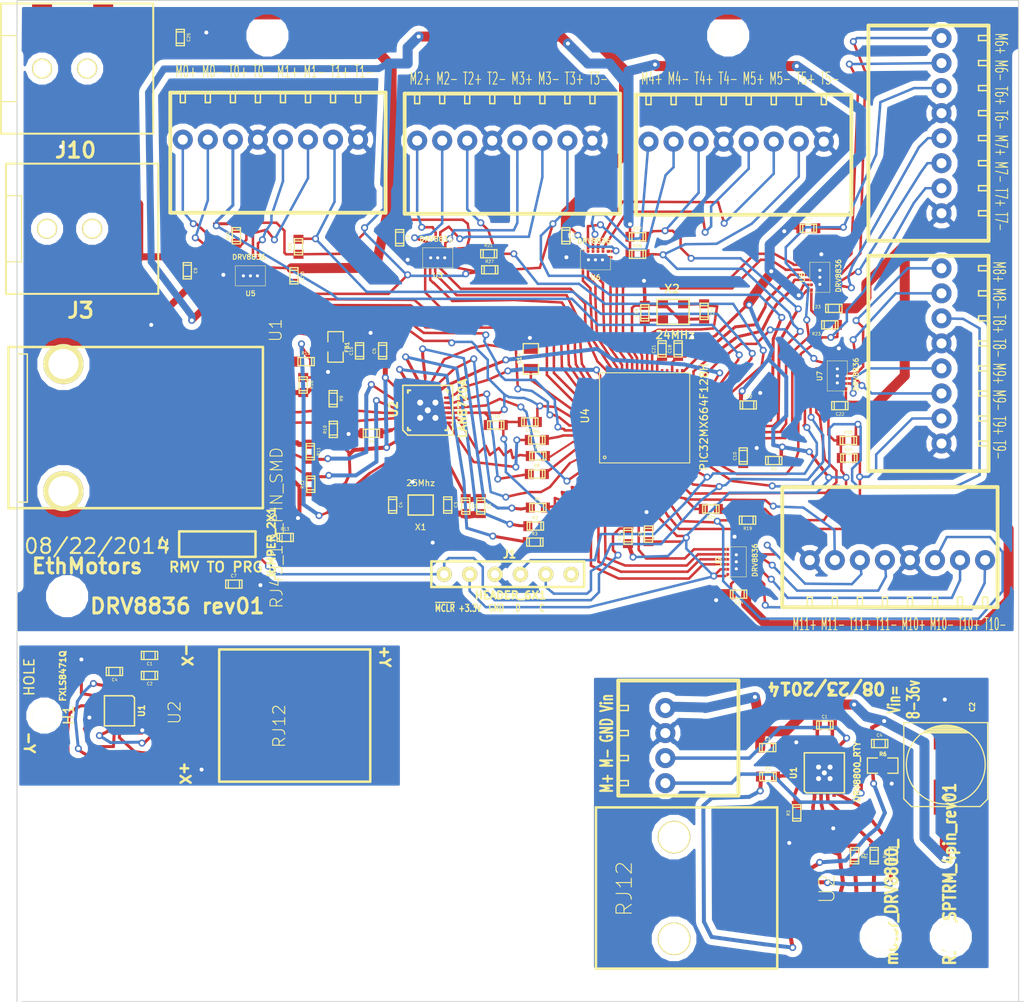
<source format=kicad_pcb>
(kicad_pcb (version 3) (host pcbnew "(2013-08-24 BZR 4298)-stable")
  (layers (15 F.Cu signal) (0 B.Cu signal) (18 B.Paste user) (19 F.Paste user) (20 B.SilkS user) (21 F.SilkS user) (22 B.Mask user) (23 F.Mask user) (28 Edge.Cuts user))
  (net 0 "")
  (net 1 +3.3v)
  (net 2 AVDD)
  (net 3 CS)
  (net 4 ECRSDV)
  (net 5 EMDC)
  (net 6 EMDIO)
  (net 7 EREFCLK)
  (net 8 ERXD0)
  (net 9 ERXD1)
  (net 10 ERXERR)
  (net 11 ETXD0)
  (net 12 ETXD1)
  (net 13 ETXEN)
  (net 14 GND)
  (net 15 GreenLED)
  (net 16 INT1)
  (net 17 INT2)
  (net 18 M0+)
  (net 19 M0-)
  (net 20 M1+)
  (net 21 M1-)
  (net 22 M10+)
  (net 23 M10-)
  (net 24 M11+)
  (net 25 M11-)
  (net 26 M2+)
  (net 27 M2-)
  (net 28 M3+)
  (net 29 M3-)
  (net 30 M4+)
  (net 31 M4-)
  (net 32 M5+)
  (net 33 M5-)
  (net 34 M6+)
  (net 35 M6-)
  (net 36 M7+)
  (net 37 M7-)
  (net 38 M8+)
  (net 39 M8-)
  (net 40 M9+)
  (net 41 M9-)
  (net 42 MODE)
  (net 43 Motor1OutA)
  (net 44 Motor1OutB)
  (net 45 N-0000011)
  (net 46 N-0000013)
  (net 47 N-0000014)
  (net 48 N-0000017)
  (net 49 N-000002)
  (net 50 N-0000020)
  (net 51 N-0000022)
  (net 52 N-0000025)
  (net 53 N-0000026)
  (net 54 N-0000027)
  (net 55 N-0000028)
  (net 56 N-0000029)
  (net 57 N-000003)
  (net 58 N-0000030)
  (net 59 N-0000036)
  (net 60 N-0000037)
  (net 61 N-0000039)
  (net 62 N-0000046)
  (net 63 N-0000047)
  (net 64 N-0000048)
  (net 65 N-000006)
  (net 66 N-0000076)
  (net 67 N-000008)
  (net 68 N-0000081)
  (net 69 N-0000082)
  (net 70 PGEC1_RB1)
  (net 71 PGED1_RB0)
  (net 72 PHASE)
  (net 73 PWM)
  (net 74 RB10)
  (net 75 RB11)
  (net 76 RB12)
  (net 77 RB13)
  (net 78 RB14)
  (net 79 RB2)
  (net 80 RB3)
  (net 81 RB4)
  (net 82 RB5)
  (net 83 RB6)
  (net 84 RB7)
  (net 85 RB8)
  (net 86 RB9)
  (net 87 RC13)
  (net 88 RC14)
  (net 89 RD0)
  (net 90 RD10)
  (net 91 RD11)
  (net 92 RD2)
  (net 93 RD3)
  (net 94 RD4)
  (net 95 RD5)
  (net 96 RD6)
  (net 97 RD7)
  (net 98 RD8)
  (net 99 RD9)
  (net 100 RF1)
  (net 101 RF3)
  (net 102 RF4)
  (net 103 RF5)
  (net 104 RG6)
  (net 105 RG7)
  (net 106 RG8)
  (net 107 RG9)
  (net 108 RXN)
  (net 109 RXP)
  (net 110 SCL)
  (net 111 SDA)
  (net 112 TXN)
  (net 113 TXP)
  (net 114 VCAP)
  (net 115 VDD)
  (net 116 VMotor)
  (net 117 Vdd)
  (net 118 Vin)
  (net 119 YellowLED)
  (net 120 nRST)
  (net 121 ~MCLR~)
  (module TED_QFN64+1 (layer F.Cu) (at 148.66 90.19 90)
    (fp_text reference U4 (at 0.2 -5.95 90) (layer F.SilkS) (effects (font (size 0.762 0.762) (thickness 0.127))))
    (fp_text value PIC32MX664F128H (at 0.1 5.925 90) (layer F.SilkS) (effects (font (size 0.762 0.762) (thickness 0.127))))
    (pad 15 smd rect (at -4.45 3.25 180) (size 0.25 0.85) (layers F.Cu F.Paste F.Mask) (net 70 PGEC1_RB1))
    (pad 16 smd rect (at -4.45 3.75 180) (size 0.25 0.85) (layers F.Cu F.Paste F.Mask) (net 71 PGED1_RB0))
    (pad 9 smd rect (at -4.45 0.25 180) (size 0.25 0.85) (layers F.Cu F.Paste F.Mask) (net 14 GND))
    (pad 10 smd rect (at -4.45 0.75 180) (size 0.25 0.85) (layers F.Cu F.Paste F.Mask) (net 1 +3.3v))
    (pad 12 smd rect (at -4.45 1.75 180) (size 0.25 0.85) (layers F.Cu F.Paste F.Mask) (net 81 RB4))
    (pad 11 smd rect (at -4.45 1.25 180) (size 0.25 0.85) (layers F.Cu F.Paste F.Mask) (net 82 RB5))
    (pad 14 smd rect (at -4.45 2.75 180) (size 0.25 0.85) (layers F.Cu F.Paste F.Mask) (net 79 RB2))
    (pad 13 smd rect (at -4.45 2.25 180) (size 0.25 0.85) (layers F.Cu F.Paste F.Mask) (net 80 RB3))
    (pad 5 smd rect (at -4.45 -1.75 180) (size 0.25 0.85) (layers F.Cu F.Paste F.Mask) (net 105 RG7))
    (pad 6 smd rect (at -4.45 -1.25 180) (size 0.25 0.85) (layers F.Cu F.Paste F.Mask) (net 106 RG8))
    (pad 8 smd rect (at -4.45 -0.25 180) (size 0.25 0.85) (layers F.Cu F.Paste F.Mask) (net 107 RG9))
    (pad 7 smd rect (at -4.45 -0.75 180) (size 0.25 0.85) (layers F.Cu F.Paste F.Mask) (net 121 ~MCLR~))
    (pad 3 smd rect (at -4.45 -2.75 180) (size 0.25 0.85) (layers F.Cu F.Paste F.Mask) (net 12 ETXD1))
    (pad 4 smd rect (at -4.45 -2.25 180) (size 0.25 0.85) (layers F.Cu F.Paste F.Mask) (net 104 RG6))
    (pad 2 smd rect (at -4.45 -3.25 180) (size 0.25 0.85) (layers F.Cu F.Paste F.Mask) (net 11 ETXD0))
    (pad 1 smd rect (at -4.45 -3.75 180) (size 0.25 0.85) (layers F.Cu F.Paste F.Mask) (net 13 ETXEN))
    (pad 64 smd rect (at -3.75 -4.45 270) (size 0.25 0.85) (layers F.Cu F.Paste F.Mask) (net 10 ERXERR))
    (pad 63 smd rect (at -3.25 -4.45 270) (size 0.25 0.85) (layers F.Cu F.Paste F.Mask) (net 7 EREFCLK))
    (pad 61 smd rect (at -2.25 -4.45 270) (size 0.25 0.85) (layers F.Cu F.Paste F.Mask) (net 8 ERXD0))
    (pad 62 smd rect (at -2.75 -4.45 270) (size 0.25 0.85) (layers F.Cu F.Paste F.Mask) (net 4 ECRSDV))
    (pad 58 smd rect (at -0.75 -4.45 270) (size 0.25 0.85) (layers F.Cu F.Paste F.Mask) (net 120 nRST))
    (pad 57 smd rect (at -0.25 -4.45 270) (size 0.25 0.85) (layers F.Cu F.Paste F.Mask) (net 1 +3.3v))
    (pad 59 smd rect (at -1.25 -4.45 270) (size 0.25 0.85) (layers F.Cu F.Paste F.Mask) (net 100 RF1))
    (pad 60 smd rect (at -1.75 -4.45 270) (size 0.25 0.85) (layers F.Cu F.Paste F.Mask) (net 9 ERXD1))
    (pad 52 smd rect (at 2.25 -4.45 270) (size 0.25 0.85) (layers F.Cu F.Paste F.Mask) (net 94 RD4))
    (pad 51 smd rect (at 2.75 -4.45 270) (size 0.25 0.85) (layers F.Cu F.Paste F.Mask) (net 93 RD3))
    (pad 54 smd rect (at 1.25 -4.45 270) (size 0.25 0.85) (layers F.Cu F.Paste F.Mask) (net 96 RD6))
    (pad 53 smd rect (at 1.75 -4.45 270) (size 0.25 0.85) (layers F.Cu F.Paste F.Mask) (net 95 RD5))
    (pad 55 smd rect (at 0.75 -4.45 270) (size 0.25 0.85) (layers F.Cu F.Paste F.Mask) (net 97 RD7))
    (pad 56 smd rect (at 0.25 -4.45 270) (size 0.25 0.85) (layers F.Cu F.Paste F.Mask) (net 114 VCAP))
    (pad 49 smd rect (at 3.75 -4.45 270) (size 0.25 0.85) (layers F.Cu F.Paste F.Mask) (net 6 EMDIO))
    (pad 50 smd rect (at 3.25 -4.45 270) (size 0.25 0.85) (layers F.Cu F.Paste F.Mask) (net 92 RD2))
    (pad 48 smd rect (at 4.45 -3.75 180) (size 0.25 0.85) (layers F.Cu F.Paste F.Mask) (net 88 RC14))
    (pad 47 smd rect (at 4.45 -3.25 180) (size 0.25 0.85) (layers F.Cu F.Paste F.Mask) (net 87 RC13))
    (pad 45 smd rect (at 4.45 -2.25 180) (size 0.25 0.85) (layers F.Cu F.Paste F.Mask) (net 91 RD11))
    (pad 46 smd rect (at 4.45 -2.75 180) (size 0.25 0.85) (layers F.Cu F.Paste F.Mask) (net 89 RD0))
    (pad 42 smd rect (at 4.45 -0.75 180) (size 0.25 0.85) (layers F.Cu F.Paste F.Mask) (net 98 RD8))
    (pad 41 smd rect (at 4.45 -0.25 180) (size 0.25 0.85) (layers F.Cu F.Paste F.Mask) (net 14 GND))
    (pad 43 smd rect (at 4.45 -1.25 180) (size 0.25 0.85) (layers F.Cu F.Paste F.Mask) (net 99 RD9))
    (pad 44 smd rect (at 4.45 -1.75 180) (size 0.25 0.85) (layers F.Cu F.Paste F.Mask) (net 90 RD10))
    (pad 36 smd rect (at 4.45 2.25 180) (size 0.25 0.85) (layers F.Cu F.Paste F.Mask))
    (pad 35 smd rect (at 4.45 2.75 180) (size 0.25 0.85) (layers F.Cu F.Paste F.Mask) (net 1 +3.3v))
    (pad 38 smd rect (at 4.45 1.25 180) (size 0.25 0.85) (layers F.Cu F.Paste F.Mask) (net 1 +3.3v))
    (pad 37 smd rect (at 4.45 1.75 180) (size 0.25 0.85) (layers F.Cu F.Paste F.Mask))
    (pad 39 smd rect (at 4.45 0.75 180) (size 0.25 0.85) (layers F.Cu F.Paste F.Mask) (net 69 N-0000082))
    (pad 40 smd rect (at 4.45 0.25 180) (size 0.25 0.85) (layers F.Cu F.Paste F.Mask) (net 68 N-0000081))
    (pad 33 smd rect (at 4.45 3.75 180) (size 0.25 0.85) (layers F.Cu F.Paste F.Mask) (net 101 RF3))
    (pad 34 smd rect (at 4.45 3.25 180) (size 0.25 0.85) (layers F.Cu F.Paste F.Mask))
    (pad 31 smd rect (at 3.25 4.45 270) (size 0.25 0.85) (layers F.Cu F.Paste F.Mask) (net 102 RF4))
    (pad 32 smd rect (at 3.75 4.45 270) (size 0.25 0.85) (layers F.Cu F.Paste F.Mask) (net 103 RF5))
    (pad 25 smd rect (at 0.25 4.45 270) (size 0.25 0.85) (layers F.Cu F.Paste F.Mask) (net 14 GND))
    (pad 26 smd rect (at 0.75 4.45 270) (size 0.25 0.85) (layers F.Cu F.Paste F.Mask) (net 1 +3.3v))
    (pad 28 smd rect (at 1.75 4.45 270) (size 0.25 0.85) (layers F.Cu F.Paste F.Mask) (net 77 RB13))
    (pad 27 smd rect (at 1.27 4.45 270) (size 0.25 0.85) (layers F.Cu F.Paste F.Mask) (net 76 RB12))
    (pad 30 smd rect (at 2.75 4.45 270) (size 0.25 0.85) (layers F.Cu F.Paste F.Mask) (net 5 EMDC))
    (pad 29 smd rect (at 2.25 4.45 270) (size 0.25 0.85) (layers F.Cu F.Paste F.Mask) (net 78 RB14))
    (pad 21 smd rect (at -1.75 4.45 270) (size 0.25 0.85) (layers F.Cu F.Paste F.Mask) (net 85 RB8))
    (pad 22 smd rect (at -1.25 4.45 270) (size 0.25 0.85) (layers F.Cu F.Paste F.Mask) (net 86 RB9))
    (pad 24 smd rect (at -0.25 4.45 270) (size 0.25 0.85) (layers F.Cu F.Paste F.Mask) (net 75 RB11))
    (pad 23 smd rect (at -0.75 4.45 270) (size 0.25 0.85) (layers F.Cu F.Paste F.Mask) (net 74 RB10))
    (pad 19 smd rect (at -2.75 4.45 270) (size 0.25 0.85) (layers F.Cu F.Paste F.Mask) (net 66 N-0000076))
    (pad 20 smd rect (at -2.25 4.45 270) (size 0.25 0.85) (layers F.Cu F.Paste F.Mask) (net 14 GND))
    (pad 18 smd rect (at -3.25 4.45 270) (size 0.25 0.85) (layers F.Cu F.Paste F.Mask) (net 84 RB7))
    (pad 17 smd rect (at -3.75 4.45 270) (size 0.25 0.85) (layers F.Cu F.Paste F.Mask) (net 83 RB6))
    (pad 65 smd rect (at 0 0 270) (size 7.15 7.15) (layers F.Cu F.Paste F.Mask) (net 14 GND))
  )
  (module TED_DC_2.1mm_SMT (layer F.Cu) (at 92.5 71.3 180)
    (fp_text reference J3 (at 0.15748 -8.15848 180) (layer F.SilkS) (effects (font (thickness 0.3048))))
    (fp_text value "Logic DC_2.1MM" hide)
    (pad "" np_thru_hole circle (at -1.00076 0 180) (size 1.99898 1.99898) (drill 1.69926) (layers *.Cu *.Mask F.SilkS))
    (pad 1 smd rect (at 3.50012 5.4102 180) (size 1.99898 1.99898) (layers F.Cu F.Paste F.Mask) (net 1 +3.3v))
    (pad 1 smd rect (at -2.60096 5.4102 180) (size 1.99898 1.99898) (layers F.Cu F.Paste F.Mask) (net 1 +3.3v))
    (pad 2 smd rect (at 3.50012 -5.41528 180) (size 1.99898 1.99898) (layers F.Cu F.Paste F.Mask) (net 14 GND))
    (pad 3 smd rect (at -2.60096 -5.41528 180) (size 1.99898 1.99898) (layers F.Cu F.Paste F.Mask))
    (pad "" np_thru_hole circle (at 3.50012 0 180) (size 1.99898 1.99898) (drill 1.69926) (layers *.Cu *.Mask F.SilkS))
  )
  (module TED_SM0603 (layer F.Cu) (at 133.8 90.9)
    (fp_text reference C16 (at -0.02 -0.83) (layer F.SilkS) (effects (font (size 0.3 0.3) (thickness 0.05))))
    (fp_text value .1uF hide)
    (pad 2 smd rect (at 0.75184 0) (size 0.89916 1.00076) (layers F.Cu F.Paste F.Mask) (net 14 GND) (clearance 0.1))
    (pad 1 smd rect (at -0.75184 0) (size 0.89916 1.00076) (layers F.Cu F.Paste F.Mask) (net 1 +3.3v) (clearance 0.1))
  )
  (module TED_SM0603 (layer F.Cu) (at 120.2 83.5 90)
    (fp_text reference C15 (at -0.02 -0.83 90) (layer F.SilkS) (effects (font (size 0.3 0.3) (thickness 0.05))))
    (fp_text value 1uF hide)
    (pad 2 smd rect (at 0.75184 0 90) (size 0.89916 1.00076) (layers F.Cu F.Paste F.Mask) (net 14 GND) (clearance 0.1))
    (pad 1 smd rect (at -0.75184 0 90) (size 0.89916 1.00076) (layers F.Cu F.Paste F.Mask) (net 2 AVDD) (clearance 0.1))
  )
  (module TED_SM0603 (layer F.Cu) (at 130.8 99 270)
    (fp_text reference C2 (at -0.02 -0.83 270) (layer F.SilkS) (effects (font (size 0.3 0.3) (thickness 0.05))))
    (fp_text value 1uF hide)
    (pad 2 smd rect (at 0.75184 0 270) (size 0.89916 1.00076) (layers F.Cu F.Paste F.Mask) (net 14 GND) (clearance 0.1))
    (pad 1 smd rect (at -0.75184 0 270) (size 0.89916 1.00076) (layers F.Cu F.Paste F.Mask) (net 61 N-0000039) (clearance 0.1))
  )
  (module TED_QFN24 (layer F.Cu) (at 127.01 89.43 90)
    (fp_text reference U2 (at 0.1 -3.425 90) (layer F.SilkS) (effects (font (size 0.8 0.8) (thickness 0.2))))
    (fp_text value LAN8720A (at 0.175 3.475 90) (layer F.SilkS) (effects (font (size 0.8 0.8) (thickness 0.2))))
    (pad 25 smd rect (at 0 0) (size 2.49936 2.49936) (layers F.Cu F.Paste F.Mask) (net 14 GND))
    (pad 1 smd oval (at -1.99898 -1.24968 90) (size 0.8001 0.24892) (layers F.Cu F.Paste F.Mask) (net 2 AVDD))
    (pad 2 smd oval (at -1.99898 -0.7493 90) (size 0.8001 0.24892) (layers F.Cu F.Paste F.Mask) (net 56 N-0000029))
    (pad 3 smd oval (at -1.99898 -0.24892 90) (size 0.8001 0.24892) (layers F.Cu F.Paste F.Mask) (net 55 N-0000028))
    (pad 4 smd oval (at -1.99898 0.24892 90) (size 0.8001 0.24892) (layers F.Cu F.Paste F.Mask) (net 63 N-0000047))
    (pad 5 smd oval (at -1.99898 0.7493 90) (size 0.8001 0.24892) (layers F.Cu F.Paste F.Mask) (net 64 N-0000048))
    (pad 6 smd oval (at -1.99898 1.24968 90) (size 0.8001 0.24892) (layers F.Cu F.Paste F.Mask) (net 61 N-0000039))
    (pad 7 smd oval (at -1.24968 1.99898 180) (size 0.8001 0.24892) (layers F.Cu F.Paste F.Mask) (net 60 N-0000037))
    (pad 8 smd oval (at -0.7493 1.99898 180) (size 0.8001 0.24892) (layers F.Cu F.Paste F.Mask) (net 59 N-0000036))
    (pad 9 smd oval (at -0.24892 1.99898 180) (size 0.8001 0.24892) (layers F.Cu F.Paste F.Mask) (net 1 +3.3v))
    (pad 10 smd oval (at 0.24892 1.99898 180) (size 0.8001 0.24892) (layers F.Cu F.Paste F.Mask) (net 10 ERXERR))
    (pad 11 smd oval (at 0.7493 1.99898 180) (size 0.8001 0.24892) (layers F.Cu F.Paste F.Mask) (net 51 N-0000022))
    (pad 12 smd oval (at 1.24968 1.99898 180) (size 0.8001 0.24892) (layers F.Cu F.Paste F.Mask) (net 6 EMDIO))
    (pad 13 smd oval (at 1.99898 1.24968 270) (size 0.8001 0.24892) (layers F.Cu F.Paste F.Mask) (net 5 EMDC))
    (pad 14 smd oval (at 1.99898 0.7493 270) (size 0.8001 0.24892) (layers F.Cu F.Paste F.Mask) (net 7 EREFCLK))
    (pad 15 smd oval (at 1.99898 0.24892 270) (size 0.8001 0.24892) (layers F.Cu F.Paste F.Mask) (net 120 nRST))
    (pad 16 smd oval (at 1.99898 -0.24892 270) (size 0.8001 0.24892) (layers F.Cu F.Paste F.Mask) (net 54 N-0000027))
    (pad 17 smd oval (at 1.99898 -0.7493 270) (size 0.8001 0.24892) (layers F.Cu F.Paste F.Mask) (net 53 N-0000026))
    (pad 18 smd oval (at 1.99898 -1.24968 270) (size 0.8001 0.24892) (layers F.Cu F.Paste F.Mask) (net 52 N-0000025))
    (pad 19 smd oval (at 1.24968 -1.99898) (size 0.8001 0.24892) (layers F.Cu F.Paste F.Mask) (net 2 AVDD))
    (pad 20 smd oval (at 0.7493 -1.99898) (size 0.8001 0.24892) (layers F.Cu F.Paste F.Mask) (net 112 TXN))
    (pad 21 smd oval (at 0.24892 -1.99898) (size 0.8001 0.24892) (layers F.Cu F.Paste F.Mask) (net 113 TXP))
    (pad 22 smd oval (at -0.24892 -1.99898) (size 0.8001 0.24892) (layers F.Cu F.Paste F.Mask) (net 108 RXN))
    (pad 23 smd oval (at -0.7493 -1.99898) (size 0.8001 0.24892) (layers F.Cu F.Paste F.Mask) (net 109 RXP))
    (pad 24 smd oval (at -1.24968 -1.99898) (size 0.8001 0.24892) (layers F.Cu F.Paste F.Mask) (net 58 N-0000030))
    (pad 25 thru_hole circle (at 0 0) (size 0.6 0.6) (drill 0.6) (layers *.Cu) (net 14 GND))
    (pad 25 thru_hole circle (at 0.762 -0.762) (size 0.6 0.6) (drill 0.6) (layers *.Cu) (net 14 GND))
    (pad 25 thru_hole circle (at -0.762 -0.762) (size 0.6 0.6) (drill 0.6) (layers *.Cu) (net 14 GND))
    (pad 25 thru_hole circle (at 0.762 0.762) (size 0.6 0.6) (drill 0.6) (layers *.Cu) (net 14 GND))
    (pad 25 thru_hole circle (at -0.762 0.762) (size 0.6 0.6) (drill 0.6) (layers *.Cu) (net 14 GND))
    (pad 25 smd rect (at 0 0) (size 2.49936 2.49936) (layers B.Cu B.Paste B.Mask) (net 14 GND))
  )
  (module TED_SM0603 (layer F.Cu) (at 121.38 91.73 180)
    (fp_text reference R4 (at -0.02 -0.83 180) (layer F.SilkS) (effects (font (size 0.3 0.3) (thickness 0.05))))
    (fp_text value "12.1k 1%" hide)
    (pad 2 smd rect (at 0.75184 0 180) (size 0.89916 1.00076) (layers F.Cu F.Paste F.Mask) (net 14 GND) (clearance 0.1))
    (pad 1 smd rect (at -0.75184 0 180) (size 0.89916 1.00076) (layers F.Cu F.Paste F.Mask) (net 58 N-0000030) (clearance 0.1))
  )
  (module TED_SM0603 (layer F.Cu) (at 132.3 99 270)
    (fp_text reference C1 (at -0.02 -0.83 270) (layer F.SilkS) (effects (font (size 0.3 0.3) (thickness 0.05))))
    (fp_text value .1uF hide)
    (pad 2 smd rect (at 0.75184 0 270) (size 0.89916 1.00076) (layers F.Cu F.Paste F.Mask) (net 14 GND) (clearance 0.1))
    (pad 1 smd rect (at -0.75184 0 270) (size 0.89916 1.00076) (layers F.Cu F.Paste F.Mask) (net 61 N-0000039) (clearance 0.1))
  )
  (module TED_SM0603 (layer F.Cu) (at 129 98.9 270)
    (fp_text reference C3 (at -0.02 -0.83 270) (layer F.SilkS) (effects (font (size 0.3 0.3) (thickness 0.05))))
    (fp_text value 10pF hide)
    (pad 2 smd rect (at 0.75184 0 270) (size 0.89916 1.00076) (layers F.Cu F.Paste F.Mask) (net 14 GND) (clearance 0.1))
    (pad 1 smd rect (at -0.75184 0 270) (size 0.89916 1.00076) (layers F.Cu F.Paste F.Mask) (net 64 N-0000048) (clearance 0.1))
  )
  (module TED_SM0603 (layer F.Cu) (at 123.5 98.9 270)
    (fp_text reference C4 (at -0.02 -0.83 270) (layer F.SilkS) (effects (font (size 0.3 0.3) (thickness 0.05))))
    (fp_text value 10pF hide)
    (pad 2 smd rect (at 0.75184 0 270) (size 0.89916 1.00076) (layers F.Cu F.Paste F.Mask) (net 63 N-0000047) (clearance 0.1))
    (pad 1 smd rect (at -0.75184 0 270) (size 0.89916 1.00076) (layers F.Cu F.Paste F.Mask) (net 14 GND) (clearance 0.1))
  )
  (module TED_SM0603 (layer F.Cu) (at 122.5 83.5 90)
    (fp_text reference C5 (at -0.02 -0.83 90) (layer F.SilkS) (effects (font (size 0.3 0.3) (thickness 0.05))))
    (fp_text value .1uF hide)
    (pad 2 smd rect (at 0.75184 0 90) (size 0.89916 1.00076) (layers F.Cu F.Paste F.Mask) (net 14 GND) (clearance 0.1))
    (pad 1 smd rect (at -0.75184 0 90) (size 0.89916 1.00076) (layers F.Cu F.Paste F.Mask) (net 2 AVDD) (clearance 0.1))
  )
  (module TED_SM0603 (layer F.Cu) (at 158.5 94 90)
    (fp_text reference C10 (at -0.02 -0.83 90) (layer F.SilkS) (effects (font (size 0.3 0.3) (thickness 0.05))))
    (fp_text value .1uF hide)
    (pad 2 smd rect (at 0.75184 0 90) (size 0.89916 1.00076) (layers F.Cu F.Paste F.Mask) (net 14 GND) (clearance 0.1))
    (pad 1 smd rect (at -0.75184 0 90) (size 0.89916 1.00076) (layers F.Cu F.Paste F.Mask) (net 66 N-0000076) (clearance 0.1))
  )
  (module TED_SM0603 (layer F.Cu) (at 137.2 90.6 180)
    (fp_text reference C11 (at -0.02 -0.83 180) (layer F.SilkS) (effects (font (size 0.3 0.3) (thickness 0.05))))
    (fp_text value .1uF hide)
    (pad 2 smd rect (at 0.75184 0 180) (size 0.89916 1.00076) (layers F.Cu F.Paste F.Mask) (net 14 GND) (clearance 0.1))
    (pad 1 smd rect (at -0.75184 0 180) (size 0.89916 1.00076) (layers F.Cu F.Paste F.Mask) (net 1 +3.3v) (clearance 0.1))
  )
  (module TED_SM0603 (layer F.Cu) (at 159 88.9)
    (fp_text reference C12 (at -0.02 -0.83) (layer F.SilkS) (effects (font (size 0.3 0.3) (thickness 0.05))))
    (fp_text value .1uF hide)
    (pad 2 smd rect (at 0.75184 0) (size 0.89916 1.00076) (layers F.Cu F.Paste F.Mask) (net 14 GND) (clearance 0.1))
    (pad 1 smd rect (at -0.75184 0) (size 0.89916 1.00076) (layers F.Cu F.Paste F.Mask) (net 1 +3.3v) (clearance 0.1))
  )
  (module TED_SM0603 (layer F.Cu) (at 152 83.3 90)
    (fp_text reference C18 (at -0.02 -0.83 90) (layer F.SilkS) (effects (font (size 0.3 0.3) (thickness 0.05))))
    (fp_text value .1uF hide)
    (pad 2 smd rect (at 0.75184 0 90) (size 0.89916 1.00076) (layers F.Cu F.Paste F.Mask) (net 14 GND) (clearance 0.1))
    (pad 1 smd rect (at -0.75184 0 90) (size 0.89916 1.00076) (layers F.Cu F.Paste F.Mask) (net 1 +3.3v) (clearance 0.1))
  )
  (module TED_SM0603 (layer F.Cu) (at 148.675 79.7 90)
    (fp_text reference C19 (at -0.02 -0.83 90) (layer F.SilkS) (effects (font (size 0.3 0.3) (thickness 0.05))))
    (fp_text value 9pF hide)
    (pad 2 smd rect (at 0.75184 0 90) (size 0.89916 1.00076) (layers F.Cu F.Paste F.Mask) (net 14 GND) (clearance 0.1))
    (pad 1 smd rect (at -0.75184 0 90) (size 0.89916 1.00076) (layers F.Cu F.Paste F.Mask) (net 68 N-0000081) (clearance 0.1))
  )
  (module TED_SM0603 (layer F.Cu) (at 154.6 79.55 270)
    (fp_text reference C20 (at -0.02 -0.83 270) (layer F.SilkS) (effects (font (size 0.3 0.3) (thickness 0.05))))
    (fp_text value 9pF hide)
    (pad 2 smd rect (at 0.75184 0 270) (size 0.89916 1.00076) (layers F.Cu F.Paste F.Mask) (net 14 GND) (clearance 0.1))
    (pad 1 smd rect (at -0.75184 0 270) (size 0.89916 1.00076) (layers F.Cu F.Paste F.Mask) (net 69 N-0000082) (clearance 0.1))
  )
  (module TED_SM0603 (layer F.Cu) (at 150.4 83.3 90)
    (fp_text reference C21 (at -0.02 -0.83 90) (layer F.SilkS) (effects (font (size 0.3 0.3) (thickness 0.05))))
    (fp_text value .1uF hide)
    (pad 2 smd rect (at 0.75184 0 90) (size 0.89916 1.00076) (layers F.Cu F.Paste F.Mask) (net 14 GND) (clearance 0.1))
    (pad 1 smd rect (at -0.75184 0 90) (size 0.89916 1.00076) (layers F.Cu F.Paste F.Mask) (net 1 +3.3v) (clearance 0.1))
  )
  (module TED_SM0603 (layer F.Cu) (at 138 99.15)
    (fp_text reference R1 (at -0.02 -0.83) (layer F.SilkS) (effects (font (size 0.3 0.3) (thickness 0.05))))
    (fp_text value 33 hide)
    (pad 2 smd rect (at 0.75184 0) (size 0.89916 1.00076) (layers F.Cu F.Paste F.Mask) (net 13 ETXEN) (clearance 0.1))
    (pad 1 smd rect (at -0.75184 0) (size 0.89916 1.00076) (layers F.Cu F.Paste F.Mask) (net 54 N-0000027) (clearance 0.1))
  )
  (module TED_SM0603 (layer F.Cu) (at 137.75 101)
    (fp_text reference R2 (at -0.02 -0.83) (layer F.SilkS) (effects (font (size 0.3 0.3) (thickness 0.05))))
    (fp_text value 33 hide)
    (pad 2 smd rect (at 0.75184 0) (size 0.89916 1.00076) (layers F.Cu F.Paste F.Mask) (net 11 ETXD0) (clearance 0.1))
    (pad 1 smd rect (at -0.75184 0) (size 0.89916 1.00076) (layers F.Cu F.Paste F.Mask) (net 53 N-0000026) (clearance 0.1))
  )
  (module TED_SM0603 (layer F.Cu) (at 137.7 102.6)
    (fp_text reference R3 (at -0.02 -0.83) (layer F.SilkS) (effects (font (size 0.3 0.3) (thickness 0.05))))
    (fp_text value 33 hide)
    (pad 2 smd rect (at 0.75184 0) (size 0.89916 1.00076) (layers F.Cu F.Paste F.Mask) (net 12 ETXD1) (clearance 0.1))
    (pad 1 smd rect (at -0.75184 0) (size 0.89916 1.00076) (layers F.Cu F.Paste F.Mask) (net 52 N-0000025) (clearance 0.1))
  )
  (module TED_SM0603 (layer F.Cu) (at 137.9 92.4)
    (fp_text reference R6 (at -0.02 -0.83) (layer F.SilkS) (effects (font (size 0.3 0.3) (thickness 0.05))))
    (fp_text value 33 hide)
    (pad 2 smd rect (at 0.75184 0) (size 0.89916 1.00076) (layers F.Cu F.Paste F.Mask) (net 9 ERXD1) (clearance 0.1))
    (pad 1 smd rect (at -0.75184 0) (size 0.89916 1.00076) (layers F.Cu F.Paste F.Mask) (net 60 N-0000037) (clearance 0.1))
  )
  (module TED_SM0603 (layer F.Cu) (at 138 94)
    (fp_text reference R7 (at -0.02 -0.83) (layer F.SilkS) (effects (font (size 0.3 0.3) (thickness 0.05))))
    (fp_text value 33 hide)
    (pad 2 smd rect (at 0.75184 0) (size 0.89916 1.00076) (layers F.Cu F.Paste F.Mask) (net 8 ERXD0) (clearance 0.1))
    (pad 1 smd rect (at -0.75184 0) (size 0.89916 1.00076) (layers F.Cu F.Paste F.Mask) (net 59 N-0000036) (clearance 0.1))
  )
  (module TED_SM0603 (layer F.Cu) (at 137.9 95.8)
    (fp_text reference R8 (at -0.02 -0.83) (layer F.SilkS) (effects (font (size 0.3 0.3) (thickness 0.05))))
    (fp_text value 33 hide)
    (pad 2 smd rect (at 0.75184 0) (size 0.89916 1.00076) (layers F.Cu F.Paste F.Mask) (net 4 ECRSDV) (clearance 0.1))
    (pad 1 smd rect (at -0.75184 0) (size 0.89916 1.00076) (layers F.Cu F.Paste F.Mask) (net 51 N-0000022) (clearance 0.1))
  )
  (module TED_SM0603 (layer F.Cu) (at 117.56 88.28 270)
    (fp_text reference R9 (at -0.02 -0.83 270) (layer F.SilkS) (effects (font (size 0.3 0.3) (thickness 0.05))))
    (fp_text value 49.9 hide)
    (pad 2 smd rect (at 0.75184 0 270) (size 0.89916 1.00076) (layers F.Cu F.Paste F.Mask) (net 108 RXN) (clearance 0.1))
    (pad 1 smd rect (at -0.75184 0 270) (size 0.89916 1.00076) (layers F.Cu F.Paste F.Mask) (net 2 AVDD) (clearance 0.1))
  )
  (module TED_SM0603 (layer F.Cu) (at 117.58 91.34 90)
    (fp_text reference R10 (at -0.02 -0.83 90) (layer F.SilkS) (effects (font (size 0.3 0.3) (thickness 0.05))))
    (fp_text value 49.9 hide)
    (pad 2 smd rect (at 0.75184 0 90) (size 0.89916 1.00076) (layers F.Cu F.Paste F.Mask) (net 109 RXP) (clearance 0.1))
    (pad 1 smd rect (at -0.75184 0 90) (size 0.89916 1.00076) (layers F.Cu F.Paste F.Mask) (net 2 AVDD) (clearance 0.1))
  )
  (module TED_SM0603 (layer F.Cu) (at 115.28 93.57 270)
    (fp_text reference R11 (at -0.02 -0.83 270) (layer F.SilkS) (effects (font (size 0.3 0.3) (thickness 0.05))))
    (fp_text value 49.9 hide)
    (pad 2 smd rect (at 0.75184 0 270) (size 0.89916 1.00076) (layers F.Cu F.Paste F.Mask) (net 112 TXN) (clearance 0.1))
    (pad 1 smd rect (at -0.75184 0 270) (size 0.89916 1.00076) (layers F.Cu F.Paste F.Mask) (net 2 AVDD) (clearance 0.1))
  )
  (module TED_SM0603 (layer F.Cu) (at 115.33 96.82 90)
    (fp_text reference R12 (at -0.02 -0.83 90) (layer F.SilkS) (effects (font (size 0.3 0.3) (thickness 0.05))))
    (fp_text value 49.9 hide)
    (pad 2 smd rect (at 0.75184 0 90) (size 0.89916 1.00076) (layers F.Cu F.Paste F.Mask) (net 113 TXP) (clearance 0.1))
    (pad 1 smd rect (at -0.75184 0 90) (size 0.89916 1.00076) (layers F.Cu F.Paste F.Mask) (net 2 AVDD) (clearance 0.1))
  )
  (module TED_SM0603 (layer F.Cu) (at 112.77 102.13)
    (fp_text reference R13 (at -0.02 -0.83) (layer F.SilkS) (effects (font (size 0.3 0.3) (thickness 0.05))))
    (fp_text value 249 hide)
    (pad 2 smd rect (at 0.75184 0) (size 0.89916 1.00076) (layers F.Cu F.Paste F.Mask) (net 55 N-0000028) (clearance 0.1))
    (pad 1 smd rect (at -0.75184 0) (size 0.89916 1.00076) (layers F.Cu F.Paste F.Mask) (net 119 YellowLED) (clearance 0.1))
  )
  (module TED_SM0603 (layer F.Cu) (at 147 102 90)
    (fp_text reference R14 (at -0.02 -0.83 90) (layer F.SilkS) (effects (font (size 0.3 0.3) (thickness 0.05))))
    (fp_text value 4.7k hide)
    (pad 2 smd rect (at 0.75184 0 90) (size 0.89916 1.00076) (layers F.Cu F.Paste F.Mask) (net 121 ~MCLR~) (clearance 0.1))
    (pad 1 smd rect (at -0.75184 0 90) (size 0.89916 1.00076) (layers F.Cu F.Paste F.Mask) (net 1 +3.3v) (clearance 0.1))
  )
  (module TED_SM0603 (layer F.Cu) (at 114.86 84.57)
    (fp_text reference R15 (at -0.02 -0.83) (layer F.SilkS) (effects (font (size 0.3 0.3) (thickness 0.05))))
    (fp_text value 249 hide)
    (pad 2 smd rect (at 0.75184 0) (size 0.89916 1.00076) (layers F.Cu F.Paste F.Mask) (net 56 N-0000029) (clearance 0.1))
    (pad 1 smd rect (at -0.75184 0) (size 0.89916 1.00076) (layers F.Cu F.Paste F.Mask) (net 15 GreenLED) (clearance 0.1))
  )
  (module TED_SM0603 (layer F.Cu) (at 114.57 86.91 270)
    (fp_text reference R16 (at -0.02 -0.83 270) (layer F.SilkS) (effects (font (size 0.3 0.3) (thickness 0.05))))
    (fp_text value "10k 1%" hide)
    (pad 2 smd rect (at 0.75184 0 270) (size 0.89916 1.00076) (layers F.Cu F.Paste F.Mask) (net 14 GND) (clearance 0.1))
    (pad 1 smd rect (at -0.75184 0 270) (size 0.89916 1.00076) (layers F.Cu F.Paste F.Mask) (net 56 N-0000029) (clearance 0.1))
  )
  (module TED_SM0603 (layer F.Cu) (at 149.05 101.8 90)
    (fp_text reference C8 (at -0.02 -0.83 90) (layer F.SilkS) (effects (font (size 0.3 0.3) (thickness 0.05))))
    (fp_text value .1uF hide)
    (pad 2 smd rect (at 0.75184 0 90) (size 0.89916 1.00076) (layers F.Cu F.Paste F.Mask) (net 14 GND) (clearance 0.1))
    (pad 1 smd rect (at -0.75184 0 90) (size 0.89916 1.00076) (layers F.Cu F.Paste F.Mask) (net 1 +3.3v) (clearance 0.1))
  )
  (module TED_SM0603 (layer F.Cu) (at 103 75.5 270)
    (fp_text reference C9 (at -0.02 -0.83 270) (layer F.SilkS) (effects (font (size 0.3 0.3) (thickness 0.05))))
    (fp_text value 4.7uF hide)
    (pad 2 smd rect (at 0.75184 0 270) (size 0.89916 1.00076) (layers F.Cu F.Paste F.Mask) (net 14 GND) (clearance 0.1))
    (pad 1 smd rect (at -0.75184 0 270) (size 0.89916 1.00076) (layers F.Cu F.Paste F.Mask) (net 1 +3.3v) (clearance 0.1))
  )
  (module TED_crystal_TSX3225 (layer F.Cu) (at 151.5 79.6)
    (fp_text reference X2 (at -0.1 -2.3) (layer F.SilkS) (effects (font (size 0.8 0.8))))
    (fp_text value 24MHz (at 0.2 2.3) (layer F.SilkS) (effects (font (size 0.8 0.8))))
    (pad 1 smd rect (at -1 0.75) (size 1 0.8) (layers F.Cu F.Paste F.Mask) (net 68 N-0000081))
    (pad 2 smd rect (at 1 0.75) (size 1 0.8) (layers F.Cu F.Paste F.Mask) (net 14 GND))
    (pad 4 smd rect (at -1 -0.75) (size 1 0.8) (layers F.Cu F.Paste F.Mask) (net 14 GND))
    (pad 3 smd rect (at 1 -0.75) (size 1 0.8) (layers F.Cu F.Paste F.Mask) (net 69 N-0000082))
  )
  (module TED_SM0603 (layer F.Cu) (at 107.65 106.8)
    (fp_text reference C7 (at -0.02 -0.83) (layer F.SilkS) (effects (font (size 0.3 0.3) (thickness 0.05))))
    (fp_text value .1uF hide)
    (pad 2 smd rect (at 0.75184 0) (size 0.89916 1.00076) (layers F.Cu F.Paste F.Mask) (net 14 GND) (clearance 0.1))
    (pad 1 smd rect (at -0.75184 0) (size 0.89916 1.00076) (layers F.Cu F.Paste F.Mask) (net 62 N-0000046) (clearance 0.1))
  )
  (module TED_SM0805 (layer F.Cu) (at 137.3 84.3 90)
    (fp_text reference C14 (at 0.0254 -1.14808 90) (layer F.SilkS) (effects (font (size 0.381 0.381) (thickness 0.09398))))
    (fp_text value "10uF (low ESR 1ohm)" hide)
    (pad 1 smd rect (at -0.9525 0 90) (size 0.889 1.397) (layers F.Cu F.Paste F.Mask) (net 114 VCAP))
    (pad 2 smd rect (at 0.9525 0 90) (size 0.889 1.397) (layers F.Cu F.Paste F.Mask) (net 14 GND))
  )
  (module TED_SM0603 (layer F.Cu) (at 161.55 94.45 180)
    (fp_text reference R5 (at -0.02 -0.83 180) (layer F.SilkS) (effects (font (size 0.3 0.3) (thickness 0.05))))
    (fp_text value 10 hide)
    (pad 2 smd rect (at 0.75184 0 180) (size 0.89916 1.00076) (layers F.Cu F.Paste F.Mask) (net 66 N-0000076) (clearance 0.1))
    (pad 1 smd rect (at -0.75184 0 180) (size 0.89916 1.00076) (layers F.Cu F.Paste F.Mask) (net 1 +3.3v) (clearance 0.1))
  )
  (module TED_Hole_3mm (layer F.Cu) (at 157 52)
    (fp_text reference H4 hide)
    (fp_text value HOLE hide)
    (pad "" np_thru_hole circle (at 0 0) (size 3 3) (drill 3) (layers *.Cu *.Mask F.SilkS))
  )
  (module TED_Hole_3mm (layer F.Cu) (at 111 52)
    (fp_text reference H2 hide)
    (fp_text value HOLE hide)
    (pad "" np_thru_hole circle (at 0 0) (size 3 3) (drill 3) (layers *.Cu *.Mask F.SilkS))
  )
  (module TED_Hole_3mm (layer F.Cu) (at 91 108)
    (fp_text reference H1 hide)
    (fp_text value HOLE hide)
    (pad "" np_thru_hole circle (at 0 0) (size 3 3) (drill 3) (layers *.Cu *.Mask F.SilkS))
  )
  (module TED_TERMINAL_SPRING_2.54MM_8PIN_1989803 (layer F.Cu) (at 111.3 63.7 180)
    (fp_text reference J7 hide)
    (fp_text value TERMINAL_8X1 hide)
    (pad 4 thru_hole circle (at -1.25 1.3 180) (size 2 2) (drill 1) (layers *.Cu *.Mask) (net 20 M1+))
    (pad 3 thru_hole circle (at -3.75 1.3 180) (size 2 2) (drill 1) (layers *.Cu *.Mask) (net 21 M1-))
    (pad 7 thru_hole circle (at 6.25 1.3 180) (size 2 2) (drill 1) (layers *.Cu *.Mask) (net 19 M0-))
    (pad 8 thru_hole circle (at 8.75 1.3 180) (size 2 2) (drill 1) (layers *.Cu *.Mask) (net 18 M0+))
    (pad 6 thru_hole circle (at 3.75 1.3 180) (size 2 2) (drill 1) (layers *.Cu *.Mask) (net 78 RB14))
    (pad 5 thru_hole circle (at 1.25 1.3 180) (size 2 2) (drill 1) (layers *.Cu *.Mask) (net 14 GND))
    (pad 1 thru_hole circle (at -8.75 1.3 180) (size 2 2) (drill 1) (layers *.Cu *.Mask) (net 14 GND))
    (pad 2 thru_hole circle (at -6.25 1.3 180) (size 2 2) (drill 1) (layers *.Cu *.Mask) (net 77 RB13))
  )
  (module TED_TERMINAL_SPRING_2.54MM_8PIN_1989803 (layer F.Cu) (at 173.9 103.1)
    (fp_text reference J6 hide)
    (fp_text value TERMINAL_8X1 hide)
    (pad 4 thru_hole circle (at -1.25 1.3) (size 2 2) (drill 1) (layers *.Cu *.Mask) (net 24 M11+))
    (pad 3 thru_hole circle (at -3.75 1.3) (size 2 2) (drill 1) (layers *.Cu *.Mask) (net 25 M11-))
    (pad 7 thru_hole circle (at 6.25 1.3) (size 2 2) (drill 1) (layers *.Cu *.Mask) (net 23 M10-))
    (pad 8 thru_hole circle (at 8.75 1.3) (size 2 2) (drill 1) (layers *.Cu *.Mask) (net 22 M10+))
    (pad 6 thru_hole circle (at 3.75 1.3) (size 2 2) (drill 1) (layers *.Cu *.Mask) (net 81 RB4))
    (pad 5 thru_hole circle (at 1.25 1.3) (size 2 2) (drill 1) (layers *.Cu *.Mask) (net 14 GND))
    (pad 1 thru_hole circle (at -8.75 1.3) (size 2 2) (drill 1) (layers *.Cu *.Mask) (net 14 GND))
    (pad 2 thru_hole circle (at -6.25 1.3) (size 2 2) (drill 1) (layers *.Cu *.Mask) (net 80 RB3))
  )
  (module TED_TERMINAL_SPRING_2.54MM_8PIN_1989803 (layer F.Cu) (at 177 84 90)
    (fp_text reference J5 hide)
    (fp_text value TERMINAL_8X1 hide)
    (pad 4 thru_hole circle (at -1.25 1.3 90) (size 2 2) (drill 1) (layers *.Cu *.Mask) (net 40 M9+))
    (pad 3 thru_hole circle (at -3.75 1.3 90) (size 2 2) (drill 1) (layers *.Cu *.Mask) (net 41 M9-))
    (pad 7 thru_hole circle (at 6.25 1.3 90) (size 2 2) (drill 1) (layers *.Cu *.Mask) (net 39 M8-))
    (pad 8 thru_hole circle (at 8.75 1.3 90) (size 2 2) (drill 1) (layers *.Cu *.Mask) (net 38 M8+))
    (pad 6 thru_hole circle (at 3.75 1.3 90) (size 2 2) (drill 1) (layers *.Cu *.Mask) (net 83 RB6))
    (pad 5 thru_hole circle (at 1.25 1.3 90) (size 2 2) (drill 1) (layers *.Cu *.Mask) (net 14 GND))
    (pad 1 thru_hole circle (at -8.75 1.3 90) (size 2 2) (drill 1) (layers *.Cu *.Mask) (net 14 GND))
    (pad 2 thru_hole circle (at -6.25 1.3 90) (size 2 2) (drill 1) (layers *.Cu *.Mask) (net 82 RB5))
  )
  (module TED_TERMINAL_SPRING_2.54MM_8PIN_1989803 (layer F.Cu) (at 177 61 90)
    (fp_text reference J4 hide)
    (fp_text value TERMINAL_8X1 hide)
    (pad 4 thru_hole circle (at -1.25 1.3 90) (size 2 2) (drill 1) (layers *.Cu *.Mask) (net 36 M7+))
    (pad 3 thru_hole circle (at -3.75 1.3 90) (size 2 2) (drill 1) (layers *.Cu *.Mask) (net 37 M7-))
    (pad 7 thru_hole circle (at 6.25 1.3 90) (size 2 2) (drill 1) (layers *.Cu *.Mask) (net 35 M6-))
    (pad 8 thru_hole circle (at 8.75 1.3 90) (size 2 2) (drill 1) (layers *.Cu *.Mask) (net 34 M6+))
    (pad 6 thru_hole circle (at 3.75 1.3 90) (size 2 2) (drill 1) (layers *.Cu *.Mask) (net 85 RB8))
    (pad 5 thru_hole circle (at 1.25 1.3 90) (size 2 2) (drill 1) (layers *.Cu *.Mask) (net 14 GND))
    (pad 1 thru_hole circle (at -8.75 1.3 90) (size 2 2) (drill 1) (layers *.Cu *.Mask) (net 14 GND))
    (pad 2 thru_hole circle (at -6.25 1.3 90) (size 2 2) (drill 1) (layers *.Cu *.Mask) (net 84 RB7))
  )
  (module TED_TERMINAL_SPRING_2.54MM_8PIN_1989803 (layer F.Cu) (at 134.7 63.8 180)
    (fp_text reference J8 hide)
    (fp_text value TERMINAL_8X1 hide)
    (pad 4 thru_hole circle (at -1.25 1.3 180) (size 2 2) (drill 1) (layers *.Cu *.Mask) (net 28 M3+))
    (pad 3 thru_hole circle (at -3.75 1.3 180) (size 2 2) (drill 1) (layers *.Cu *.Mask) (net 29 M3-))
    (pad 7 thru_hole circle (at 6.25 1.3 180) (size 2 2) (drill 1) (layers *.Cu *.Mask) (net 27 M2-))
    (pad 8 thru_hole circle (at 8.75 1.3 180) (size 2 2) (drill 1) (layers *.Cu *.Mask) (net 26 M2+))
    (pad 6 thru_hole circle (at 3.75 1.3 180) (size 2 2) (drill 1) (layers *.Cu *.Mask) (net 76 RB12))
    (pad 5 thru_hole circle (at 1.25 1.3 180) (size 2 2) (drill 1) (layers *.Cu *.Mask) (net 14 GND))
    (pad 1 thru_hole circle (at -8.75 1.3 180) (size 2 2) (drill 1) (layers *.Cu *.Mask) (net 14 GND))
    (pad 2 thru_hole circle (at -6.25 1.3 180) (size 2 2) (drill 1) (layers *.Cu *.Mask) (net 75 RB11))
  )
  (module TED_TERMINAL_SPRING_2.54MM_8PIN_1989803 (layer F.Cu) (at 157.8 63.9 180)
    (fp_text reference J9 hide)
    (fp_text value TERMINAL_8X1 hide)
    (pad 4 thru_hole circle (at -1.25 1.3 180) (size 2 2) (drill 1) (layers *.Cu *.Mask) (net 32 M5+))
    (pad 3 thru_hole circle (at -3.75 1.3 180) (size 2 2) (drill 1) (layers *.Cu *.Mask) (net 33 M5-))
    (pad 7 thru_hole circle (at 6.25 1.3 180) (size 2 2) (drill 1) (layers *.Cu *.Mask) (net 31 M4-))
    (pad 8 thru_hole circle (at 8.75 1.3 180) (size 2 2) (drill 1) (layers *.Cu *.Mask) (net 30 M4+))
    (pad 6 thru_hole circle (at 3.75 1.3 180) (size 2 2) (drill 1) (layers *.Cu *.Mask) (net 74 RB10))
    (pad 5 thru_hole circle (at 1.25 1.3 180) (size 2 2) (drill 1) (layers *.Cu *.Mask) (net 14 GND))
    (pad 1 thru_hole circle (at -8.75 1.3 180) (size 2 2) (drill 1) (layers *.Cu *.Mask) (net 14 GND))
    (pad 2 thru_hole circle (at -6.25 1.3 180) (size 2 2) (drill 1) (layers *.Cu *.Mask) (net 86 RB9))
  )
  (module TED_SM0603 (layer F.Cu) (at 133.1 73.8)
    (fp_text reference R21 (at -0.02 -0.83) (layer F.SilkS) (effects (font (size 0.3 0.3) (thickness 0.05))))
    (fp_text value 1k hide)
    (pad 2 smd rect (at 0.75184 0) (size 0.89916 1.00076) (layers F.Cu F.Paste F.Mask) (net 76 RB12) (clearance 0.1))
    (pad 1 smd rect (at -0.75184 0) (size 0.89916 1.00076) (layers F.Cu F.Paste F.Mask) (net 1 +3.3v) (clearance 0.1))
  )
  (module TED_SM0603 (layer F.Cu) (at 155.27 99.29 180)
    (fp_text reference R25 (at -0.02 -0.83 180) (layer F.SilkS) (effects (font (size 0.3 0.3) (thickness 0.05))))
    (fp_text value 1k hide)
    (pad 2 smd rect (at 0.75184 0 180) (size 0.89916 1.00076) (layers F.Cu F.Paste F.Mask) (net 80 RB3) (clearance 0.1))
    (pad 1 smd rect (at -0.75184 0 180) (size 0.89916 1.00076) (layers F.Cu F.Paste F.Mask) (net 1 +3.3v) (clearance 0.1))
  )
  (module TED_SM0603 (layer F.Cu) (at 158.93 100.41 180)
    (fp_text reference R19 (at -0.02 -0.83 180) (layer F.SilkS) (effects (font (size 0.3 0.3) (thickness 0.05))))
    (fp_text value 1k hide)
    (pad 2 smd rect (at 0.75184 0 180) (size 0.89916 1.00076) (layers F.Cu F.Paste F.Mask) (net 81 RB4) (clearance 0.1))
    (pad 1 smd rect (at -0.75184 0 180) (size 0.89916 1.00076) (layers F.Cu F.Paste F.Mask) (net 1 +3.3v) (clearance 0.1))
  )
  (module TED_SM0603 (layer F.Cu) (at 169.05 94.2)
    (fp_text reference R24 (at -0.02 -0.83) (layer F.SilkS) (effects (font (size 0.3 0.3) (thickness 0.05))))
    (fp_text value 1k hide)
    (pad 2 smd rect (at 0.75184 0) (size 0.89916 1.00076) (layers F.Cu F.Paste F.Mask) (net 82 RB5) (clearance 0.1))
    (pad 1 smd rect (at -0.75184 0) (size 0.89916 1.00076) (layers F.Cu F.Paste F.Mask) (net 1 +3.3v) (clearance 0.1))
  )
  (module TED_SM0603 (layer F.Cu) (at 169 92.45)
    (fp_text reference R18 (at -0.02 -0.83) (layer F.SilkS) (effects (font (size 0.3 0.3) (thickness 0.05))))
    (fp_text value 1k hide)
    (pad 2 smd rect (at 0.75184 0) (size 0.89916 1.00076) (layers F.Cu F.Paste F.Mask) (net 83 RB6) (clearance 0.1))
    (pad 1 smd rect (at -0.75184 0) (size 0.89916 1.00076) (layers F.Cu F.Paste F.Mask) (net 1 +3.3v) (clearance 0.1))
  )
  (module TED_SM0603 (layer F.Cu) (at 167.15 80.9)
    (fp_text reference R23 (at -1.35 0.9) (layer F.SilkS) (effects (font (size 0.3 0.3) (thickness 0.05))))
    (fp_text value 1k hide)
    (pad 2 smd rect (at 0.75184 0) (size 0.89916 1.00076) (layers F.Cu F.Paste F.Mask) (net 84 RB7) (clearance 0.1))
    (pad 1 smd rect (at -0.75184 0) (size 0.89916 1.00076) (layers F.Cu F.Paste F.Mask) (net 1 +3.3v) (clearance 0.1))
  )
  (module TED_SM0603 (layer F.Cu) (at 165 71.25)
    (fp_text reference R17 (at -0.02 -0.83) (layer F.SilkS) (effects (font (size 0.3 0.3) (thickness 0.05))))
    (fp_text value 1k hide)
    (pad 2 smd rect (at 0.75184 0) (size 0.89916 1.00076) (layers F.Cu F.Paste F.Mask) (net 85 RB8) (clearance 0.1))
    (pad 1 smd rect (at -0.75184 0) (size 0.89916 1.00076) (layers F.Cu F.Paste F.Mask) (net 1 +3.3v) (clearance 0.1))
  )
  (module TED_SM0603 (layer F.Cu) (at 147.95 73.85)
    (fp_text reference R28 (at -0.02 -0.83) (layer F.SilkS) (effects (font (size 0.3 0.3) (thickness 0.05))))
    (fp_text value 1k hide)
    (pad 2 smd rect (at 0.75184 0) (size 0.89916 1.00076) (layers F.Cu F.Paste F.Mask) (net 86 RB9) (clearance 0.1))
    (pad 1 smd rect (at -0.75184 0) (size 0.89916 1.00076) (layers F.Cu F.Paste F.Mask) (net 1 +3.3v) (clearance 0.1))
  )
  (module TED_SM0603 (layer F.Cu) (at 147.95 72.1)
    (fp_text reference R22 (at -0.02 -0.83) (layer F.SilkS) (effects (font (size 0.3 0.3) (thickness 0.05))))
    (fp_text value 1k hide)
    (pad 2 smd rect (at 0.75184 0) (size 0.89916 1.00076) (layers F.Cu F.Paste F.Mask) (net 74 RB10) (clearance 0.1))
    (pad 1 smd rect (at -0.75184 0) (size 0.89916 1.00076) (layers F.Cu F.Paste F.Mask) (net 1 +3.3v) (clearance 0.1))
  )
  (module TED_SM0603 (layer F.Cu) (at 133.2 75.4)
    (fp_text reference R27 (at -0.02 -0.83) (layer F.SilkS) (effects (font (size 0.3 0.3) (thickness 0.05))))
    (fp_text value 1k hide)
    (pad 2 smd rect (at 0.75184 0) (size 0.89916 1.00076) (layers F.Cu F.Paste F.Mask) (net 75 RB11) (clearance 0.1))
    (pad 1 smd rect (at -0.75184 0) (size 0.89916 1.00076) (layers F.Cu F.Paste F.Mask) (net 1 +3.3v) (clearance 0.1))
  )
  (module TED_SM0603 (layer F.Cu) (at 158.04 107.8 180)
    (fp_text reference C24 (at -0.02 -0.83 180) (layer F.SilkS) (effects (font (size 0.3 0.3) (thickness 0.05))))
    (fp_text value .1uF hide)
    (pad 2 smd rect (at 0.75184 0 180) (size 0.89916 1.00076) (layers F.Cu F.Paste F.Mask) (net 14 GND) (clearance 0.1))
    (pad 1 smd rect (at -0.75184 0 180) (size 0.89916 1.00076) (layers F.Cu F.Paste F.Mask) (net 116 VMotor) (clearance 0.1))
  )
  (module TED_SM0603 (layer F.Cu) (at 168.15 88.975 180)
    (fp_text reference C22 (at -0.02 -0.83 180) (layer F.SilkS) (effects (font (size 0.3 0.3) (thickness 0.05))))
    (fp_text value .1uF hide)
    (pad 2 smd rect (at 0.75184 0 180) (size 0.89916 1.00076) (layers F.Cu F.Paste F.Mask) (net 14 GND) (clearance 0.1))
    (pad 1 smd rect (at -0.75184 0 180) (size 0.89916 1.00076) (layers F.Cu F.Paste F.Mask) (net 116 VMotor) (clearance 0.1))
  )
  (module TED_SM0603 (layer F.Cu) (at 167.55 79.25 180)
    (fp_text reference C23 (at 1.75 0.15 180) (layer F.SilkS) (effects (font (size 0.3 0.3) (thickness 0.05))))
    (fp_text value .1uF hide)
    (pad 2 smd rect (at 0.75184 0 180) (size 0.89916 1.00076) (layers F.Cu F.Paste F.Mask) (net 14 GND) (clearance 0.1))
    (pad 1 smd rect (at -0.75184 0 180) (size 0.89916 1.00076) (layers F.Cu F.Paste F.Mask) (net 116 VMotor) (clearance 0.1))
  )
  (module TED_SM0603 (layer F.Cu) (at 140.8 72 270)
    (fp_text reference C17 (at -0.02 -0.83 270) (layer F.SilkS) (effects (font (size 0.3 0.3) (thickness 0.05))))
    (fp_text value .1uF hide)
    (pad 2 smd rect (at 0.75184 0 270) (size 0.89916 1.00076) (layers F.Cu F.Paste F.Mask) (net 14 GND) (clearance 0.1))
    (pad 1 smd rect (at -0.75184 0 270) (size 0.89916 1.00076) (layers F.Cu F.Paste F.Mask) (net 116 VMotor) (clearance 0.1))
  )
  (module TED_SM0603 (layer F.Cu) (at 114.1 73.1 90)
    (fp_text reference R26 (at -0.02 -0.83 90) (layer F.SilkS) (effects (font (size 0.3 0.3) (thickness 0.05))))
    (fp_text value 1k hide)
    (pad 2 smd rect (at 0.75184 0 90) (size 0.89916 1.00076) (layers F.Cu F.Paste F.Mask) (net 77 RB13) (clearance 0.1))
    (pad 1 smd rect (at -0.75184 0 90) (size 0.89916 1.00076) (layers F.Cu F.Paste F.Mask) (net 1 +3.3v) (clearance 0.1))
  )
  (module TED_SM0603 (layer F.Cu) (at 107.9 72 90)
    (fp_text reference R20 (at -0.02 -0.83 90) (layer F.SilkS) (effects (font (size 0.3 0.3) (thickness 0.05))))
    (fp_text value 1k hide)
    (pad 2 smd rect (at 0.75184 0 90) (size 0.89916 1.00076) (layers F.Cu F.Paste F.Mask) (net 78 RB14) (clearance 0.1))
    (pad 1 smd rect (at -0.75184 0 90) (size 0.89916 1.00076) (layers F.Cu F.Paste F.Mask) (net 1 +3.3v) (clearance 0.1))
  )
  (module TED_SM0603 (layer F.Cu) (at 124.2 72.2 270)
    (fp_text reference C6 (at -0.02 -0.83 270) (layer F.SilkS) (effects (font (size 0.3 0.3) (thickness 0.05))))
    (fp_text value .1uF hide)
    (pad 2 smd rect (at 0.75184 0 270) (size 0.89916 1.00076) (layers F.Cu F.Paste F.Mask) (net 14 GND) (clearance 0.1))
    (pad 1 smd rect (at -0.75184 0 270) (size 0.89916 1.00076) (layers F.Cu F.Paste F.Mask) (net 116 VMotor) (clearance 0.1))
  )
  (module TED_SM0603 (layer F.Cu) (at 113.65 76 270)
    (fp_text reference C13 (at -0.02 -0.83 270) (layer F.SilkS) (effects (font (size 0.3 0.3) (thickness 0.05))))
    (fp_text value .1uF hide)
    (pad 2 smd rect (at 0.75184 0 270) (size 0.89916 1.00076) (layers F.Cu F.Paste F.Mask) (net 14 GND) (clearance 0.1))
    (pad 1 smd rect (at -0.75184 0 270) (size 0.89916 1.00076) (layers F.Cu F.Paste F.Mask) (net 116 VMotor) (clearance 0.1))
  )
  (module TED_SM0603 (layer F.Cu) (at 102.3 52.2 270)
    (fp_text reference C25 (at -0.02 -0.83 270) (layer F.SilkS) (effects (font (size 0.3 0.3) (thickness 0.05))))
    (fp_text value 4.7uF hide)
    (pad 2 smd rect (at 0.75184 0 270) (size 0.89916 1.00076) (layers F.Cu F.Paste F.Mask) (net 14 GND) (clearance 0.1))
    (pad 1 smd rect (at -0.75184 0 270) (size 0.89916 1.00076) (layers F.Cu F.Paste F.Mask) (net 116 VMotor) (clearance 0.1))
  )
  (module TED_DC_2.1mm_SMT (layer F.Cu) (at 92 55.3 180)
    (fp_text reference J10 (at 0.15748 -8.15848 180) (layer F.SilkS) (effects (font (thickness 0.3048))))
    (fp_text value "Logic DC_2.1MM" hide)
    (pad "" np_thru_hole circle (at -1.00076 0 180) (size 1.99898 1.99898) (drill 1.69926) (layers *.Cu *.Mask F.SilkS))
    (pad 1 smd rect (at 3.50012 5.4102 180) (size 1.99898 1.99898) (layers F.Cu F.Paste F.Mask) (net 116 VMotor))
    (pad 1 smd rect (at -2.60096 5.4102 180) (size 1.99898 1.99898) (layers F.Cu F.Paste F.Mask) (net 116 VMotor))
    (pad 2 smd rect (at 3.50012 -5.41528 180) (size 1.99898 1.99898) (layers F.Cu F.Paste F.Mask) (net 14 GND))
    (pad 3 smd rect (at -2.60096 -5.41528 180) (size 1.99898 1.99898) (layers F.Cu F.Paste F.Mask))
    (pad "" np_thru_hole circle (at 3.50012 0 180) (size 1.99898 1.99898) (drill 1.69926) (layers *.Cu *.Mask F.SilkS))
  )
  (module TED_HEADER_2x1_SMT (layer F.Cu) (at 106 102.8 270)
    (fp_text reference J2 (at 0.05 5.35 270) (layer F.SilkS) (effects (font (size 0.762 0.762) (thickness 0.1905))))
    (fp_text value JUMPER_2X1 (at -0.1 -5.4 270) (layer F.SilkS) (effects (font (size 0.762 0.762) (thickness 0.1905))))
    (pad 1 smd rect (at 0 2.54 270) (size 0.9906 2.54) (layers F.Cu F.Paste F.Mask) (net 62 N-0000046) (clearance 0.508))
    (pad 2 smd rect (at 0 -2.54 270) (size 0.9906 2.54) (layers F.Cu F.Paste F.Mask) (net 121 ~MCLR~) (clearance 0.508))
  )
  (module TED_SM0805 (layer F.Cu) (at 117.8 83.1 270)
    (fp_text reference FB1 (at 0.0254 -1.14808 270) (layer F.SilkS) (effects (font (size 0.381 0.381) (thickness 0.09398))))
    (fp_text value 500mA hide)
    (pad 1 smd rect (at -0.9525 0 270) (size 0.889 1.397) (layers F.Cu F.Paste F.Mask) (net 1 +3.3v))
    (pad 2 smd rect (at 0.9525 0 270) (size 0.889 1.397) (layers F.Cu F.Paste F.Mask) (net 2 AVDD))
  )
  (module TED_HEADER_6x1 (layer F.Cu) (at 135 105.8)
    (fp_text reference J1 (at 0.1778 -1.98628) (layer F.SilkS) (effects (font (size 0.762 0.762) (thickness 0.1905))))
    (fp_text value HEADER_6X1 (at 0.26924 2.11328) (layer F.SilkS) (effects (font (size 0.762 0.762) (thickness 0.1905))))
    (pad 5 thru_hole circle (at 3.78968 0.01016) (size 1.524 1.524) (drill 0.8128) (layers *.Cu *.Mask F.SilkS) (net 70 PGEC1_RB1))
    (pad 6 thru_hole circle (at 6.32968 0.01524) (size 1.524 1.524) (drill 0.8128) (layers *.Cu *.Mask F.SilkS))
    (pad 1 thru_hole circle (at -6.35 0.01016) (size 1.524 1.524) (drill 0.8128) (layers *.Cu *.Mask F.SilkS) (net 121 ~MCLR~))
    (pad 2 thru_hole circle (at -3.81 0.01524) (size 1.524 1.524) (drill 0.8128) (layers *.Cu *.Mask F.SilkS) (net 1 +3.3v))
    (pad 4 thru_hole circle (at 1.25984 0.01524) (size 1.524 1.524) (drill 0.8128) (layers *.Cu *.Mask F.SilkS) (net 71 PGED1_RB0))
    (pad 3 thru_hole circle (at -1.28016 0.01016) (size 1.524 1.524) (drill 0.8128) (layers *.Cu *.Mask F.SilkS) (net 14 GND))
  )
  (module TED_WSON-12 (layer F.Cu) (at 109.3 76 180)
    (fp_text reference U5 (at -0.0127 -1.7653 180) (layer F.SilkS) (effects (font (size 0.50038 0.50038) (thickness 0.09906))))
    (fp_text value DRV8836 (at 0.1524 1.8669 180) (layer F.SilkS) (effects (font (size 0.50038 0.50038) (thickness 0.09906))))
    (pad 7 smd rect (at 1.24968 -0.85) (size 0.25 0.3) (layers F.Cu F.Paste F.Mask) (net 100 RF1))
    (pad 11 smd rect (at -0.7493 -0.85) (size 0.24892 0.3) (layers F.Cu F.Paste F.Mask) (net 1 +3.3v))
    (pad 8 smd rect (at 0.7493 -0.85) (size 0.24892 0.3) (layers F.Cu F.Paste F.Mask) (net 97 RD7))
    (pad 10 smd rect (at -0.25146 -0.85) (size 0.24892 0.3) (layers F.Cu F.Paste F.Mask) (net 95 RD5))
    (pad 9 smd rect (at 0.25146 -0.85) (size 0.24892 0.3) (layers F.Cu F.Paste F.Mask) (net 96 RD6))
    (pad 12 smd rect (at -1.24968 -0.85) (size 0.24892 0.3) (layers F.Cu F.Paste F.Mask) (net 1 +3.3v))
    (pad 1 smd rect (at -1.25476 0.85) (size 0.24892 0.3) (layers F.Cu F.Paste F.Mask) (net 116 VMotor))
    (pad 4 smd rect (at 0.24384 0.85) (size 0.24892 0.3) (layers F.Cu F.Paste F.Mask) (net 18 M0+))
    (pad 3 smd rect (at -0.254 0.85) (size 0.24892 0.3) (layers F.Cu F.Paste F.Mask) (net 21 M1-))
    (pad 5 smd rect (at 0.74422 0.85) (size 0.24892 0.3) (layers F.Cu F.Paste F.Mask) (net 19 M0-))
    (pad 2 smd rect (at -0.75438 0.85) (size 0.24892 0.3) (layers F.Cu F.Paste F.Mask) (net 20 M1+))
    (pad 6 smd rect (at 1.2446 0.85) (size 0.24892 0.30038) (layers F.Cu F.Paste F.Mask) (net 14 GND))
    (pad PP thru_hole circle (at 0 0) (size 0.3 0.3) (drill 0.3) (layers *.Cu *.Mask F.SilkS) (net 14 GND) (clearance 0.1))
    (pad PP connect rect (at 0 0) (size 2 0.9) (layers B.Cu B.Paste B.Mask) (net 14 GND))
    (pad PP thru_hole circle (at 0.7 0) (size 0.3 0.3) (drill 0.3) (layers *.Cu *.Mask F.SilkS) (net 14 GND) (clearance 0.1))
    (pad PP thru_hole circle (at -0.7 0) (size 0.3 0.3) (drill 0.3) (layers *.Cu *.Mask F.SilkS) (net 14 GND) (clearance 0.1))
    (pad PP smd rect (at 0 0) (size 2 0.9) (layers F.Cu F.Paste F.Mask) (net 14 GND))
    (pad PP smd rect (at -1.34874 -0.24892) (size 0.70104 0.24892) (layers F.Cu F.Paste F.Mask) (net 14 GND))
    (pad PP smd rect (at -1.34874 0.24892) (size 0.70104 0.24892) (layers F.Cu F.Paste F.Mask) (net 14 GND))
    (pad PP smd rect (at 1.34874 -0.24892) (size 0.70104 0.24892) (layers F.Cu F.Paste F.Mask) (net 14 GND))
    (pad PP smd rect (at 1.34874 0.24892) (size 0.70104 0.24892) (layers F.Cu F.Paste F.Mask) (net 14 GND))
  )
  (module TED_WSON-12 (layer F.Cu) (at 143.75 74.4 180)
    (fp_text reference U6 (at -0.0127 -1.7653 180) (layer F.SilkS) (effects (font (size 0.50038 0.50038) (thickness 0.09906))))
    (fp_text value DRV8836 (at 0.1524 1.8669 180) (layer F.SilkS) (effects (font (size 0.50038 0.50038) (thickness 0.09906))))
    (pad 7 smd rect (at 1.24968 -0.85) (size 0.25 0.3) (layers F.Cu F.Paste F.Mask) (net 87 RC13))
    (pad 11 smd rect (at -0.7493 -0.85) (size 0.24892 0.3) (layers F.Cu F.Paste F.Mask) (net 1 +3.3v))
    (pad 8 smd rect (at 0.7493 -0.85) (size 0.24892 0.3) (layers F.Cu F.Paste F.Mask) (net 89 RD0))
    (pad 10 smd rect (at -0.25146 -0.85) (size 0.24892 0.3) (layers F.Cu F.Paste F.Mask) (net 90 RD10))
    (pad 9 smd rect (at 0.25146 -0.85) (size 0.24892 0.3) (layers F.Cu F.Paste F.Mask) (net 91 RD11))
    (pad 12 smd rect (at -1.24968 -0.85) (size 0.24892 0.3) (layers F.Cu F.Paste F.Mask) (net 1 +3.3v))
    (pad 1 smd rect (at -1.25476 0.85) (size 0.24892 0.3) (layers F.Cu F.Paste F.Mask) (net 116 VMotor))
    (pad 4 smd rect (at 0.24384 0.85) (size 0.24892 0.3) (layers F.Cu F.Paste F.Mask) (net 30 M4+))
    (pad 3 smd rect (at -0.254 0.85) (size 0.24892 0.3) (layers F.Cu F.Paste F.Mask) (net 33 M5-))
    (pad 5 smd rect (at 0.74422 0.85) (size 0.24892 0.3) (layers F.Cu F.Paste F.Mask) (net 31 M4-))
    (pad 2 smd rect (at -0.75438 0.85) (size 0.24892 0.3) (layers F.Cu F.Paste F.Mask) (net 32 M5+))
    (pad 6 smd rect (at 1.2446 0.85) (size 0.24892 0.30038) (layers F.Cu F.Paste F.Mask) (net 14 GND))
    (pad PP thru_hole circle (at 0 0) (size 0.3 0.3) (drill 0.3) (layers *.Cu *.Mask F.SilkS) (net 14 GND) (clearance 0.1))
    (pad PP connect rect (at 0 0) (size 2 0.9) (layers B.Cu B.Paste B.Mask) (net 14 GND))
    (pad PP thru_hole circle (at 0.7 0) (size 0.3 0.3) (drill 0.3) (layers *.Cu *.Mask F.SilkS) (net 14 GND) (clearance 0.1))
    (pad PP thru_hole circle (at -0.7 0) (size 0.3 0.3) (drill 0.3) (layers *.Cu *.Mask F.SilkS) (net 14 GND) (clearance 0.1))
    (pad PP smd rect (at 0 0) (size 2 0.9) (layers F.Cu F.Paste F.Mask) (net 14 GND))
    (pad PP smd rect (at -1.34874 -0.24892) (size 0.70104 0.24892) (layers F.Cu F.Paste F.Mask) (net 14 GND))
    (pad PP smd rect (at -1.34874 0.24892) (size 0.70104 0.24892) (layers F.Cu F.Paste F.Mask) (net 14 GND))
    (pad PP smd rect (at 1.34874 -0.24892) (size 0.70104 0.24892) (layers F.Cu F.Paste F.Mask) (net 14 GND))
    (pad PP smd rect (at 1.34874 0.24892) (size 0.70104 0.24892) (layers F.Cu F.Paste F.Mask) (net 14 GND))
  )
  (module TED_WSON-12 (layer F.Cu) (at 167.9 86 90)
    (fp_text reference U7 (at -0.0127 -1.7653 90) (layer F.SilkS) (effects (font (size 0.50038 0.50038) (thickness 0.09906))))
    (fp_text value DRV8836 (at 0.1524 1.8669 90) (layer F.SilkS) (effects (font (size 0.50038 0.50038) (thickness 0.09906))))
    (pad 7 smd rect (at 1.24968 -0.85 270) (size 0.25 0.3) (layers F.Cu F.Paste F.Mask) (net 102 RF4))
    (pad 11 smd rect (at -0.7493 -0.85 270) (size 0.24892 0.3) (layers F.Cu F.Paste F.Mask) (net 1 +3.3v))
    (pad 8 smd rect (at 0.7493 -0.85 270) (size 0.24892 0.3) (layers F.Cu F.Paste F.Mask) (net 71 PGED1_RB0))
    (pad 10 smd rect (at -0.25146 -0.85 270) (size 0.24892 0.3) (layers F.Cu F.Paste F.Mask) (net 79 RB2))
    (pad 9 smd rect (at 0.25146 -0.85 270) (size 0.24892 0.3) (layers F.Cu F.Paste F.Mask) (net 70 PGEC1_RB1))
    (pad 12 smd rect (at -1.24968 -0.85 270) (size 0.24892 0.3) (layers F.Cu F.Paste F.Mask) (net 1 +3.3v))
    (pad 1 smd rect (at -1.25476 0.85 270) (size 0.24892 0.3) (layers F.Cu F.Paste F.Mask) (net 116 VMotor))
    (pad 4 smd rect (at 0.24384 0.85 270) (size 0.24892 0.3) (layers F.Cu F.Paste F.Mask) (net 38 M8+))
    (pad 3 smd rect (at -0.254 0.85 270) (size 0.24892 0.3) (layers F.Cu F.Paste F.Mask) (net 41 M9-))
    (pad 5 smd rect (at 0.74422 0.85 270) (size 0.24892 0.3) (layers F.Cu F.Paste F.Mask) (net 39 M8-))
    (pad 2 smd rect (at -0.75438 0.85 270) (size 0.24892 0.3) (layers F.Cu F.Paste F.Mask) (net 40 M9+))
    (pad 6 smd rect (at 1.2446 0.85 270) (size 0.24892 0.30038) (layers F.Cu F.Paste F.Mask) (net 14 GND))
    (pad PP thru_hole circle (at 0 0 270) (size 0.3 0.3) (drill 0.3) (layers *.Cu *.Mask F.SilkS) (net 14 GND) (clearance 0.1))
    (pad PP connect rect (at 0 0 270) (size 2 0.9) (layers B.Cu B.Paste B.Mask) (net 14 GND))
    (pad PP thru_hole circle (at 0.7 0 270) (size 0.3 0.3) (drill 0.3) (layers *.Cu *.Mask F.SilkS) (net 14 GND) (clearance 0.1))
    (pad PP thru_hole circle (at -0.7 0 270) (size 0.3 0.3) (drill 0.3) (layers *.Cu *.Mask F.SilkS) (net 14 GND) (clearance 0.1))
    (pad PP smd rect (at 0 0 270) (size 2 0.9) (layers F.Cu F.Paste F.Mask) (net 14 GND))
    (pad PP smd rect (at -1.34874 -0.24892 270) (size 0.70104 0.24892) (layers F.Cu F.Paste F.Mask) (net 14 GND))
    (pad PP smd rect (at -1.34874 0.24892 270) (size 0.70104 0.24892) (layers F.Cu F.Paste F.Mask) (net 14 GND))
    (pad PP smd rect (at 1.34874 -0.24892 270) (size 0.70104 0.24892) (layers F.Cu F.Paste F.Mask) (net 14 GND))
    (pad PP smd rect (at 1.34874 0.24892 270) (size 0.70104 0.24892) (layers F.Cu F.Paste F.Mask) (net 14 GND))
  )
  (module TED_WSON-12 (layer F.Cu) (at 166.15 76.15 90)
    (fp_text reference U8 (at -0.0127 -1.7653 90) (layer F.SilkS) (effects (font (size 0.50038 0.50038) (thickness 0.09906))))
    (fp_text value DRV8836 (at 0.1524 1.8669 90) (layer F.SilkS) (effects (font (size 0.50038 0.50038) (thickness 0.09906))))
    (pad 7 smd rect (at 1.24968 -0.85 270) (size 0.25 0.3) (layers F.Cu F.Paste F.Mask) (net 99 RD9))
    (pad 11 smd rect (at -0.7493 -0.85 270) (size 0.24892 0.3) (layers F.Cu F.Paste F.Mask) (net 1 +3.3v))
    (pad 8 smd rect (at 0.7493 -0.85 270) (size 0.24892 0.3) (layers F.Cu F.Paste F.Mask) (net 98 RD8))
    (pad 10 smd rect (at -0.25146 -0.85 270) (size 0.24892 0.3) (layers F.Cu F.Paste F.Mask) (net 103 RF5))
    (pad 9 smd rect (at 0.25146 -0.85 270) (size 0.24892 0.3) (layers F.Cu F.Paste F.Mask) (net 101 RF3))
    (pad 12 smd rect (at -1.24968 -0.85 270) (size 0.24892 0.3) (layers F.Cu F.Paste F.Mask) (net 1 +3.3v))
    (pad 1 smd rect (at -1.25476 0.85 270) (size 0.24892 0.3) (layers F.Cu F.Paste F.Mask) (net 116 VMotor))
    (pad 4 smd rect (at 0.24384 0.85 270) (size 0.24892 0.3) (layers F.Cu F.Paste F.Mask) (net 34 M6+))
    (pad 3 smd rect (at -0.254 0.85 270) (size 0.24892 0.3) (layers F.Cu F.Paste F.Mask) (net 37 M7-))
    (pad 5 smd rect (at 0.74422 0.85 270) (size 0.24892 0.3) (layers F.Cu F.Paste F.Mask) (net 35 M6-))
    (pad 2 smd rect (at -0.75438 0.85 270) (size 0.24892 0.3) (layers F.Cu F.Paste F.Mask) (net 36 M7+))
    (pad 6 smd rect (at 1.2446 0.85 270) (size 0.24892 0.30038) (layers F.Cu F.Paste F.Mask) (net 14 GND))
    (pad PP thru_hole circle (at 0 0 270) (size 0.3 0.3) (drill 0.3) (layers *.Cu *.Mask F.SilkS) (net 14 GND) (clearance 0.1))
    (pad PP connect rect (at 0 0 270) (size 2 0.9) (layers B.Cu B.Paste B.Mask) (net 14 GND))
    (pad PP thru_hole circle (at 0.7 0 270) (size 0.3 0.3) (drill 0.3) (layers *.Cu *.Mask F.SilkS) (net 14 GND) (clearance 0.1))
    (pad PP thru_hole circle (at -0.7 0 270) (size 0.3 0.3) (drill 0.3) (layers *.Cu *.Mask F.SilkS) (net 14 GND) (clearance 0.1))
    (pad PP smd rect (at 0 0 270) (size 2 0.9) (layers F.Cu F.Paste F.Mask) (net 14 GND))
    (pad PP smd rect (at -1.34874 -0.24892 270) (size 0.70104 0.24892) (layers F.Cu F.Paste F.Mask) (net 14 GND))
    (pad PP smd rect (at -1.34874 0.24892 270) (size 0.70104 0.24892) (layers F.Cu F.Paste F.Mask) (net 14 GND))
    (pad PP smd rect (at 1.34874 -0.24892 270) (size 0.70104 0.24892) (layers F.Cu F.Paste F.Mask) (net 14 GND))
    (pad PP smd rect (at 1.34874 0.24892 270) (size 0.70104 0.24892) (layers F.Cu F.Paste F.Mask) (net 14 GND))
  )
  (module TED_WSON-12 (layer F.Cu) (at 157.81 104.57 90)
    (fp_text reference U9 (at -0.0127 -1.7653 90) (layer F.SilkS) (effects (font (size 0.50038 0.50038) (thickness 0.09906))))
    (fp_text value DRV8836 (at 0.1524 1.8669 90) (layer F.SilkS) (effects (font (size 0.50038 0.50038) (thickness 0.09906))))
    (pad 7 smd rect (at 1.24968 -0.85 270) (size 0.25 0.3) (layers F.Cu F.Paste F.Mask) (net 107 RG9))
    (pad 11 smd rect (at -0.7493 -0.85 270) (size 0.24892 0.3) (layers F.Cu F.Paste F.Mask) (net 1 +3.3v))
    (pad 8 smd rect (at 0.7493 -0.85 270) (size 0.24892 0.3) (layers F.Cu F.Paste F.Mask) (net 106 RG8))
    (pad 10 smd rect (at -0.25146 -0.85 270) (size 0.24892 0.3) (layers F.Cu F.Paste F.Mask) (net 104 RG6))
    (pad 9 smd rect (at 0.25146 -0.85 270) (size 0.24892 0.3) (layers F.Cu F.Paste F.Mask) (net 105 RG7))
    (pad 12 smd rect (at -1.24968 -0.85 270) (size 0.24892 0.3) (layers F.Cu F.Paste F.Mask) (net 1 +3.3v))
    (pad 1 smd rect (at -1.25476 0.85 270) (size 0.24892 0.3) (layers F.Cu F.Paste F.Mask) (net 116 VMotor))
    (pad 4 smd rect (at 0.24384 0.85 270) (size 0.24892 0.3) (layers F.Cu F.Paste F.Mask) (net 24 M11+))
    (pad 3 smd rect (at -0.254 0.85 270) (size 0.24892 0.3) (layers F.Cu F.Paste F.Mask) (net 23 M10-))
    (pad 5 smd rect (at 0.74422 0.85 270) (size 0.24892 0.3) (layers F.Cu F.Paste F.Mask) (net 25 M11-))
    (pad 2 smd rect (at -0.75438 0.85 270) (size 0.24892 0.3) (layers F.Cu F.Paste F.Mask) (net 22 M10+))
    (pad 6 smd rect (at 1.2446 0.85 270) (size 0.24892 0.30038) (layers F.Cu F.Paste F.Mask) (net 14 GND))
    (pad PP thru_hole circle (at 0 0 270) (size 0.3 0.3) (drill 0.3) (layers *.Cu *.Mask F.SilkS) (net 14 GND) (clearance 0.1))
    (pad PP connect rect (at 0 0 270) (size 2 0.9) (layers B.Cu B.Paste B.Mask) (net 14 GND))
    (pad PP thru_hole circle (at 0.7 0 270) (size 0.3 0.3) (drill 0.3) (layers *.Cu *.Mask F.SilkS) (net 14 GND) (clearance 0.1))
    (pad PP thru_hole circle (at -0.7 0 270) (size 0.3 0.3) (drill 0.3) (layers *.Cu *.Mask F.SilkS) (net 14 GND) (clearance 0.1))
    (pad PP smd rect (at 0 0 270) (size 2 0.9) (layers F.Cu F.Paste F.Mask) (net 14 GND))
    (pad PP smd rect (at -1.34874 -0.24892 270) (size 0.70104 0.24892) (layers F.Cu F.Paste F.Mask) (net 14 GND))
    (pad PP smd rect (at -1.34874 0.24892 270) (size 0.70104 0.24892) (layers F.Cu F.Paste F.Mask) (net 14 GND))
    (pad PP smd rect (at 1.34874 -0.24892 270) (size 0.70104 0.24892) (layers F.Cu F.Paste F.Mask) (net 14 GND))
    (pad PP smd rect (at 1.34874 0.24892 270) (size 0.70104 0.24892) (layers F.Cu F.Paste F.Mask) (net 14 GND))
  )
  (module TED_WSON-12 (layer F.Cu) (at 128 74.2 180)
    (fp_text reference U3 (at -0.0127 -1.7653 180) (layer F.SilkS) (effects (font (size 0.50038 0.50038) (thickness 0.09906))))
    (fp_text value DRV8836 (at 0.1524 1.8669 180) (layer F.SilkS) (effects (font (size 0.50038 0.50038) (thickness 0.09906))))
    (pad 7 smd rect (at 1.24968 -0.85) (size 0.25 0.3) (layers F.Cu F.Paste F.Mask) (net 94 RD4))
    (pad 11 smd rect (at -0.7493 -0.85) (size 0.24892 0.3) (layers F.Cu F.Paste F.Mask) (net 1 +3.3v))
    (pad 8 smd rect (at 0.7493 -0.85) (size 0.24892 0.3) (layers F.Cu F.Paste F.Mask) (net 93 RD3))
    (pad 10 smd rect (at -0.25146 -0.85) (size 0.24892 0.3) (layers F.Cu F.Paste F.Mask) (net 88 RC14))
    (pad 9 smd rect (at 0.25146 -0.85) (size 0.24892 0.3) (layers F.Cu F.Paste F.Mask) (net 92 RD2))
    (pad 12 smd rect (at -1.24968 -0.85) (size 0.24892 0.3) (layers F.Cu F.Paste F.Mask) (net 1 +3.3v))
    (pad 1 smd rect (at -1.25476 0.85) (size 0.24892 0.3) (layers F.Cu F.Paste F.Mask) (net 116 VMotor))
    (pad 4 smd rect (at 0.24384 0.85) (size 0.24892 0.3) (layers F.Cu F.Paste F.Mask) (net 26 M2+))
    (pad 3 smd rect (at -0.254 0.85) (size 0.24892 0.3) (layers F.Cu F.Paste F.Mask) (net 29 M3-))
    (pad 5 smd rect (at 0.74422 0.85) (size 0.24892 0.3) (layers F.Cu F.Paste F.Mask) (net 27 M2-))
    (pad 2 smd rect (at -0.75438 0.85) (size 0.24892 0.3) (layers F.Cu F.Paste F.Mask) (net 28 M3+))
    (pad 6 smd rect (at 1.2446 0.85) (size 0.24892 0.30038) (layers F.Cu F.Paste F.Mask) (net 14 GND))
    (pad PP thru_hole circle (at 0 0) (size 0.3 0.3) (drill 0.3) (layers *.Cu *.Mask F.SilkS) (net 14 GND) (clearance 0.1))
    (pad PP connect rect (at 0 0) (size 2 0.9) (layers B.Cu B.Paste B.Mask) (net 14 GND))
    (pad PP thru_hole circle (at 0.7 0) (size 0.3 0.3) (drill 0.3) (layers *.Cu *.Mask F.SilkS) (net 14 GND) (clearance 0.1))
    (pad PP thru_hole circle (at -0.7 0) (size 0.3 0.3) (drill 0.3) (layers *.Cu *.Mask F.SilkS) (net 14 GND) (clearance 0.1))
    (pad PP smd rect (at 0 0) (size 2 0.9) (layers F.Cu F.Paste F.Mask) (net 14 GND))
    (pad PP smd rect (at -1.34874 -0.24892) (size 0.70104 0.24892) (layers F.Cu F.Paste F.Mask) (net 14 GND))
    (pad PP smd rect (at -1.34874 0.24892) (size 0.70104 0.24892) (layers F.Cu F.Paste F.Mask) (net 14 GND))
    (pad PP smd rect (at 1.34874 -0.24892) (size 0.70104 0.24892) (layers F.Cu F.Paste F.Mask) (net 14 GND))
    (pad PP smd rect (at 1.34874 0.24892) (size 0.70104 0.24892) (layers F.Cu F.Paste F.Mask) (net 14 GND))
  )
  (module TED_RJ45_12pin_SMD (layer F.Cu) (at 97.85 91.16 270)
    (fp_text reference U1 (at -9.73 -13.97 270) (layer F.SilkS) (effects (font (size 1.2 1.2) (thickness 0.09906))))
    (fp_text value RJ45_12_PIN_SMD (at 10.01 -14.06 270) (layer F.SilkS) (effects (font (size 1.2 1.2) (thickness 0.09906))))
    (pad 12 smd rect (at -6.6 -12.7 270) (size 0.81 4.6) (layers F.Cu F.Paste F.Mask) (net 15 GreenLED) (clearance 0.2))
    (pad 11 smd rect (at -4.76 -12.7 270) (size 0.81 4.6) (layers F.Cu F.Paste F.Mask) (net 14 GND) (clearance 0.2))
    (pad 10 smd rect (at -3.56 -12.7 270) (size 0.61 4.6) (layers F.Cu F.Paste F.Mask) (net 14 GND) (clearance 0.2))
    (pad 9 smd rect (at -2.54 -12.7 270) (size 0.61 4.6) (layers F.Cu F.Paste F.Mask) (clearance 0.2))
    (pad 7 smd rect (at -0.5 -12.7 270) (size 0.61 4.6) (layers F.Cu F.Paste F.Mask) (net 109 RXP) (clearance 0.2))
    (pad 3 smd rect (at 3.56 -12.7 270) (size 0.61 4.6) (layers F.Cu F.Paste F.Mask) (net 113 TXP) (clearance 0.2))
    (pad 5 smd rect (at 1.52 -12.7 270) (size 0.61 4.6) (layers F.Cu F.Paste F.Mask) (net 2 AVDD) (clearance 0.2))
    (pad 1 smd rect (at 6.6 -12.7 270) (size 0.81 4.6) (layers F.Cu F.Paste F.Mask) (net 119 YellowLED) (clearance 0.2))
    (pad 2 smd rect (at 4.76 -12.7 270) (size 0.81 4.6) (layers F.Cu F.Paste F.Mask) (net 14 GND) (clearance 0.2))
    (pad 6 smd rect (at 0.51 -12.7 270) (size 0.61 4.6) (layers F.Cu F.Paste F.Mask) (net 2 AVDD) (clearance 0.2))
    (pad 4 smd rect (at 2.54 -12.7 270) (size 0.61 4.6) (layers F.Cu F.Paste F.Mask) (net 112 TXN) (clearance 0.2))
    (pad "" np_thru_hole circle (at 6.35 7.22 270) (size 4 4) (drill 3) (layers *.Cu *.Mask F.SilkS) (clearance 0.3))
    (pad "" np_thru_hole circle (at -6.35 7.22 270) (size 4 4) (drill 3) (layers *.Cu *.Mask F.SilkS) (clearance 0.3))
    (pad 8 smd rect (at -1.52 -12.7 270) (size 0.61 4.6) (layers F.Cu F.Paste F.Mask) (net 108 RXN) (clearance 0.2))
    (pad "" connect rect (at -9.3 7.22 270) (size 2.5 3.9) (layers F.Cu F.Paste F.Mask))
    (pad "" connect rect (at 9.3 7.22 270) (size 2.5 3.9) (layers F.Cu F.Paste F.Mask))
  )
  (module TED_crystal_FA-20H (layer F.Cu) (at 126.3 98.9 180)
    (fp_text reference X1 (at 0 -2.2 180) (layer F.SilkS) (effects (font (size 0.6 0.6) (thickness 0.1))))
    (fp_text value 25Mhz (at 0 2.2 180) (layer F.SilkS) (effects (font (size 0.6 0.6) (thickness 0.1))))
    (pad 1 smd rect (at -0.85 0.7 180) (size 1.2 1.1) (layers F.Cu F.Paste F.Mask) (net 64 N-0000048))
    (pad 2 smd rect (at 0.85 0.7 180) (size 1.2 1.1) (layers F.Cu F.Paste F.Mask) (net 14 GND))
    (pad 4 smd rect (at -0.85 -0.7 180) (size 1.2 1.1) (layers F.Cu F.Paste F.Mask) (net 14 GND))
    (pad 3 smd rect (at 0.85 -0.7 180) (size 1.2 1.1) (layers F.Cu F.Paste F.Mask) (net 63 N-0000047))
  )
  (module TED_SM0603 (layer F.Cu) (at 99.225 113.925 180)
    (fp_text reference C1 (at -0.02 -0.83 180) (layer F.SilkS) (effects (font (size 0.3 0.3) (thickness 0.05))))
    (fp_text value 1uF hide)
    (pad 2 smd rect (at 0.75184 0 180) (size 0.89916 1.00076) (layers F.Cu F.Paste F.Mask) (net 14 GND) (clearance 0.1))
    (pad 1 smd rect (at -0.75184 0 180) (size 0.89916 1.00076) (layers F.Cu F.Paste F.Mask) (net 117 Vdd) (clearance 0.1))
  )
  (module TED_SM0603 (layer F.Cu) (at 99.225 115.925 180)
    (fp_text reference C2 (at -0.02 -0.83 180) (layer F.SilkS) (effects (font (size 0.3 0.3) (thickness 0.05))))
    (fp_text value .1uF hide)
    (pad 2 smd rect (at 0.75184 0 180) (size 0.89916 1.00076) (layers F.Cu F.Paste F.Mask) (net 14 GND) (clearance 0.1))
    (pad 1 smd rect (at -0.75184 0 180) (size 0.89916 1.00076) (layers F.Cu F.Paste F.Mask) (net 117 Vdd) (clearance 0.1))
  )
  (module TED_SM0603 (layer F.Cu) (at 95.725 115.525 180)
    (fp_text reference C4 (at -0.02 -0.83 180) (layer F.SilkS) (effects (font (size 0.3 0.3) (thickness 0.05))))
    (fp_text value .1uF hide)
    (pad 2 smd rect (at 0.75184 0 180) (size 0.89916 1.00076) (layers F.Cu F.Paste F.Mask) (net 14 GND) (clearance 0.1))
    (pad 1 smd rect (at -0.75184 0 180) (size 0.89916 1.00076) (layers F.Cu F.Paste F.Mask) (net 45 N-0000011) (clearance 0.1))
  )
  (module TED_RJ12_855135002 (layer F.Cu) (at 113.725 119.925 270)
    (fp_text reference U2 (at -0.3 12 270) (layer F.SilkS) (effects (font (size 1.2 1.2) (thickness 0.09906))))
    (fp_text value RJ12 (at 1.05 1.55 270) (layer F.SilkS) (effects (font (size 1.2 1.2) (thickness 0.09906))))
    (pad 6 smd rect (at -3.175 7.9 270) (size 0.76 5) (layers F.Cu F.Paste F.Mask) (net 117 Vdd) (clearance 0.2))
    (pad 4 smd rect (at -0.635 7.9 270) (size 0.76 5) (layers F.Cu F.Paste F.Mask) (net 16 INT1) (clearance 0.2))
    (pad 2 smd rect (at 1.905 7.9 270) (size 0.76 5) (layers F.Cu F.Paste F.Mask) (net 111 SDA) (clearance 0.2))
    (pad 3 smd rect (at 0.635 7.9 270) (size 0.76 5) (layers F.Cu F.Paste F.Mask) (net 110 SCL) (clearance 0.2))
    (pad 1 smd rect (at 3.175 7.9 270) (size 0.76 5) (layers F.Cu F.Paste F.Mask) (net 14 GND) (clearance 0.2))
    (pad 5 smd rect (at -1.905 7.9 270) (size 0.76 5) (layers F.Cu F.Paste F.Mask) (net 17 INT2) (clearance 0.2))
    (pad PAD smd rect (at 0 -8.15 270) (size 8.8 4.5) (layers F.Cu F.Paste F.Mask))
  )
  (module TED_Hole_2_4mm (layer F.Cu) (at 88.725 119.925 270)
    (fp_text reference H1 (at -0.05 -2.425 270) (layer F.SilkS))
    (fp_text value HOLE (at -3.85 1.5 270) (layer F.SilkS))
    (pad "" np_thru_hole circle (at 0 0 270) (size 2.4 2.4) (drill 2.4) (layers *.Cu *.Mask F.SilkS))
  )
  (module TED_QFN16_3x5 (layer F.Cu) (at 96.225 119.45 270)
    (fp_text reference U1 (at 0 -2.22 270) (layer F.SilkS) (effects (font (size 0.6 0.6))))
    (fp_text value FXLS8471Q (at -3.475 5.65 270) (layer F.SilkS) (effects (font (size 0.6 0.6))))
    (pad 2 smd rect (at -1.275 -0.5 270) (size 0.8 0.3) (layers F.Cu F.Paste F.Mask) (net 45 N-0000011))
    (pad 1 smd rect (at -1.275 -1 270) (size 0.8 0.3) (layers F.Cu F.Paste F.Mask) (net 117 Vdd))
    (pad 13 smd rect (at 1.275 -1 270) (size 0.8 0.3) (layers F.Cu F.Paste F.Mask) (net 14 GND))
    (pad 3 smd rect (at -1.275 -0.005 270) (size 0.8 0.3) (layers F.Cu F.Paste F.Mask) (net 14 GND))
    (pad 4 smd rect (at -1.275 0.5 270) (size 0.8 0.3) (layers F.Cu F.Paste F.Mask) (net 110 SCL))
    (pad 5 smd rect (at -1.275 1 270) (size 0.8 0.3) (layers F.Cu F.Paste F.Mask) (net 14 GND))
    (pad 6 smd rect (at -0.5 1.275 270) (size 0.3 0.8) (layers F.Cu F.Paste F.Mask) (net 111 SDA))
    (pad 7 smd rect (at -0.035 1.275 270) (size 0.3 0.8) (layers F.Cu F.Paste F.Mask) (net 14 GND))
    (pad 8 smd rect (at 0.5 1.275 270) (size 0.3 0.8) (layers F.Cu F.Paste F.Mask))
    (pad 9 smd rect (at 1.275 1 270) (size 0.8 0.3) (layers F.Cu F.Paste F.Mask) (net 17 INT2))
    (pad 10 smd rect (at 1.275 0.5 270) (size 0.8 0.3) (layers F.Cu F.Paste F.Mask) (net 14 GND))
    (pad 11 smd rect (at 1.275 -0.005 270) (size 0.8 0.3) (layers F.Cu F.Paste F.Mask) (net 16 INT1))
    (pad 12 smd rect (at 1.275 -0.5 270) (size 0.8 0.3) (layers F.Cu F.Paste F.Mask) (net 14 GND))
    (pad 14 smd rect (at 0.5 -1.275 270) (size 0.3 0.8) (layers F.Cu F.Paste F.Mask) (net 117 Vdd))
    (pad 15 smd rect (at -0.015 -1.275 270) (size 0.3 0.8) (layers F.Cu F.Paste F.Mask))
    (pad 16 smd rect (at -0.5 -1.275 270) (size 0.3 0.8) (layers F.Cu F.Paste F.Mask))
  )
  (module TED_Hole_3mm (layer F.Cu) (at 179.225 142.025 180)
    (fp_text reference H1 hide)
    (fp_text value HOLE hide)
    (pad "" np_thru_hole circle (at 0 0 180) (size 3 3) (drill 3) (layers *.Cu *.Mask F.SilkS))
  )
  (module TED_Hole_3mm (layer F.Cu) (at 172.225 142.025 180)
    (fp_text reference H2 hide)
    (fp_text value HOLE hide)
    (pad "" np_thru_hole circle (at 0 0 180) (size 3 3) (drill 3) (layers *.Cu *.Mask F.SilkS))
  )
  (module TED_c_elec_8x10 (layer F.Cu) (at 178.725 124.825 270)
    (fp_text reference C2 (at -5.75 -2.65 270) (layer F.SilkS) (effects (font (size 0.50038 0.50038) (thickness 0.11938))))
    (fp_text value "100uF 50v" hide)
    (pad 1 smd rect (at 3.2512 0 270) (size 3.50012 2.4003) (layers F.Cu F.Paste F.Mask) (net 118 Vin))
    (pad 2 smd rect (at -3.2512 0 270) (size 3.50012 2.4003) (layers F.Cu F.Paste F.Mask) (net 14 GND))
  )
  (module TED_SM0805 (layer F.Cu) (at 172.425 124.925)
    (fp_text reference R6 (at 0.0254 -1.14808) (layer F.SilkS) (effects (font (size 0.381 0.381) (thickness 0.09398))))
    (fp_text value 10m hide)
    (pad 1 smd rect (at -0.9525 0) (size 0.889 1.397) (layers F.Cu F.Paste F.Mask) (net 3 CS))
    (pad 2 smd rect (at 0.9525 0) (size 0.889 1.397) (layers F.Cu F.Paste F.Mask) (net 14 GND))
  )
  (module TED_RJ12_955016669 (layer F.Cu) (at 151.6 137.15 270)
    (fp_text reference U2 (at 0.08 -15.26 270) (layer F.SilkS) (effects (font (thickness 0.09906))))
    (fp_text value RJ12 (at 0.075 4.975 270) (layer F.SilkS) (effects (font (thickness 0.09906))))
    (pad 1 smd rect (at -3.175 -10.225 270) (size 0.76 6.35) (layers F.Cu F.Paste F.Mask) (net 14 GND) (clearance 0.2))
    (pad 3 smd rect (at -0.635 -10.225 270) (size 0.76 6.35) (layers F.Cu F.Paste F.Mask) (net 47 N-0000014) (clearance 0.2))
    (pad 5 smd rect (at 1.905 -10.225 270) (size 0.76 6.35) (layers F.Cu F.Paste F.Mask) (net 46 N-0000013) (clearance 0.2))
    (pad 4 smd rect (at 0.635 -10.225 270) (size 0.76 6.35) (layers F.Cu F.Paste F.Mask) (net 48 N-0000017) (clearance 0.2))
    (pad 6 smd rect (at 3.175 -10.225 270) (size 0.76 6.35) (layers F.Cu F.Paste F.Mask) (net 115 VDD) (clearance 0.2))
    (pad "" np_thru_hole circle (at 5.08 0 270) (size 3.25 3.25) (drill 3) (layers *.Cu *.Mask F.SilkS) (clearance 0.3))
    (pad "" np_thru_hole circle (at -5.08 0 270) (size 3.25 3.25) (drill 3) (layers *.Cu *.Mask F.SilkS) (clearance 0.3))
    (pad 2 smd rect (at -1.905 -10.225 270) (size 0.76 6.35) (layers F.Cu F.Paste F.Mask) (net 3 CS) (clearance 0.2))
  )
  (module TED_QFN16+1 (layer F.Cu) (at 166.6 125.65 90)
    (fp_text reference U1 (at -0.01 -3.07 90) (layer F.SilkS) (effects (font (size 0.6 0.6))))
    (fp_text value DRV8800_RTY (at 0.11 3.28 90) (layer F.SilkS) (effects (font (size 0.6 0.6))))
    (pad 17 smd rect (at 0 0) (size 2.1 2.1) (layers F.Cu F.Paste F.Mask) (net 14 GND))
    (pad 1 smd rect (at -1.9 -0.975 90) (size 1 0.35) (layers F.Cu F.Paste F.Mask) (net 72 PHASE))
    (pad 2 smd rect (at -1.9 -0.325 90) (size 1 0.35) (layers F.Cu F.Paste F.Mask) (net 14 GND))
    (pad 3 smd rect (at -1.9 0.325 90) (size 1 0.35) (layers F.Cu F.Paste F.Mask) (net 67 N-000008))
    (pad 4 smd rect (at -1.9 0.975 90) (size 1 0.35) (layers F.Cu F.Paste F.Mask) (net 73 PWM))
    (pad 5 smd rect (at -0.975 1.9) (size 1 0.35) (layers F.Cu F.Paste F.Mask))
    (pad 6 smd rect (at -0.325 1.9) (size 1 0.35) (layers F.Cu F.Paste F.Mask) (net 43 Motor1OutA))
    (pad 7 smd rect (at 0.325 1.9) (size 1 0.35) (layers F.Cu F.Paste F.Mask) (net 3 CS))
    (pad 8 smd rect (at 0.975 1.9) (size 1 0.35) (layers F.Cu F.Paste F.Mask) (net 118 Vin))
    (pad 9 smd rect (at 1.9 0.975 90) (size 1 0.35) (layers F.Cu F.Paste F.Mask) (net 44 Motor1OutB))
    (pad 10 smd rect (at 1.9 0.325 90) (size 1 0.35) (layers F.Cu F.Paste F.Mask) (net 57 N-000003))
    (pad 11 smd rect (at 1.9 -0.325 90) (size 1 0.35) (layers F.Cu F.Paste F.Mask) (net 49 N-000002))
    (pad 12 smd rect (at 1.9 -0.975 90) (size 1 0.35) (layers F.Cu F.Paste F.Mask) (net 14 GND))
    (pad 13 smd rect (at 0.975 -1.9) (size 1 0.35) (layers F.Cu F.Paste F.Mask) (net 50 N-0000020))
    (pad 14 smd rect (at 0.325 -1.9) (size 1 0.35) (layers F.Cu F.Paste F.Mask))
    (pad 15 smd rect (at -0.325 -1.9) (size 1 0.35) (layers F.Cu F.Paste F.Mask) (net 65 N-000006))
    (pad 16 smd rect (at -0.975 -1.9) (size 1 0.35) (layers F.Cu F.Paste F.Mask) (net 42 MODE))
    (pad 17 thru_hole circle (at 0 0) (size 0.5 0.5) (drill 0.5) (layers *.Cu) (net 14 GND))
    (pad 17 thru_hole circle (at 0.575 -0.575) (size 0.5 0.5) (drill 0.5) (layers *.Cu) (net 14 GND))
    (pad 17 thru_hole circle (at -0.575 -0.575) (size 0.5 0.5) (drill 0.5) (layers *.Cu) (net 14 GND))
    (pad 17 thru_hole circle (at 0.575 0.575) (size 0.5 0.5) (drill 0.5) (layers *.Cu) (net 14 GND))
    (pad 17 thru_hole circle (at -0.575 0.575) (size 0.5 0.5) (drill 0.5) (layers *.Cu) (net 14 GND))
    (pad 17 smd rect (at 0 0) (size 2.1 2.1) (layers B.Cu B.Paste B.Mask) (net 14 GND))
  )
  (module TED_SM0603 (layer F.Cu) (at 172.125 122.725)
    (fp_text reference C4 (at -0.02 -0.83) (layer F.SilkS) (effects (font (size 0.3 0.3) (thickness 0.05))))
    (fp_text value ".1uF 50v" hide)
    (pad 2 smd rect (at 0.75184 0) (size 0.89916 1.00076) (layers F.Cu F.Paste F.Mask) (net 14 GND) (clearance 0.1))
    (pad 1 smd rect (at -0.75184 0) (size 0.89916 1.00076) (layers F.Cu F.Paste F.Mask) (net 118 Vin) (clearance 0.1))
  )
  (module TED_SM0603 (layer F.Cu) (at 160.95 123.125)
    (fp_text reference C3 (at -0.02 -0.83) (layer F.SilkS) (effects (font (size 0.3 0.3) (thickness 0.05))))
    (fp_text value ".1uF (50v)" hide)
    (pad 2 smd rect (at 0.75184 0) (size 0.89916 1.00076) (layers F.Cu F.Paste F.Mask) (net 50 N-0000020) (clearance 0.1))
    (pad 1 smd rect (at -0.75184 0) (size 0.89916 1.00076) (layers F.Cu F.Paste F.Mask) (net 118 Vin) (clearance 0.1))
  )
  (module TED_SM0603 (layer F.Cu) (at 160.975 126.025)
    (fp_text reference R2 (at -0.02 -0.83) (layer F.SilkS) (effects (font (size 0.3 0.3) (thickness 0.05))))
    (fp_text value 3.3k hide)
    (pad 2 smd rect (at 0.75184 0) (size 0.89916 1.00076) (layers F.Cu F.Paste F.Mask) (net 65 N-000006) (clearance 0.1))
    (pad 1 smd rect (at -0.75184 0) (size 0.89916 1.00076) (layers F.Cu F.Paste F.Mask) (net 115 VDD) (clearance 0.1))
  )
  (module TED_SM0603 (layer F.Cu) (at 171.575 133.925 90)
    (fp_text reference R1 (at -0.02 -0.83 90) (layer F.SilkS) (effects (font (size 0.3 0.3) (thickness 0.05))))
    (fp_text value 3.3k hide)
    (pad 2 smd rect (at 0.75184 0 90) (size 0.89916 1.00076) (layers F.Cu F.Paste F.Mask) (net 67 N-000008) (clearance 0.1))
    (pad 1 smd rect (at -0.75184 0 90) (size 0.89916 1.00076) (layers F.Cu F.Paste F.Mask) (net 115 VDD) (clearance 0.1))
  )
  (module TED_SM0603 (layer F.Cu) (at 166.65 120.875)
    (fp_text reference C1 (at -0.02 -0.83) (layer F.SilkS) (effects (font (size 0.3 0.3) (thickness 0.05))))
    (fp_text value ".1uF (50v)" hide)
    (pad 2 smd rect (at 0.75184 0) (size 0.89916 1.00076) (layers F.Cu F.Paste F.Mask) (net 57 N-000003) (clearance 0.1))
    (pad 1 smd rect (at -0.75184 0) (size 0.89916 1.00076) (layers F.Cu F.Paste F.Mask) (net 49 N-000002) (clearance 0.1))
  )
  (module TED_SM0603 (layer F.Cu) (at 173.475 133.875 90)
    (fp_text reference R4 (at -0.02 -0.83 90) (layer F.SilkS) (effects (font (size 0.3 0.3) (thickness 0.05))))
    (fp_text value 1k hide)
    (pad 2 smd rect (at 0.75184 0 90) (size 0.89916 1.00076) (layers F.Cu F.Paste F.Mask) (net 73 PWM) (clearance 0.1))
    (pad 1 smd rect (at -0.75184 0 90) (size 0.89916 1.00076) (layers F.Cu F.Paste F.Mask) (net 47 N-0000014) (clearance 0.1))
  )
  (module TED_SM0603 (layer F.Cu) (at 169.625 133.925 270)
    (fp_text reference R5 (at -0.02 -0.83 270) (layer F.SilkS) (effects (font (size 0.3 0.3) (thickness 0.05))))
    (fp_text value 1k hide)
    (pad 2 smd rect (at 0.75184 0 270) (size 0.89916 1.00076) (layers F.Cu F.Paste F.Mask) (net 46 N-0000013) (clearance 0.1))
    (pad 1 smd rect (at -0.75184 0 270) (size 0.89916 1.00076) (layers F.Cu F.Paste F.Mask) (net 72 PHASE) (clearance 0.1))
  )
  (module TED_SM0603 (layer F.Cu) (at 163.85 129.65 90)
    (fp_text reference R3 (at -0.02 -0.83 90) (layer F.SilkS) (effects (font (size 0.3 0.3) (thickness 0.05))))
    (fp_text value 1k hide)
    (pad 2 smd rect (at 0.75184 0 90) (size 0.89916 1.00076) (layers F.Cu F.Paste F.Mask) (net 42 MODE) (clearance 0.1))
    (pad 1 smd rect (at -0.75184 0 90) (size 0.89916 1.00076) (layers F.Cu F.Paste F.Mask) (net 48 N-0000017) (clearance 0.1))
  )
  (module TED_TERMINAL_SPRING_2.54MM_4PIN_1989764 (layer F.Cu) (at 152.025 122.925 270)
    (fp_text reference J1 hide)
    (fp_text value TERMINAL_4X1 hide)
    (pad 2 thru_hole circle (at -1.25 1.3 270) (size 2 2) (drill 1) (layers *.Cu *.Mask) (net 14 GND))
    (pad 1 thru_hole circle (at -3.75 1.3 270) (size 2 2) (drill 1) (layers *.Cu *.Mask) (net 118 Vin))
    (pad 4 thru_hole circle (at 3.75 1.3 270) (size 2 2) (drill 1) (layers *.Cu *.Mask) (net 43 Motor1OutA))
    (pad 3 thru_hole circle (at 1.25 1.3 270) (size 2 2) (drill 1) (layers *.Cu *.Mask) (net 44 Motor1OutB))
  )
  (gr_text "RMV TO PRG" (at 105.85 105.1) (layer F.SilkS) (effects (font (size 1 1) (thickness 0.2))))
  (gr_text "M11+ M11- T11+ T11- M10+ M10- T10+ T10-" (at 174.1 110.8) (layer F.SilkS) (effects (font (size 1.2 0.56) (thickness 0.1))))
  (gr_text "M8+ M8- T8+ T8- M9+ M9- T9+ T9-" (at 184.05 84.45 270) (layer F.SilkS) (effects (font (size 1.2 0.65) (thickness 0.1))))
  (gr_text "M6+ M6- T6+ T6- M7+ M7- T7+ T7-" (at 184.25 61.65 270) (layer F.SilkS) (effects (font (size 1.2 0.65) (thickness 0.1))))
  (gr_text "M4+ M4- T4+ T4- M5+ M5- T5+ T5-" (at 158.2 56.3) (layer F.SilkS) (effects (font (size 1.2 0.65) (thickness 0.1))))
  (gr_text "M2+ M2- T2+ T2- M3+ M3- T3+ T3-" (at 135.1 56.3) (layer F.SilkS) (effects (font (size 1.2 0.65) (thickness 0.1))))
  (gr_text "M0+ M0- T0+ T0- M1+ M1- T1+ T1-" (at 111.7 55.6) (layer F.SilkS) (effects (font (size 1.2 0.65) (thickness 0.1))))
  (gr_line (start 186 48.5) (end 86 48.5) (angle 90) (layer Edge.Cuts) (width 0.1))
  (gr_line (start 86.5 148.5) (end 186.5 148.5) (angle 90) (layer Edge.Cuts) (width 0.1))
  (gr_line (start 86 148.5) (end 86 48.5) (angle 90) (layer Edge.Cuts) (width 0.1))
  (gr_line (start 186 48.5) (end 186 148.5) (angle 90) (layer Edge.Cuts) (width 0.1))
  (gr_text "DRV8836 rev01" (at 102 109) (layer F.SilkS) (effects (font (size 1.5 1.5) (thickness 0.3))))
  (gr_text 08/22/2014 (at 94 103) (layer F.SilkS) (effects (font (size 1.5 1.5) (thickness 0.2))))
  (gr_text EthMotors (at 93 105) (layer F.SilkS) (effects (font (size 1.5 1.5) (thickness 0.3))))
  (gr_text "~MCLR~ +3.3V  GND   D     C" (at 133.2 109.2) (layer F.SilkS) (effects (font (size 0.7 0.5) (thickness 0.125))))
  (gr_text -X (at 102.975 113.875 270) (layer F.SilkS) (effects (font (size 1 1) (thickness 0.25))))
  (gr_text -Y (at 87.225 122.625 270) (layer F.SilkS) (effects (font (size 1 1) (thickness 0.25))))
  (gr_text +X (at 102.775 125.675 270) (layer F.SilkS) (effects (font (size 1 1) (thickness 0.25))))
  (gr_text +Y (at 122.725 114.025 270) (layer F.SilkS) (effects (font (size 1 1) (thickness 0.25))))
  (gr_text "Vin=\n8-36v" (at 174.525 118.325 90) (layer F.SilkS) (effects (font (size 1.2 0.8) (thickness 0.2))))
  (gr_text 08/23/2014 (at 166.825 117.225 180) (layer F.SilkS) (effects (font (size 1.2 1.2) (thickness 0.3))))
  (gr_text "motor_DRV8800_\n\n\nRJ12_SPTRM_4pin_rev01" (at 176.225 145.025 90) (layer F.SilkS) (effects (font (size 1.2 1) (thickness 0.25)) (justify left)))
  (gr_text "M+ M- GND Vin" (at 144.875 127.775 90) (layer F.SilkS) (effects (font (size 1.2 0.8) (thickness 0.2)) (justify left)))
  (segment (start 110.54968 77.34968) (end 110.59968 77.34968) (width 0.25) (layer F.Cu) (net 1))
  (segment (start 110.54968 76.85) (end 110.54968 77.34968) (width 0.25) (layer F.Cu) (net 1))
  (segment (start 110.59968 77.34968) (end 111.05 77.8) (width 0.25) (layer F.Cu) (net 1))
  (segment (start 120.7 71.2) (end 120.7 71.7) (width 0.25) (layer F.Cu) (net 1))
  (via (at 120.7 71.2) (size 0.7) (layers F.Cu B.Cu) (net 1))
  (segment (start 118.6 73.8) (end 114.1 73.85184) (width 0.25) (layer F.Cu) (net 1))
  (segment (start 120.7 71.7) (end 118.6 73.8) (width 0.25) (layer F.Cu) (net 1))
  (segment (start 123.1 77.8) (end 125 75.9) (width 0.25) (layer F.Cu) (net 1))
  (segment (start 110.4 77.8) (end 111.05 77.8) (width 0.25) (layer F.Cu) (net 1))
  (segment (start 111.05 77.8) (end 123.1 77.8) (width 0.25) (layer F.Cu) (net 1))
  (segment (start 110.0493 77.4493) (end 110.4 77.8) (width 0.25) (layer F.Cu) (net 1))
  (segment (start 124.95 75.95) (end 125 75.9) (width 0.25) (layer B.Cu) (net 1))
  (via (at 125 75.9) (size 0.7) (layers F.Cu B.Cu) (net 1))
  (segment (start 110.0493 77.4493) (end 110.0493 76.85) (width 0.25) (layer F.Cu) (net 1))
  (segment (start 165.3 76.8993) (end 164.5507 76.8993) (width 0.25) (layer F.Cu) (net 1))
  (segment (start 164.5 76.95) (end 164.05 77.95) (width 0.25) (layer F.Cu) (net 1))
  (segment (start 164.5507 76.8993) (end 164.5 76.95) (width 0.25) (layer F.Cu) (net 1))
  (segment (start 164.85 77.45) (end 165.24968 77.45) (width 0.25) (layer F.Cu) (net 1))
  (segment (start 164.05 77.95) (end 164.24968 78.14968) (width 0.25) (layer F.Cu) (net 1))
  (segment (start 164.85 77.45) (end 164.24968 78.14968) (width 0.25) (layer F.Cu) (net 1))
  (segment (start 165.24968 77.45) (end 165.3 77.39968) (width 0.25) (layer F.Cu) (net 1))
  (segment (start 166.39816 80.9) (end 166.39816 80.54816) (width 0.25) (layer F.Cu) (net 1))
  (segment (start 166.39816 80.54816) (end 165.3 79.45) (width 0.25) (layer F.Cu) (net 1))
  (segment (start 165.3 79.45) (end 165.3 77.39968) (width 0.25) (layer F.Cu) (net 1))
  (segment (start 131.19 107.49) (end 131.19 105.81524) (width 0.25) (layer B.Cu) (net 1))
  (segment (start 132.8 109.1) (end 131.19 107.49) (width 0.25) (layer B.Cu) (net 1))
  (segment (start 143.1 109.1) (end 132.8 109.1) (width 0.25) (layer B.Cu) (net 1))
  (segment (start 155.6 106) (end 143.1 109.1) (width 0.25) (layer B.Cu) (net 1))
  (segment (start 147.5 104.1) (end 150.99 103.99) (width 0.25) (layer B.Cu) (net 1))
  (segment (start 147 102.7) (end 147.5 104.1) (width 0.4) (layer F.Cu) (net 1))
  (via (at 147.5 104.1) (size 0.7) (layers F.Cu B.Cu) (net 1))
  (segment (start 150.99 103.99) (end 152.82 102.16) (width 0.25) (layer B.Cu) (net 1))
  (segment (start 134.65 87.85) (end 133.9 87.1) (width 0.25) (layer B.Cu) (net 1))
  (segment (start 131.9 83.3) (end 133 84.4) (width 0.25) (layer B.Cu) (net 1))
  (segment (start 133 84.4) (end 133 86.2) (width 0.25) (layer B.Cu) (net 1))
  (segment (start 133 86.2) (end 133.9 87.1) (width 0.25) (layer B.Cu) (net 1))
  (segment (start 128.9 82.5) (end 129.2 82.5) (width 0.25) (layer F.Cu) (net 1))
  (segment (start 118.3525 82.1475) (end 119.7 80.9) (width 0.25) (layer F.Cu) (net 1))
  (segment (start 119.7 80.9) (end 124.4 80.9) (width 0.25) (layer F.Cu) (net 1))
  (segment (start 124.4 80.9) (end 126.6 82.5) (width 0.25) (layer F.Cu) (net 1))
  (segment (start 126.6 82.5) (end 128.9 82.5) (width 0.25) (layer F.Cu) (net 1))
  (segment (start 118.3525 82.1475) (end 117.8 82.1475) (width 0.25) (layer F.Cu) (net 1))
  (segment (start 131.4 82.6) (end 131.9 83.1) (width 0.25) (layer B.Cu) (net 1))
  (segment (start 129.5 82.6) (end 131.4 82.6) (width 0.25) (layer B.Cu) (net 1))
  (segment (start 129.4 82.7) (end 129.5 82.6) (width 0.25) (layer B.Cu) (net 1))
  (via (at 129.4 82.7) (size 0.7) (layers F.Cu B.Cu) (net 1))
  (segment (start 129.2 82.5) (end 129.4 82.7) (width 0.25) (layer F.Cu) (net 1))
  (segment (start 131.9 83.1) (end 131.9 83.3) (width 0.25) (layer B.Cu) (net 1))
  (segment (start 133.04816 90.9) (end 133.04816 90.04816) (width 0.25) (layer F.Cu) (net 1))
  (segment (start 133.04816 90.04816) (end 132.67892 89.67892) (width 0.25) (layer F.Cu) (net 1))
  (segment (start 137.95184 90.6) (end 137.95184 89.24816) (width 0.25) (layer F.Cu) (net 1))
  (segment (start 137.95184 89.24816) (end 138.2 89) (width 0.25) (layer F.Cu) (net 1))
  (segment (start 156.96 105.81968) (end 156.93032 105.81968) (width 0.25) (layer F.Cu) (net 1))
  (segment (start 156.76 105.99) (end 155.56 105.99) (width 0.25) (layer F.Cu) (net 1))
  (segment (start 156.93032 105.81968) (end 156.76 105.99) (width 0.25) (layer F.Cu) (net 1))
  (segment (start 156.96 105.3193) (end 156.2307 105.3193) (width 0.25) (layer F.Cu) (net 1))
  (segment (start 152.82 103.25) (end 152.82 102.16) (width 0.25) (layer B.Cu) (net 1))
  (segment (start 155.56 105.99) (end 152.82 103.25) (width 0.25) (layer B.Cu) (net 1))
  (via (at 155.56 105.99) (size 0.7) (layers F.Cu B.Cu) (net 1))
  (segment (start 156.2307 105.3193) (end 155.56 105.99) (width 0.25) (layer F.Cu) (net 1))
  (segment (start 149.05 102.55184) (end 152.42816 102.55184) (width 0.25) (layer F.Cu) (net 1))
  (segment (start 152.42816 102.55184) (end 152.82 102.16) (width 0.25) (layer F.Cu) (net 1))
  (segment (start 167.04 96.15) (end 167.04 96.46) (width 0.25) (layer B.Cu) (net 1))
  (segment (start 149.96 100.05) (end 149.488397 97.829251) (width 0.25) (layer F.Cu) (net 1))
  (segment (start 151.9 101.99) (end 149.96 100.05) (width 0.25) (layer F.Cu) (net 1))
  (segment (start 152.65 101.99) (end 151.9 101.99) (width 0.25) (layer F.Cu) (net 1))
  (segment (start 152.82 102.16) (end 152.65 101.99) (width 0.25) (layer F.Cu) (net 1))
  (via (at 152.82 102.16) (size 0.7) (layers F.Cu B.Cu) (net 1))
  (segment (start 152.82 101.97) (end 152.82 102.16) (width 0.25) (layer B.Cu) (net 1))
  (segment (start 157.12 97.67) (end 152.82 101.97) (width 0.25) (layer B.Cu) (net 1))
  (segment (start 165.83 97.67) (end 157.12 97.67) (width 0.25) (layer B.Cu) (net 1))
  (segment (start 167.04 96.46) (end 165.83 97.67) (width 0.25) (layer B.Cu) (net 1))
  (segment (start 156.02184 99.29) (end 160.66 99.29) (width 0.25) (layer F.Cu) (net 1))
  (segment (start 160.66 99.29) (end 161.78 100.41) (width 0.25) (layer F.Cu) (net 1))
  (segment (start 168.77 96.14) (end 168.77 97.07) (width 0.25) (layer F.Cu) (net 1))
  (segment (start 166.57 100.41) (end 161.78 100.41) (width 0.25) (layer F.Cu) (net 1))
  (segment (start 161.78 100.41) (end 159.68184 100.41) (width 0.25) (layer F.Cu) (net 1))
  (segment (start 168.77 97.07) (end 166.57 100.41) (width 0.25) (layer F.Cu) (net 1))
  (segment (start 167.05 87.24968) (end 166.62032 87.24968) (width 0.25) (layer F.Cu) (net 1))
  (segment (start 166.62032 87.24968) (end 166.32 87.55) (width 0.25) (layer F.Cu) (net 1))
  (segment (start 167.05 86.7493) (end 166.5707 86.7493) (width 0.25) (layer F.Cu) (net 1))
  (segment (start 167.59 92.45) (end 168.24816 92.45) (width 0.25) (layer F.Cu) (net 1))
  (segment (start 167.01 91.87) (end 167.59 92.45) (width 0.25) (layer F.Cu) (net 1))
  (segment (start 167.01 90.24) (end 167.01 91.87) (width 0.25) (layer F.Cu) (net 1))
  (segment (start 166.32 89.55) (end 167.01 90.24) (width 0.25) (layer F.Cu) (net 1))
  (segment (start 166.32 87) (end 166.32 87.55) (width 0.25) (layer F.Cu) (net 1))
  (segment (start 166.32 87.55) (end 166.32 89.55) (width 0.25) (layer F.Cu) (net 1))
  (segment (start 166.5707 86.7493) (end 166.32 87) (width 0.25) (layer F.Cu) (net 1))
  (via (at 167.04 96.15) (size 0.7) (layers F.Cu B.Cu) (net 1))
  (segment (start 168.29816 94.2) (end 168.29816 95.44816) (width 0.25) (layer F.Cu) (net 1))
  (segment (start 168.77 96.14) (end 168.29816 95.44816) (width 0.25) (layer F.Cu) (net 1))
  (via (at 168.77 96.14) (size 0.7) (layers F.Cu B.Cu) (net 1))
  (segment (start 167.402778 96.125) (end 168.77 96.14) (width 0.25) (layer B.Cu) (net 1))
  (segment (start 167.402778 96.125) (end 167.04 96.15) (width 0.25) (layer B.Cu) (net 1))
  (segment (start 168.24816 92.45) (end 168.24816 94.15) (width 0.25) (layer F.Cu) (net 1))
  (segment (start 168.24816 94.15) (end 168.29816 94.2) (width 0.25) (layer F.Cu) (net 1))
  (segment (start 168.29816 94.2) (end 168.29816 94.40184) (width 0.25) (layer F.Cu) (net 1))
  (segment (start 164.24816 71.25) (end 162.9 71.25) (width 0.25) (layer F.Cu) (net 1))
  (segment (start 162.9 71.25) (end 162.6 71.55) (width 0.25) (layer F.Cu) (net 1))
  (via (at 162.6 71.55) (size 0.7) (layers F.Cu B.Cu) (net 1))
  (segment (start 162.55 76.6) (end 161.3 75.55) (width 1) (layer B.Cu) (net 1))
  (segment (start 164.05 77.95) (end 162.55 76.6) (width 1) (layer B.Cu) (net 1))
  (via (at 164.05 77.95) (size 0.7) (layers F.Cu B.Cu) (net 1))
  (via (at 161.3 75.55) (size 0.7) (layers F.Cu B.Cu) (net 1))
  (segment (start 163.85 55.05) (end 170.25 59.45) (width 1) (layer B.Cu) (net 1))
  (via (at 163.85 55.05) (size 0.7) (layers F.Cu B.Cu) (net 1))
  (segment (start 170.25 59.45) (end 170.25 63.2) (width 1) (layer B.Cu) (net 1))
  (segment (start 170.25 63.9) (end 170.25 63.2) (width 1) (layer B.Cu) (net 1))
  (segment (start 161.15 72.9) (end 162.6 71.55) (width 1) (layer B.Cu) (net 1))
  (segment (start 162.6 71.55) (end 170.25 63.9) (width 1) (layer B.Cu) (net 1))
  (segment (start 161.129988 75.379988) (end 161.15 72.9) (width 1) (layer B.Cu) (net 1))
  (segment (start 161.129988 75.379988) (end 161.3 75.55) (width 0.4) (layer B.Cu) (net 1))
  (segment (start 161.329988 75.693743) (end 161.3 75.55) (width 0.4) (layer F.Cu) (net 1))
  (segment (start 147.05 57.1) (end 147.05 55.55) (width 1) (layer B.Cu) (net 1))
  (segment (start 147.05 55.55) (end 149.7 54.9) (width 1) (layer B.Cu) (net 1))
  (via (at 149.7 54.9) (size 0.7) (layers F.Cu B.Cu) (net 1))
  (segment (start 149.7 54.9) (end 149.85 55.05) (width 1) (layer F.Cu) (net 1))
  (segment (start 149.85 55.05) (end 163.85 55.05) (width 1) (layer F.Cu) (net 1))
  (segment (start 145.145855 54.795855) (end 142.995855 54.795855) (width 1) (layer B.Cu) (net 1))
  (segment (start 147.19816 70.85184) (end 147.2 70.85) (width 0.25) (layer F.Cu) (net 1))
  (via (at 147.2 70.85) (size 0.7) (layers F.Cu B.Cu) (net 1))
  (segment (start 147.2 70.85) (end 147.05 71.1) (width 0.25) (layer B.Cu) (net 1))
  (segment (start 147.05 71.1) (end 147.05 70.75) (width 0.25) (layer B.Cu) (net 1))
  (segment (start 123.100135 54.795855) (end 125 54.795855) (width 1) (layer B.Cu) (net 1))
  (segment (start 147.05 57.1) (end 147.05 70.75) (width 1) (layer B.Cu) (net 1))
  (segment (start 145.145855 54.795855) (end 147.05 57.1) (width 1) (layer B.Cu) (net 1))
  (segment (start 147.19816 70.85184) (end 147.19816 72.1) (width 0.25) (layer F.Cu) (net 1))
  (segment (start 125 53.2) (end 125 54.795855) (width 1) (layer B.Cu) (net 1))
  (segment (start 126.1 52.1) (end 125 53.2) (width 1) (layer B.Cu) (net 1))
  (via (at 126.1 52.1) (size 0.7) (layers F.Cu B.Cu) (net 1))
  (segment (start 140.3 52.1) (end 126.1 52.1) (width 1) (layer F.Cu) (net 1))
  (segment (start 141 52.8) (end 140.3 52.1) (width 1) (layer F.Cu) (net 1))
  (via (at 141 52.8) (size 0.7) (layers F.Cu B.Cu) (net 1))
  (segment (start 142.995855 54.795855) (end 141 52.8) (width 1) (layer B.Cu) (net 1))
  (segment (start 154.25 89.45) (end 153.12 89.45) (width 0.25) (layer F.Cu) (net 1))
  (segment (start 153.12 89.45) (end 153.11 89.44) (width 0.25) (layer F.Cu) (net 1))
  (segment (start 147.19816 73.85) (end 147.19816 72.1) (width 0.25) (layer F.Cu) (net 1))
  (segment (start 144.99968 75.25) (end 146.19816 75.25) (width 0.25) (layer F.Cu) (net 1))
  (segment (start 146.19816 75.25) (end 147.19816 73.85) (width 0.25) (layer F.Cu) (net 1))
  (segment (start 144.4993 75.25) (end 144.99968 75.25) (width 0.25) (layer F.Cu) (net 1))
  (segment (start 132.44816 75.4) (end 132.44816 75.55184) (width 0.25) (layer F.Cu) (net 1))
  (segment (start 120.7 71.7) (end 120.7 71.2) (width 0.25) (layer B.Cu) (net 1))
  (segment (start 125 76) (end 124.95 75.95) (width 0.25) (layer B.Cu) (net 1))
  (segment (start 124.95 75.95) (end 120.7 71.7) (width 0.25) (layer B.Cu) (net 1))
  (segment (start 130.6 76) (end 125 76) (width 0.25) (layer B.Cu) (net 1))
  (segment (start 130.8 75.8) (end 130.6 76) (width 0.25) (layer B.Cu) (net 1))
  (via (at 130.8 75.8) (size 0.7) (layers F.Cu B.Cu) (net 1))
  (segment (start 132.44816 75.55184) (end 130.8 75.8) (width 0.25) (layer F.Cu) (net 1))
  (segment (start 132.44816 75.4) (end 132.44816 73.9) (width 0.25) (layer F.Cu) (net 1))
  (segment (start 132.44816 73.9) (end 132.34816 73.8) (width 0.25) (layer F.Cu) (net 1))
  (segment (start 129.24968 75.05) (end 132.19816 75.65) (width 0.25) (layer F.Cu) (net 1))
  (segment (start 132.19816 75.65) (end 132.44816 75.4) (width 0.25) (layer F.Cu) (net 1))
  (segment (start 128.7493 75.05) (end 129.24968 75.05) (width 0.25) (layer F.Cu) (net 1))
  (segment (start 107.9 72.75184) (end 108.34816 72.95184) (width 0.25) (layer F.Cu) (net 1))
  (segment (start 108.34816 72.95184) (end 108.9 72.4) (width 0.25) (layer F.Cu) (net 1))
  (segment (start 108.9 72.4) (end 108.9 71.6) (width 0.25) (layer F.Cu) (net 1))
  (segment (start 108.9 71.6) (end 109.8 70.7) (width 0.25) (layer F.Cu) (net 1))
  (segment (start 109.8 70.7) (end 111.9 70.7) (width 0.25) (layer F.Cu) (net 1))
  (segment (start 111.9 70.7) (end 112.7 71.5) (width 0.25) (layer F.Cu) (net 1))
  (segment (start 112.7 71.5) (end 112.7 73.7) (width 0.25) (layer F.Cu) (net 1))
  (segment (start 112.7 73.7) (end 112.85184 73.85184) (width 0.25) (layer F.Cu) (net 1))
  (segment (start 112.85184 73.85184) (end 114.1 73.85184) (width 0.25) (layer F.Cu) (net 1))
  (segment (start 122.618928 66.396203) (end 122.618928 69.281072) (width 0.25) (layer B.Cu) (net 1))
  (segment (start 122.618928 69.281072) (end 120.7 71.2) (width 0.25) (layer B.Cu) (net 1))
  (via (at 162.4 93.1) (size 0.7) (layers F.Cu B.Cu) (net 1))
  (segment (start 162.30184 94.45) (end 162.30184 93.19816) (width 0.35) (layer F.Cu) (net 1))
  (segment (start 162.30184 93.19816) (end 162.4 93.1) (width 0.35) (layer F.Cu) (net 1))
  (segment (start 134.65 89.35) (end 134.65 87.85) (width 0.25) (layer B.Cu) (net 1))
  (segment (start 141.9 90.45) (end 139.7 89.1) (width 0.25) (layer F.Cu) (net 1))
  (segment (start 139.7 89.1) (end 138.2 89) (width 0.25) (layer F.Cu) (net 1))
  (via (at 138.2 89) (size 0.7) (layers F.Cu B.Cu) (net 1))
  (segment (start 144.21 90.44) (end 143.6 90.442699) (width 0.25) (layer F.Cu) (net 1))
  (segment (start 143.6 90.442699) (end 141.9 90.45) (width 0.25) (layer F.Cu) (net 1))
  (segment (start 137.36053 88.498648) (end 138.2 89) (width 0.25) (layer B.Cu) (net 1))
  (segment (start 136.604159 88.199827) (end 137.36053 88.498648) (width 0.25) (layer B.Cu) (net 1))
  (segment (start 136 88.2) (end 136.604159 88.199827) (width 0.25) (layer B.Cu) (net 1))
  (segment (start 135.108911 88.110891) (end 136 88.2) (width 0.25) (layer B.Cu) (net 1))
  (segment (start 134.65 87.85) (end 135.108911 88.110891) (width 0.25) (layer B.Cu) (net 1))
  (segment (start 152 84.05184) (end 150.4 84.05184) (width 0.25) (layer F.Cu) (net 1))
  (segment (start 152 84.05184) (end 152.74816 84.05184) (width 0.25) (layer F.Cu) (net 1))
  (segment (start 159 78.8) (end 160.35 76.9) (width 1) (layer F.Cu) (net 1))
  (segment (start 155.7 82) (end 159 78.8) (width 0.3) (layer F.Cu) (net 1))
  (segment (start 154.3 82.5) (end 155.7 82) (width 0.25) (layer F.Cu) (net 1))
  (segment (start 152.74816 84.05184) (end 154.3 82.5) (width 0.25) (layer F.Cu) (net 1))
  (segment (start 151.41 85.74) (end 151.41 84.64184) (width 0.25) (layer F.Cu) (net 1))
  (segment (start 151.41 84.64184) (end 152 84.05184) (width 0.25) (layer F.Cu) (net 1))
  (segment (start 149.91 85.74) (end 149.91 84.54184) (width 0.25) (layer F.Cu) (net 1))
  (segment (start 149.91 84.54184) (end 150.4 84.05184) (width 0.25) (layer F.Cu) (net 1))
  (segment (start 161.5 92.9) (end 161.5 91.3) (width 0.4) (layer B.Cu) (net 1))
  (segment (start 161.028187 84.328187) (end 161.028187 84.328188) (width 0.25) (layer B.Cu) (net 1))
  (segment (start 162.8 86.1) (end 161.028187 84.328187) (width 0.4) (layer B.Cu) (net 1))
  (segment (start 162.8 90) (end 162.8 86.1) (width 0.4) (layer B.Cu) (net 1))
  (segment (start 161.5 91.3) (end 162.8 90) (width 0.4) (layer B.Cu) (net 1))
  (segment (start 165.1 93.575) (end 167.04 96.15) (width 0.3) (layer F.Cu) (net 1))
  (segment (start 162.4 93.1) (end 165.1 93.575) (width 0.4) (layer B.Cu) (net 1))
  (via (at 165.1 93.575) (size 0.7) (layers F.Cu B.Cu) (net 1))
  (segment (start 167.04 96.15) (end 167.051111 96.163889) (width 0.3) (layer F.Cu) (net 1))
  (segment (start 161.5 92.9) (end 162.4 93.1) (width 0.4) (layer B.Cu) (net 1))
  (segment (start 123.100955 54.776087) (end 123.100135 54.795855) (width 0.7) (layer B.Cu) (net 1))
  (segment (start 99.4 74.6) (end 99.128933 57.695722) (width 0.7) (layer B.Cu) (net 1))
  (segment (start 103.45 80) (end 99.4 74.6) (width 0.7) (layer B.Cu) (net 1))
  (segment (start 122.1 55.3) (end 123.100955 54.776087) (width 0.7) (layer B.Cu) (net 1))
  (segment (start 100.661752 55.336909) (end 122.1 55.3) (width 0.7) (layer B.Cu) (net 1))
  (segment (start 99.128933 57.695722) (end 100.661752 55.336909) (width 0.7) (layer B.Cu) (net 1))
  (segment (start 103.45 80.45) (end 103.45 80) (width 0.7) (layer B.Cu) (net 1))
  (segment (start 123.100135 54.795855) (end 122.618928 66.396203) (width 0.7) (layer B.Cu) (net 1))
  (segment (start 122.618928 66.396203) (end 122.6 66.8) (width 0.7) (layer B.Cu) (net 1))
  (segment (start 105.9 78.4) (end 105.5 78.4) (width 0.7) (layer F.Cu) (net 1))
  (via (at 103.45 80.45) (size 0.7) (layers F.Cu B.Cu) (net 1))
  (segment (start 105.5 78.4) (end 103.45 80.45) (width 0.7) (layer F.Cu) (net 1))
  (segment (start 117.4 82.0475) (end 117.2975 82.0475) (width 0.7) (layer F.Cu) (net 1))
  (segment (start 104.8 77.3) (end 104.8 74.74816) (width 0.7) (layer F.Cu) (net 1))
  (segment (start 106.849947 81.592051) (end 105.9 78.4) (width 0.7) (layer F.Cu) (net 1))
  (segment (start 105.9 78.4) (end 104.8 77.3) (width 0.7) (layer F.Cu) (net 1))
  (segment (start 114.399947 81.542051) (end 106.849947 81.592051) (width 0.7) (layer F.Cu) (net 1))
  (segment (start 117.2975 82.0475) (end 114.399947 81.542051) (width 0.7) (layer F.Cu) (net 1))
  (segment (start 103 74.74816) (end 104.8 74.74816) (width 0.7) (layer F.Cu) (net 1))
  (segment (start 98.1 74.1) (end 102.35184 74.1) (width 0.7) (layer F.Cu) (net 1))
  (segment (start 102.35184 74.1) (end 103 74.74816) (width 0.7) (layer F.Cu) (net 1))
  (segment (start 129.00898 89.67892) (end 132.67892 89.67892) (width 0.25) (layer F.Cu) (net 1))
  (segment (start 132.67892 89.67892) (end 134.17108 89.67892) (width 0.25) (layer F.Cu) (net 1))
  (via (at 134.65 89.35) (size 0.7) (layers F.Cu B.Cu) (net 1))
  (segment (start 134.17108 89.67892) (end 134.65 89.35) (width 0.25) (layer F.Cu) (net 1))
  (segment (start 149.425 95.425) (end 149.489708 97.878953) (width 0.25) (layer F.Cu) (net 1))
  (segment (start 149.41 94.64) (end 149.425 95.425) (width 0.25) (layer F.Cu) (net 1))
  (segment (start 147.05 102.65) (end 147 102.75184) (width 0.25) (layer F.Cu) (net 1))
  (segment (start 161.33433 75.546839) (end 161.329988 75.693743) (width 0.4) (layer F.Cu) (net 1))
  (segment (start 161.329988 75.693743) (end 160.35 76.9) (width 1) (layer F.Cu) (net 1))
  (segment (start 160.35 76.9) (end 159.1 78.9) (width 0.4) (layer F.Cu) (net 1))
  (via (at 158.4 87.5) (size 0.7) (layers F.Cu B.Cu) (net 1))
  (segment (start 161.028187 84.328188) (end 158.4 87.5) (width 0.4) (layer B.Cu) (net 1))
  (segment (start 159.1 78.9) (end 160 81.15) (width 0.4) (layer B.Cu) (net 1))
  (segment (start 161.4 83.35) (end 161.028187 84.328188) (width 0.4) (layer B.Cu) (net 1))
  (segment (start 161.4 83.35) (end 160 81.15) (width 0.4) (layer B.Cu) (net 1))
  (via (at 159.1 78.9) (size 0.7) (layers F.Cu B.Cu) (net 1))
  (segment (start 154.21 89.45) (end 154.25 89.45) (width 0.25) (layer F.Cu) (net 1))
  (segment (start 154.25 89.45) (end 156.65 89.45) (width 0.25) (layer F.Cu) (net 1))
  (segment (start 156.65 89.45) (end 158.24816 88.9) (width 0.25) (layer F.Cu) (net 1))
  (segment (start 158.24816 88.9) (end 158.295076 87.904481) (width 0.4) (layer F.Cu) (net 1))
  (segment (start 158.295076 87.904481) (end 158.25 87.75) (width 0.4) (layer F.Cu) (net 1))
  (segment (start 158.25 87.75) (end 158.4 87.5) (width 0.4) (layer F.Cu) (net 1))
  (segment (start 158.4 87.5) (end 158.403222 87.499896) (width 0.4) (layer F.Cu) (net 1))
  (segment (start 98.1 68.88884) (end 95.10096 65.8898) (width 1) (layer F.Cu) (net 1))
  (segment (start 98.1 74.2) (end 98.1 74.1) (width 1) (layer F.Cu) (net 1))
  (segment (start 98.1 74.1) (end 98.1 68.88884) (width 1) (layer F.Cu) (net 1))
  (segment (start 95.10096 65.8898) (end 88.99988 65.8898) (width 1.2) (layer F.Cu) (net 1))
  (segment (start 95.55932 66.34816) (end 95.10096 65.8898) (width 0.8) (layer F.Cu) (net 1))
  (segment (start 117.8 84.0525) (end 117.8 84.4) (width 0.8) (layer F.Cu) (net 2))
  (segment (start 117.8 84.4) (end 118.35184 84.25184) (width 0.8) (layer F.Cu) (net 2))
  (segment (start 118.35184 84.25184) (end 120.2 84.25184) (width 0.8) (layer F.Cu) (net 2))
  (segment (start 122.9 93.15) (end 119.6175 93.4) (width 0.4) (layer F.Cu) (net 2))
  (segment (start 119.6175 93.4) (end 119.1675 93.85) (width 0.4) (layer F.Cu) (net 2))
  (segment (start 122.77 86.17) (end 122.77 84.42184) (width 0.5) (layer F.Cu) (net 2))
  (segment (start 122.77 84.42184) (end 122.5 84.25184) (width 0.5) (layer F.Cu) (net 2))
  (segment (start 119.1675 93.85) (end 119.1675 93.67934) (width 0.25) (layer F.Cu) (net 2))
  (segment (start 119.1675 93.67934) (end 117.58 92.09184) (width 0.3) (layer F.Cu) (net 2))
  (segment (start 117.49 97.58) (end 118.8 96.7) (width 0.3) (layer F.Cu) (net 2))
  (segment (start 119.2375 95.7325) (end 119.1675 93.85) (width 0.3) (layer F.Cu) (net 2))
  (segment (start 118.8 96.7) (end 119.2375 95.7325) (width 0.3) (layer F.Cu) (net 2))
  (segment (start 115.33 97.57184) (end 117.49 97.58) (width 0.3) (layer F.Cu) (net 2))
  (segment (start 110.55 91.67) (end 110.55 92.68) (width 0.5) (layer F.Cu) (net 2))
  (segment (start 120.55 84.30184) (end 119.6 84.85) (width 0.3) (layer F.Cu) (net 2))
  (segment (start 117.56 86.89) (end 117.56 87.52816) (width 0.3) (layer F.Cu) (net 2))
  (segment (start 119.6 84.85) (end 117.56 86.89) (width 0.3) (layer F.Cu) (net 2))
  (segment (start 115.28 92.81816) (end 114.13816 92.83816) (width 0.5) (layer F.Cu) (net 2))
  (segment (start 113.98 92.68) (end 110.55 92.68) (width 0.5) (layer F.Cu) (net 2))
  (segment (start 114.13816 92.83816) (end 113.98 92.68) (width 0.5) (layer F.Cu) (net 2))
  (segment (start 115.28 92.81816) (end 116.83368 92.83816) (width 0.3) (layer F.Cu) (net 2))
  (segment (start 116.83368 92.83816) (end 117.58 92.09184) (width 0.3) (layer F.Cu) (net 2))
  (segment (start 120.23 84.28) (end 120.55 84.30184) (width 0.7) (layer F.Cu) (net 2))
  (segment (start 120.55 84.30184) (end 120.62 84.23184) (width 0.5) (layer F.Cu) (net 2))
  (segment (start 120.62 84.23184) (end 122.5 84.25184) (width 0.5) (layer F.Cu) (net 2))
  (segment (start 125.01102 88.18032) (end 124.678 87.935909) (width 0.25) (layer F.Cu) (net 2))
  (segment (start 124.678 87.935909) (end 124.424 87.749493) (width 0.25) (layer F.Cu) (net 2))
  (segment (start 122.838465 93.112625) (end 122.838465 93.104166) (width 0.4) (layer F.Cu) (net 2))
  (segment (start 125.22 91.748333) (end 122.838465 93.104166) (width 0.3) (layer F.Cu) (net 2))
  (segment (start 125.76032 91.42898) (end 125.22 91.748333) (width 0.25) (layer F.Cu) (net 2))
  (via (at 122.77 86.17) (size 0.7) (layers F.Cu B.Cu) (net 2))
  (segment (start 122.77 86.17) (end 122.9 93.15) (width 0.4) (layer B.Cu) (net 2))
  (via (at 122.9 93.15) (size 0.7) (layers F.Cu B.Cu) (net 2))
  (segment (start 122.9 93.15) (end 122.838465 93.112625) (width 0.4) (layer F.Cu) (net 2))
  (segment (start 124.424 87.749493) (end 122.77 86.17) (width 0.25) (layer F.Cu) (net 2))
  (segment (start 161.825 135.245) (end 165.23 135.205634) (width 0.4) (layer F.Cu) (net 3))
  (segment (start 165.23 135.205634) (end 165.995 134.735) (width 0.4) (layer F.Cu) (net 3))
  (segment (start 170.72 132.13) (end 170.72 132.129998) (width 0.4) (layer B.Cu) (net 3))
  (segment (start 168.74 134.41) (end 170.72 132.13) (width 0.4) (layer B.Cu) (net 3))
  (segment (start 166.14 134.59) (end 168.74 134.41) (width 0.4) (layer B.Cu) (net 3))
  (via (at 166.14 134.59) (size 0.7) (layers F.Cu B.Cu) (net 3))
  (segment (start 165.995 134.735) (end 166.14 134.59) (width 0.4) (layer F.Cu) (net 3))
  (segment (start 170.717424 132.13998) (end 170.72 132.129998) (width 0.4) (layer B.Cu) (net 3))
  (segment (start 170.72 132.129998) (end 171.94 131.1) (width 0.4) (layer B.Cu) (net 3))
  (segment (start 171.525 126.725) (end 171.375 124.85) (width 0.35) (layer F.Cu) (net 3))
  (segment (start 168.5 125.325) (end 169.9 125.315728) (width 0.35) (layer F.Cu) (net 3))
  (segment (start 169.9 125.315728) (end 171.375 124.85) (width 0.35) (layer F.Cu) (net 3))
  (segment (start 171.525 126.725) (end 171.525 126.725) (width 0.4) (layer F.Cu) (net 3))
  (via (at 171.525 126.725) (size 0.7) (layers F.Cu B.Cu) (net 3))
  (segment (start 172.65 129.65) (end 171.525 126.725) (width 0.4) (layer B.Cu) (net 3))
  (segment (start 171.94 131.1) (end 172.65 129.65) (width 0.4) (layer B.Cu) (net 3))
  (segment (start 170.717424 132.13998) (end 170.718397 132.116044) (width 0.4) (layer B.Cu) (net 3))
  (segment (start 144.21 92.94) (end 143.65 92.95) (width 0.2) (layer F.Cu) (net 4))
  (segment (start 141.7 93.4) (end 138.65184 95.8) (width 0.25) (layer F.Cu) (net 4))
  (segment (start 143.65 92.95) (end 141.7 93.4) (width 0.2) (layer F.Cu) (net 4))
  (segment (start 155.2 87.35) (end 155.2 87.35) (width 0.25) (layer F.Cu) (net 5))
  (segment (start 134.740344 84.201533) (end 134.740344 84.201534) (width 0.3) (layer F.Cu) (net 5))
  (segment (start 134.8 84.4) (end 134.740344 84.201533) (width 0.3) (layer F.Cu) (net 5))
  (via (at 134.8 84.4) (size 0.7) (layers F.Cu B.Cu) (net 5))
  (segment (start 156.15 85.7) (end 152.6 84.85) (width 0.4) (layer B.Cu) (net 5))
  (segment (start 152.6 84.85) (end 145.55 84.4) (width 0.4) (layer B.Cu) (net 5))
  (segment (start 145.55 84.4) (end 143.9 83.3) (width 0.4) (layer B.Cu) (net 5))
  (segment (start 143.9 83.3) (end 134.8 84.4) (width 0.4) (layer B.Cu) (net 5))
  (via (at 156.15 85.7) (size 0.7) (layers F.Cu B.Cu) (net 5))
  (segment (start 128.25968 87.43102) (end 128.79 87.020996) (width 0.3) (layer F.Cu) (net 5))
  (segment (start 128.79 87.020996) (end 132.55 85.3) (width 0.3) (layer F.Cu) (net 5))
  (segment (start 132.55 85.3) (end 134.86 84.41) (width 0.3) (layer F.Cu) (net 5))
  (segment (start 155.2 87.35) (end 153.11 87.44) (width 0.25) (layer F.Cu) (net 5))
  (segment (start 155.2 87.35) (end 156.15 85.7) (width 0.25) (layer F.Cu) (net 5))
  (segment (start 144.21 86.44) (end 144.21 85.95) (width 0.25) (layer F.Cu) (net 6))
  (segment (start 135 85.5) (end 136.7 85.3) (width 0.4) (layer B.Cu) (net 6))
  (segment (start 136.7 85.3) (end 143.85 85.4) (width 0.4) (layer B.Cu) (net 6))
  (via (at 143.85 85.4) (size 0.7) (layers F.Cu B.Cu) (net 6))
  (segment (start 129.82 87.782604) (end 130.38823 87.176464) (width 0.25) (layer F.Cu) (net 6))
  (segment (start 130.38823 87.176464) (end 133.075 86.375) (width 0.25) (layer F.Cu) (net 6))
  (segment (start 133.075 86.375) (end 135 85.5) (width 0.25) (layer F.Cu) (net 6))
  (segment (start 129.82 87.782604) (end 129.00898 88.18032) (width 0.25) (layer F.Cu) (net 6))
  (via (at 135 85.5) (size 0.7) (layers F.Cu B.Cu) (net 6))
  (segment (start 144.21 85.95) (end 143.85 85.4) (width 0.25) (layer F.Cu) (net 6))
  (segment (start 144.21 93.44) (end 143.7 93.45) (width 0.2) (layer F.Cu) (net 7))
  (segment (start 143.7 93.45) (end 141.2 94.7) (width 0.2) (layer F.Cu) (net 7))
  (segment (start 141.2 94.7) (end 139.2 97.1) (width 0.25) (layer F.Cu) (net 7))
  (segment (start 139.2 97.1) (end 138.3 97.6) (width 0.25) (layer F.Cu) (net 7))
  (segment (start 138.3 97.6) (end 137.2 97.6) (width 0.25) (layer F.Cu) (net 7))
  (segment (start 137.2 97.6) (end 136.1 97.8) (width 0.25) (layer F.Cu) (net 7))
  (segment (start 136.1 97.8) (end 134.8 98.1) (width 0.25) (layer F.Cu) (net 7))
  (via (at 134.8 98.1) (size 0.7) (layers F.Cu B.Cu) (net 7))
  (segment (start 134.8 98.1) (end 133.3 97.6) (width 0.25) (layer B.Cu) (net 7))
  (segment (start 133.3 97.6) (end 132.1 88.9) (width 0.25) (layer B.Cu) (net 7))
  (segment (start 132.1 88.9) (end 131.6 84.3) (width 0.25) (layer B.Cu) (net 7))
  (via (at 131.6 84.3) (size 0.7) (layers F.Cu B.Cu) (net 7))
  (segment (start 131.6 84.3) (end 129.65 85.3) (width 0.25) (layer F.Cu) (net 7))
  (segment (start 127.75 87.05) (end 127.7593 87.43102) (width 0.25) (layer F.Cu) (net 7))
  (segment (start 127.75 87.05) (end 129.65 85.3) (width 0.25) (layer F.Cu) (net 7))
  (segment (start 143.65 92.45) (end 144.21 92.44) (width 0.2) (layer F.Cu) (net 8))
  (segment (start 143.65 92.45) (end 141.5 92.6) (width 0.2) (layer F.Cu) (net 8))
  (segment (start 141.5 92.6) (end 139.1 94.16) (width 0.2) (layer F.Cu) (net 8))
  (segment (start 138.75184 94) (end 139.1 94.16) (width 0.25) (layer F.Cu) (net 8))
  (segment (start 144.21 91.94) (end 140.5 91.95) (width 0.25) (layer F.Cu) (net 9))
  (segment (start 140.48 91.97) (end 140 92.1) (width 0.25) (layer F.Cu) (net 9))
  (segment (start 138.96 92.28) (end 138.65184 92.4) (width 0.25) (layer F.Cu) (net 9))
  (segment (start 140 92.1) (end 138.96 92.28) (width 0.25) (layer F.Cu) (net 9))
  (segment (start 140.5 91.95) (end 140.48 91.97) (width 0.25) (layer F.Cu) (net 9))
  (via (at 136.3 89.1) (size 0.7) (layers F.Cu B.Cu) (net 10))
  (segment (start 144.21 93.94) (end 142.93 94.5) (width 0.2) (layer F.Cu) (net 10))
  (segment (start 142.93 94.5) (end 142.3 95.5) (width 0.25) (layer F.Cu) (net 10))
  (segment (start 140.9 96.5) (end 137.8 93.5) (width 0.25) (layer B.Cu) (net 10))
  (segment (start 137.8 93.5) (end 136.85 89.6) (width 0.25) (layer B.Cu) (net 10))
  (segment (start 136.85 89.6) (end 136.3 89.1) (width 0.25) (layer B.Cu) (net 10))
  (via (at 140.9 96.5) (size 0.7) (layers F.Cu B.Cu) (net 10))
  (segment (start 140.9 96.5) (end 142.317385 95.5137) (width 0.25) (layer F.Cu) (net 10))
  (segment (start 142.3 95.5) (end 142.317385 95.5137) (width 0.25) (layer F.Cu) (net 10))
  (segment (start 129.00898 89.18108) (end 129.6 89.2) (width 0.25) (layer F.Cu) (net 10))
  (segment (start 129.6 89.2) (end 132.8 88.95) (width 0.25) (layer F.Cu) (net 10))
  (segment (start 132.8 88.95) (end 134.2 88.3) (width 0.25) (layer F.Cu) (net 10))
  (segment (start 134.2 88.3) (end 136.3 89.1) (width 0.25) (layer F.Cu) (net 10))
  (segment (start 136.3 89.1) (end 136.319515 89.084353) (width 0.25) (layer F.Cu) (net 10))
  (segment (start 139.55 100.9) (end 139.65 100.3) (width 0.25) (layer F.Cu) (net 11))
  (segment (start 145.42 94.62) (end 145.41134 94.62866) (width 0.25) (layer F.Cu) (net 11))
  (segment (start 145.41 95.28) (end 143.3 98) (width 0.25) (layer F.Cu) (net 11))
  (segment (start 139.55 100.9) (end 138.50184 101) (width 0.25) (layer F.Cu) (net 11))
  (segment (start 141.6 98.45) (end 141.5 99.6) (width 0.25) (layer F.Cu) (net 11))
  (segment (start 143.3 98) (end 141.6 98.45) (width 0.25) (layer F.Cu) (net 11))
  (segment (start 145.41 95.28) (end 145.41134 94.62866) (width 0.25) (layer F.Cu) (net 11))
  (segment (start 140.5 99.35) (end 141.5 99.6) (width 0.25) (layer F.Cu) (net 11))
  (segment (start 140.65 100.35) (end 140.5 99.35) (width 0.25) (layer F.Cu) (net 11))
  (segment (start 139.65 100.3) (end 140.65 100.35) (width 0.25) (layer F.Cu) (net 11))
  (segment (start 145.91 95.85) (end 145.91 94.65) (width 0.25) (layer F.Cu) (net 12))
  (segment (start 145.910035 95.809505) (end 145.91 95.85) (width 0.25) (layer F.Cu) (net 12))
  (segment (start 145.91 95.85) (end 144.35 98.04) (width 0.25) (layer F.Cu) (net 12))
  (segment (start 144.35 98.04) (end 143.62 99.03) (width 0.25) (layer F.Cu) (net 12))
  (segment (start 143.62 99.03) (end 139.7 102.05) (width 0.25) (layer F.Cu) (net 12))
  (segment (start 139.7 102.05) (end 138.45184 102.6) (width 0.3) (layer F.Cu) (net 12))
  (segment (start 144.91 94.64) (end 144.9 94.95) (width 0.25) (layer F.Cu) (net 13))
  (segment (start 144.9 94.95) (end 143.85 95.1) (width 0.25) (layer F.Cu) (net 13))
  (segment (start 143.85 95.1) (end 144 96) (width 0.25) (layer F.Cu) (net 13))
  (segment (start 144 96) (end 142.9 95.7) (width 0.25) (layer F.Cu) (net 13))
  (segment (start 142.9 95.7) (end 143.2 96.7) (width 0.25) (layer F.Cu) (net 13))
  (segment (start 143.2 96.7) (end 142.2 96.4) (width 0.25) (layer F.Cu) (net 13))
  (segment (start 142.2 96.4) (end 142.4 97.3) (width 0.25) (layer F.Cu) (net 13))
  (segment (start 142.4 97.3) (end 141.4 97.1) (width 0.25) (layer F.Cu) (net 13))
  (segment (start 141.4 97.1) (end 141.5 97.8) (width 0.25) (layer F.Cu) (net 13))
  (segment (start 141.5 97.8) (end 140.4 97.6) (width 0.25) (layer F.Cu) (net 13))
  (segment (start 140.4 97.6) (end 140.6 98.5) (width 0.25) (layer F.Cu) (net 13))
  (segment (start 140.6 98.5) (end 139.7 98.2) (width 0.25) (layer F.Cu) (net 13))
  (segment (start 139.7 98.2) (end 139.7 99) (width 0.25) (layer F.Cu) (net 13))
  (segment (start 139.7 99) (end 138.75184 99.15) (width 0.25) (layer F.Cu) (net 13))
  (segment (start 129 99.65184) (end 127.20184 99.65184) (width 0.35) (layer F.Cu) (net 14))
  (segment (start 127.20184 99.65184) (end 127.15 99.6) (width 0.35) (layer F.Cu) (net 14))
  (segment (start 125.45 98.2) (end 125.45 96.65) (width 0.35) (layer F.Cu) (net 14))
  (via (at 125.5 96.6) (size 0.7) (layers F.Cu B.Cu) (net 14))
  (segment (start 125.45 96.65) (end 125.5 96.6) (width 0.25) (layer F.Cu) (net 14))
  (segment (start 125.45 98.2) (end 123.55184 98.2) (width 0.35) (layer F.Cu) (net 14))
  (segment (start 123.55184 98.2) (end 123.5 98.14816) (width 0.25) (layer F.Cu) (net 14))
  (segment (start 108.40184 106.8) (end 109.45 106.95) (width 0.25) (layer F.Cu) (net 14))
  (via (at 110.3 106.9) (size 0.7) (layers F.Cu B.Cu) (net 14))
  (segment (start 110.3 107.1) (end 110.3 106.9) (width 0.25) (layer F.Cu) (net 14))
  (segment (start 109.45 106.95) (end 110.3 107.1) (width 0.25) (layer F.Cu) (net 14))
  (segment (start 134.55184 90.9) (end 134.55184 92.25184) (width 0.25) (layer F.Cu) (net 14))
  (segment (start 134.8 95.6) (end 140.6 101) (width 0.25) (layer B.Cu) (net 14))
  (segment (start 134.8 92.9) (end 134.8 95.6) (width 0.25) (layer B.Cu) (net 14))
  (segment (start 134.6 92.3) (end 134.8 92.9) (width 0.25) (layer B.Cu) (net 14))
  (via (at 134.6 92.3) (size 0.7) (layers F.Cu B.Cu) (net 14))
  (segment (start 134.55184 92.25184) (end 134.6 92.3) (width 0.25) (layer F.Cu) (net 14))
  (segment (start 136.44816 90.6) (end 134.85184 90.6) (width 0.25) (layer F.Cu) (net 14))
  (segment (start 134.85184 90.6) (end 134.55184 90.9) (width 0.25) (layer F.Cu) (net 14))
  (segment (start 130.8 99.75184) (end 129.1 99.75184) (width 0.6) (layer F.Cu) (net 14))
  (segment (start 129.1 99.75184) (end 129 99.65184) (width 0.6) (layer F.Cu) (net 14))
  (segment (start 157.28816 107.8) (end 156.4 107.8) (width 1) (layer F.Cu) (net 14))
  (via (at 155.8 108.4) (size 0.7) (layers F.Cu B.Cu) (net 14))
  (segment (start 156.4 107.8) (end 155.8 108.4) (width 1) (layer F.Cu) (net 14))
  (segment (start 157.56108 105.91874) (end 157.56108 106.50892) (width 0.25) (layer F.Cu) (net 14))
  (segment (start 157.28816 106.78184) (end 157.28816 107.8) (width 0.25) (layer F.Cu) (net 14))
  (segment (start 157.56108 106.50892) (end 157.28816 106.78184) (width 0.25) (layer F.Cu) (net 14))
  (segment (start 158.05892 105.91874) (end 158.05892 105.51892) (width 0.25) (layer F.Cu) (net 14))
  (segment (start 158.05892 105.51892) (end 157.81 105.27) (width 0.25) (layer F.Cu) (net 14))
  (segment (start 157.56108 105.91874) (end 157.56108 105.51892) (width 0.25) (layer F.Cu) (net 14))
  (segment (start 157.56108 105.51892) (end 157.81 105.27) (width 0.25) (layer F.Cu) (net 14))
  (segment (start 158.66 103.3254) (end 158.66 102.49) (width 0.25) (layer F.Cu) (net 14))
  (via (at 157.64 102.06) (size 0.7) (layers F.Cu B.Cu) (net 14))
  (segment (start 158.23 102.06) (end 157.64 102.06) (width 0.25) (layer F.Cu) (net 14))
  (segment (start 158.66 102.49) (end 158.23 102.06) (width 0.25) (layer F.Cu) (net 14))
  (segment (start 158.05892 103.22126) (end 158.05892 102.47892) (width 0.25) (layer F.Cu) (net 14))
  (segment (start 157.56108 102.13892) (end 157.64 102.06) (width 0.25) (layer F.Cu) (net 14))
  (segment (start 157.56108 102.13892) (end 157.56108 103.22126) (width 0.25) (layer F.Cu) (net 14))
  (segment (start 158.05892 102.47892) (end 157.64 102.06) (width 0.25) (layer F.Cu) (net 14))
  (segment (start 167.65108 87.34874) (end 167.65108 87.82392) (width 0.25) (layer F.Cu) (net 14))
  (segment (start 167.39816 88.07684) (end 167.39816 88.975) (width 0.25) (layer F.Cu) (net 14))
  (segment (start 167.65108 87.82392) (end 167.39816 88.07684) (width 0.25) (layer F.Cu) (net 14))
  (segment (start 168.14892 87.34874) (end 168.14892 86.94892) (width 0.25) (layer F.Cu) (net 14))
  (segment (start 168.14892 86.94892) (end 167.9 86.7) (width 0.25) (layer F.Cu) (net 14))
  (segment (start 167.65108 87.34874) (end 167.65108 86.94892) (width 0.25) (layer F.Cu) (net 14))
  (segment (start 167.65108 86.94892) (end 167.9 86.7) (width 0.25) (layer F.Cu) (net 14))
  (segment (start 168.75 84.7554) (end 168.3 83.75) (width 0.25) (layer F.Cu) (net 14))
  (via (at 168.04892 83.25108) (size 0.7) (layers F.Cu B.Cu) (net 14))
  (segment (start 168.3 83.75) (end 168.04892 83.25108) (width 0.25) (layer F.Cu) (net 14))
  (segment (start 167.65108 84.65126) (end 168 83.55) (width 0.25) (layer F.Cu) (net 14))
  (segment (start 168.02284 83.27716) (end 168.04892 83.25108) (width 0.25) (layer F.Cu) (net 14))
  (segment (start 168.02284 83.27716) (end 168.14892 84.65126) (width 0.25) (layer F.Cu) (net 14))
  (segment (start 167.75 83.225) (end 168.04892 83.25108) (width 0.25) (layer F.Cu) (net 14))
  (segment (start 168 83.55) (end 167.75 83.225) (width 0.25) (layer F.Cu) (net 14))
  (segment (start 165.90108 77.49874) (end 165.9 78.05) (width 0.25) (layer F.Cu) (net 14))
  (segment (start 166.5 78.55) (end 166.79816 79.25) (width 0.25) (layer F.Cu) (net 14))
  (segment (start 165.9 78.05) (end 166.5 78.55) (width 0.25) (layer F.Cu) (net 14))
  (segment (start 166.39892 74.80126) (end 166.35 74.2) (width 0.25) (layer F.Cu) (net 14))
  (via (at 166.3 73.85) (size 0.7) (layers F.Cu B.Cu) (net 14))
  (segment (start 166.4 73.9) (end 166.3 73.85) (width 0.25) (layer F.Cu) (net 14))
  (segment (start 166.35 74.2) (end 166.4 73.9) (width 0.25) (layer F.Cu) (net 14))
  (segment (start 167 74.9054) (end 166.95 74.45) (width 0.25) (layer F.Cu) (net 14))
  (segment (start 165.90108 74.45108) (end 166.3 73.85) (width 0.25) (layer F.Cu) (net 14))
  (segment (start 165.90108 74.45108) (end 165.90108 74.80126) (width 0.25) (layer F.Cu) (net 14))
  (segment (start 166.8 74) (end 166.3 73.85) (width 0.25) (layer F.Cu) (net 14))
  (segment (start 166.95 74.45) (end 166.8 74) (width 0.25) (layer F.Cu) (net 14))
  (segment (start 166.39892 77.49874) (end 166.39892 77.09892) (width 0.25) (layer F.Cu) (net 14))
  (segment (start 166.39892 77.09892) (end 166.15 76.85) (width 0.25) (layer F.Cu) (net 14))
  (segment (start 165.90108 77.49874) (end 165.90108 77.09892) (width 0.25) (layer F.Cu) (net 14))
  (segment (start 165.90108 77.09892) (end 166.15 76.85) (width 0.25) (layer F.Cu) (net 14))
  (segment (start 145.09874 74.15108) (end 144.69892 74.15108) (width 0.25) (layer F.Cu) (net 14))
  (segment (start 144.69892 74.15108) (end 144.45 74.4) (width 0.25) (layer F.Cu) (net 14))
  (segment (start 145.09874 74.64892) (end 144.69892 74.64892) (width 0.25) (layer F.Cu) (net 14))
  (segment (start 144.69892 74.64892) (end 144.45 74.4) (width 0.25) (layer F.Cu) (net 14))
  (segment (start 142.5054 73.55) (end 141.45 73.55) (width 0.25) (layer F.Cu) (net 14))
  (via (at 140.85 74.15) (size 0.7) (layers F.Cu B.Cu) (net 14))
  (segment (start 141.45 73.55) (end 140.85 74.15) (width 0.25) (layer F.Cu) (net 14))
  (segment (start 142.40126 74.64892) (end 141.34892 74.64892) (width 0.25) (layer F.Cu) (net 14))
  (segment (start 141.34892 74.64892) (end 140.85 74.15) (width 0.25) (layer F.Cu) (net 14))
  (segment (start 142.40126 74.15108) (end 140.85108 74.15108) (width 0.25) (layer F.Cu) (net 14))
  (segment (start 140.8 74.1) (end 140.85 74.15) (width 0.25) (layer F.Cu) (net 14))
  (segment (start 140.8 74.1) (end 140.8 72.75184) (width 0.25) (layer F.Cu) (net 14))
  (segment (start 140.85108 74.15108) (end 140.85 74.15) (width 0.25) (layer F.Cu) (net 14))
  (segment (start 102.3 52.95184) (end 103.64816 52.95184) (width 1) (layer F.Cu) (net 14))
  (via (at 104.9 51.7) (size 0.7) (layers F.Cu B.Cu) (net 14))
  (segment (start 103.64816 52.95184) (end 104.9 51.7) (width 1) (layer F.Cu) (net 14))
  (segment (start 124.2 72.95184) (end 124.2 73.6) (width 0.8) (layer F.Cu) (net 14))
  (via (at 125 74.4) (size 0.7) (layers F.Cu B.Cu) (net 14))
  (segment (start 124.2 73.6) (end 125 74.4) (width 0.8) (layer F.Cu) (net 14))
  (via (at 148.6 76.5) (size 0.7) (layers F.Cu B.Cu) (net 14))
  (segment (start 148.6 76.5) (end 148.675 78.025) (width 0.35) (layer F.Cu) (net 14))
  (segment (start 148.675 78.025) (end 148.675 78.94816) (width 0.35) (layer F.Cu) (net 14))
  (segment (start 129.34874 74.44892) (end 128.94892 74.44892) (width 0.25) (layer F.Cu) (net 14))
  (segment (start 128.94892 74.44892) (end 128.7 74.2) (width 0.25) (layer F.Cu) (net 14))
  (segment (start 129.34874 73.95108) (end 128.94892 73.95108) (width 0.25) (layer F.Cu) (net 14))
  (segment (start 128.94892 73.95108) (end 128.7 74.2) (width 0.25) (layer F.Cu) (net 14))
  (segment (start 110.64874 76.24892) (end 109.54892 76.24892) (width 0.25) (layer F.Cu) (net 14))
  (segment (start 109.54892 76.24892) (end 109.3 76) (width 0.25) (layer F.Cu) (net 14))
  (segment (start 110.64874 75.75108) (end 109.54892 75.75108) (width 0.25) (layer F.Cu) (net 14))
  (segment (start 109.54892 75.75108) (end 109.3 76) (width 0.25) (layer F.Cu) (net 14))
  (segment (start 126.7554 73.35) (end 125.35 73.35) (width 0.25) (layer F.Cu) (net 14))
  (segment (start 125 73.7) (end 125 74.4) (width 0.25) (layer F.Cu) (net 14))
  (segment (start 125.35 73.35) (end 125 73.7) (width 0.25) (layer F.Cu) (net 14))
  (segment (start 126.65126 73.95108) (end 125.14892 73.95108) (width 0.25) (layer F.Cu) (net 14))
  (segment (start 125.04892 74.44892) (end 125 74.4) (width 0.25) (layer F.Cu) (net 14))
  (segment (start 125.04892 74.44892) (end 126.65126 74.44892) (width 0.25) (layer F.Cu) (net 14))
  (segment (start 125 74.1) (end 125 74.4) (width 0.25) (layer F.Cu) (net 14))
  (segment (start 125.14892 73.95108) (end 125 74.1) (width 0.25) (layer F.Cu) (net 14))
  (segment (start 110.64874 75.75108) (end 111.2 75.75) (width 0.25) (layer F.Cu) (net 14))
  (segment (start 111.2 75.75) (end 111.85108 76.15108) (width 0.25) (layer F.Cu) (net 14))
  (segment (start 112 76.3) (end 111.9 76.4) (width 0.25) (layer F.Cu) (net 14))
  (segment (start 112 76.3) (end 112 76.3) (width 0.25) (layer F.Cu) (net 14))
  (segment (start 111.85108 76.15108) (end 112 76.3) (width 0.25) (layer F.Cu) (net 14))
  (segment (start 113.4 76.75184) (end 111.95184 76.45184) (width 0.25) (layer F.Cu) (net 14))
  (segment (start 111.4 76.25) (end 111.9 76.4) (width 0.25) (layer F.Cu) (net 14))
  (segment (start 111.4 76.25) (end 110.64874 76.24892) (width 0.25) (layer F.Cu) (net 14))
  (segment (start 111.95184 76.45184) (end 111.9 76.4) (width 0.25) (layer F.Cu) (net 14))
  (segment (start 108.0554 75.15) (end 107.1 75.2) (width 0.25) (layer F.Cu) (net 14))
  (via (at 106.6 75.9) (size 0.7) (layers F.Cu B.Cu) (net 14))
  (segment (start 107.1 75.2) (end 106.6 75.9) (width 0.25) (layer F.Cu) (net 14))
  (segment (start 88.49988 60.71528) (end 88.49988 61.49988) (width 1) (layer F.Cu) (net 14))
  (via (at 90.4 63.1) (size 0.7) (layers F.Cu B.Cu) (net 14))
  (segment (start 88.49988 61.49988) (end 90.4 63.1) (width 1) (layer F.Cu) (net 14))
  (segment (start 107.95126 75.75108) (end 106.74892 75.75108) (width 0.25) (layer F.Cu) (net 14))
  (segment (start 107.15 76.25) (end 106.6 75.9) (width 0.25) (layer F.Cu) (net 14))
  (segment (start 107.15 76.25) (end 107.95126 76.24892) (width 0.25) (layer F.Cu) (net 14))
  (segment (start 106.74892 75.75108) (end 106.6 75.9) (width 0.25) (layer F.Cu) (net 14))
  (segment (start 137.3 83.3475) (end 137.3 83.2) (width 0.25) (layer F.Cu) (net 14))
  (segment (start 137.2 82.2) (end 137.2 82.25) (width 0.25) (layer B.Cu) (net 14))
  (via (at 137.2 82.2) (size 0.7) (layers F.Cu B.Cu) (net 14))
  (segment (start 137.3 83.2) (end 137.2 82.2) (width 0.25) (layer F.Cu) (net 14))
  (segment (start 158.5 93.24816) (end 159.84816 93.19816) (width 0.35) (layer F.Cu) (net 14))
  (via (at 159.85 93.2) (size 0.7) (layers F.Cu B.Cu) (net 14))
  (segment (start 159.84816 93.19816) (end 159.85 93.2) (width 0.35) (layer F.Cu) (net 14))
  (segment (start 150.5 78.85) (end 148.77316 78.85) (width 0.35) (layer F.Cu) (net 14))
  (segment (start 148.77316 78.85) (end 148.675 78.94816) (width 0.35) (layer F.Cu) (net 14))
  (segment (start 152 82.54816) (end 150.4 82.54816) (width 0.25) (layer F.Cu) (net 14))
  (segment (start 152 82.54816) (end 152.95184 82.54816) (width 0.25) (layer F.Cu) (net 14))
  (via (at 153.4 82.1) (size 0.7) (layers F.Cu B.Cu) (net 14))
  (segment (start 152.95184 82.54816) (end 153.4 82.1) (width 0.25) (layer F.Cu) (net 14))
  (segment (start 159.75184 88.9) (end 160.1 87.6) (width 0.25) (layer F.Cu) (net 14))
  (via (at 160.2 87.7) (size 0.7) (layers F.Cu B.Cu) (net 14))
  (segment (start 160.1 87.6) (end 160.2 87.7) (width 0.25) (layer F.Cu) (net 14))
  (segment (start 159.800005 89.900677) (end 159.800005 88.948165) (width 0.25) (layer F.Cu) (net 14))
  (segment (start 153.99 89.94) (end 159.800005 89.900677) (width 0.25) (layer F.Cu) (net 14))
  (segment (start 153.11 89.94) (end 153.99 89.94) (width 0.25) (layer F.Cu) (net 14))
  (segment (start 159.800005 88.948165) (end 159.75184 88.9) (width 0.25) (layer F.Cu) (net 14))
  (via (at 148.85 99.6) (size 0.7) (layers F.Cu B.Cu) (net 14))
  (segment (start 148.85 99.6) (end 148.85 99.575) (width 0.25) (layer B.Cu) (net 14))
  (segment (start 150.5 78.85) (end 150.65 78.85) (width 0.3) (layer F.Cu) (net 14))
  (segment (start 152.15 80.35) (end 152.5 80.35) (width 0.3) (layer F.Cu) (net 14))
  (segment (start 150.65 78.85) (end 152.15 80.35) (width 0.3) (layer F.Cu) (net 14))
  (segment (start 129 99.65184) (end 128.9 100.9) (width 0.7) (layer F.Cu) (net 14))
  (via (at 127.5 102.65) (size 0.7) (layers F.Cu B.Cu) (net 14))
  (segment (start 128.9 100.9) (end 127.5 102.65) (width 0.7) (layer F.Cu) (net 14))
  (segment (start 152.225 80.175) (end 152.275 80.175) (width 0.25) (layer F.Cu) (net 14))
  (segment (start 152.45184 80.35184) (end 154.6 80.30184) (width 0.3) (layer F.Cu) (net 14))
  (segment (start 152.275 80.175) (end 152.45184 80.35184) (width 0.25) (layer F.Cu) (net 14))
  (segment (start 148.41 85.74) (end 148.4 84) (width 0.25) (layer F.Cu) (net 14))
  (segment (start 148.4 84) (end 147.4 81.6) (width 0.25) (layer F.Cu) (net 14))
  (segment (start 147.4 81.6) (end 147.4 79.2) (width 0.25) (layer F.Cu) (net 14))
  (segment (start 147.4 79.2) (end 147.70184 78.94816) (width 0.25) (layer F.Cu) (net 14))
  (segment (start 147.70184 78.94816) (end 148.675 78.94816) (width 0.3) (layer F.Cu) (net 14))
  (segment (start 148.925 95.95) (end 148.75 99.3) (width 0.25) (layer F.Cu) (net 14))
  (segment (start 148.9 95) (end 148.925 95.95) (width 0.25) (layer F.Cu) (net 14))
  (segment (start 148.85 99.6) (end 149.05 101.04816) (width 0.25) (layer F.Cu) (net 14))
  (segment (start 153.11 92.44) (end 153.4 92.45) (width 0.25) (layer F.Cu) (net 14))
  (segment (start 153.4 92.45) (end 153.6 92.45) (width 0.25) (layer F.Cu) (net 14))
  (segment (start 153.6 92.45) (end 158.25 92.95) (width 0.25) (layer F.Cu) (net 14))
  (segment (start 158.2 93.25) (end 158.5 93.24816) (width 0.25) (layer F.Cu) (net 14))
  (segment (start 158.12 93.25) (end 158.2 93.25) (width 0.25) (layer F.Cu) (net 14))
  (segment (start 158.304298 92.988832) (end 158.12 93.25) (width 0.25) (layer F.Cu) (net 14))
  (segment (start 158.26 92.96) (end 158.304298 92.988832) (width 0.25) (layer F.Cu) (net 14))
  (segment (start 158.25 92.95) (end 158.26 92.96) (width 0.25) (layer F.Cu) (net 14))
  (segment (start 148.9 95) (end 148.901029 94.648971) (width 0.25) (layer F.Cu) (net 14))
  (segment (start 148.901029 94.648971) (end 148.91 94.64) (width 0.25) (layer F.Cu) (net 14))
  (segment (start 153.11 89.94) (end 148.91 89.94) (width 0.25) (layer F.Cu) (net 14))
  (segment (start 148.91 89.94) (end 148.66 90.19) (width 0.25) (layer F.Cu) (net 14))
  (segment (start 148.91 94.64) (end 148.91 90.44) (width 0.25) (layer F.Cu) (net 14))
  (segment (start 148.91 90.44) (end 148.66 90.19) (width 0.25) (layer F.Cu) (net 14))
  (segment (start 148.41 85.74) (end 148.41 89.94) (width 0.25) (layer F.Cu) (net 14))
  (segment (start 148.41 89.94) (end 148.66 90.19) (width 0.25) (layer F.Cu) (net 14))
  (segment (start 120.55 82.79816) (end 120.22 82.76816) (width 0.5) (layer F.Cu) (net 14))
  (segment (start 120.22 82.76816) (end 120.2 82.74816) (width 0.5) (layer F.Cu) (net 14))
  (segment (start 122.5 82.74816) (end 122.305267 81.922338) (width 0.5) (layer F.Cu) (net 14))
  (segment (start 122.305267 81.922338) (end 121.3 81.7) (width 0.5) (layer F.Cu) (net 14))
  (via (at 121.3 81.7) (size 0.7) (layers F.Cu B.Cu) (net 14))
  (segment (start 121.3 81.7) (end 121.3 81.6) (width 0.5) (layer B.Cu) (net 14))
  (segment (start 120.62816 91.73) (end 119.1 91.8) (width 0.7) (layer F.Cu) (net 14))
  (segment (start 119.1 91.8) (end 119.1 91.83) (width 0.7) (layer B.Cu) (net 14))
  (via (at 119.1 91.8) (size 0.7) (layers F.Cu B.Cu) (net 14))
  (segment (start 148.900431 94.969534) (end 148.9 95) (width 0.25) (layer F.Cu) (net 14))
  (segment (start 122.5 82.74816) (end 121.474513 82.741393) (width 0.7) (layer F.Cu) (net 14))
  (segment (start 121.474513 82.741393) (end 120.55 82.79816) (width 0.7) (layer F.Cu) (net 14))
  (segment (start 132.3 99.75184) (end 130.8 99.9525) (width 0.7) (layer F.Cu) (net 14))
  (segment (start 103 76.25184) (end 103 77.3) (width 0.7) (layer F.Cu) (net 14))
  (segment (start 89.11528 76.71528) (end 91.5 79.1) (width 1) (layer F.Cu) (net 14))
  (segment (start 91.5 79.1) (end 97.6 79.1) (width 1) (layer F.Cu) (net 14))
  (segment (start 97.6 79.1) (end 99.4 80.9) (width 1) (layer F.Cu) (net 14))
  (via (at 99.4 80.9) (size 0.7) (layers F.Cu B.Cu) (net 14))
  (segment (start 89.11528 76.71528) (end 88.99988 76.71528) (width 1) (layer F.Cu) (net 14))
  (segment (start 103 77.3) (end 99.4 80.9) (width 0.7) (layer F.Cu) (net 14))
  (segment (start 114.57 87.66184) (end 114.98816 87.66184) (width 0.4) (layer F.Cu) (net 14))
  (via (at 117.05 85.6) (size 0.7) (layers F.Cu B.Cu) (net 14))
  (segment (start 114.98816 87.66184) (end 117.05 85.6) (width 0.4) (layer F.Cu) (net 14))
  (segment (start 110.55 95.92) (end 113.07 95.92) (width 0.4) (layer F.Cu) (net 14))
  (via (at 114.05 100.2) (size 0.7) (layers F.Cu B.Cu) (net 14))
  (segment (start 114.2 100.05) (end 114.05 100.2) (width 0.4) (layer F.Cu) (net 14))
  (segment (start 114.2 97.05) (end 114.2 100.05) (width 0.4) (layer F.Cu) (net 14))
  (segment (start 113.07 95.92) (end 114.2 97.05) (width 0.4) (layer F.Cu) (net 14))
  (segment (start 110.55 87.6) (end 110.55 86.4) (width 0.5) (layer F.Cu) (net 14))
  (segment (start 114.57 87.66184) (end 110.61184 87.66184) (width 0.5) (layer F.Cu) (net 14))
  (segment (start 110.61184 87.66184) (end 110.55 87.6) (width 0.5) (layer F.Cu) (net 14))
  (via (at 104.425 125.325) (size 0.7) (layers F.Cu B.Cu) (net 14))
  (segment (start 105.825 123.1) (end 103.95 123.1) (width 0.3) (layer F.Cu) (net 14))
  (segment (start 103.7 123.35) (end 103.95 123.1) (width 0.3) (layer F.Cu) (net 14))
  (segment (start 103.475 124.175) (end 103.7 123.35) (width 0.3) (layer F.Cu) (net 14))
  (segment (start 103.675 124.575) (end 103.475 124.175) (width 0.3) (layer F.Cu) (net 14))
  (segment (start 104.2 125.1) (end 103.675 124.575) (width 0.3) (layer F.Cu) (net 14))
  (segment (start 104.2 125.1) (end 104.425 125.325) (width 0.3) (layer F.Cu) (net 14))
  (segment (start 98.47316 113.925) (end 98.47316 115.925) (width 0.3) (layer F.Cu) (net 14))
  (segment (start 94.97316 115.525) (end 94.97316 114.17684) (width 0.3) (layer F.Cu) (net 14))
  (segment (start 95.225 113.925) (end 98.47316 113.925) (width 0.3) (layer F.Cu) (net 14))
  (segment (start 94.97316 114.17684) (end 95.225 113.925) (width 0.3) (layer F.Cu) (net 14))
  (segment (start 98.50184 121.37132) (end 98.75184 121.14816) (width 0.3) (layer F.Cu) (net 14))
  (via (at 98.50184 121.39816) (size 0.7) (layers F.Cu B.Cu) (net 14))
  (segment (start 98.725 121.175) (end 98.50184 121.39816) (width 0.3) (layer F.Cu) (net 14))
  (via (at 92.425 114.325) (size 0.7) (layers F.Cu B.Cu) (net 14))
  (segment (start 93.225 120.125) (end 93.125 120.025) (width 0.3) (layer B.Cu) (net 14))
  (via (at 93.225 120.125) (size 0.7) (layers F.Cu B.Cu) (net 14))
  (segment (start 94.625 117.725) (end 95.125 117.725) (width 0.3) (layer F.Cu) (net 14))
  (segment (start 94.625 117.725) (end 94.009483 117.988793) (width 0.3) (layer F.Cu) (net 14))
  (segment (start 92.425 114.325) (end 92.425 117.725) (width 0.3) (layer F.Cu) (net 14))
  (segment (start 92.425 117.725) (end 94.009483 117.988793) (width 0.3) (layer F.Cu) (net 14))
  (segment (start 95.225 117.825) (end 95.225 118.175) (width 0.3) (layer F.Cu) (net 14))
  (segment (start 95.125 117.725) (end 95.225 117.825) (width 0.3) (layer F.Cu) (net 14))
  (segment (start 95.725 120.725) (end 95.725 121.325) (width 0.3) (layer F.Cu) (net 14))
  (segment (start 92.725 121.225) (end 93.225 120.125) (width 0.3) (layer F.Cu) (net 14))
  (segment (start 93.425 123.025) (end 92.725 121.225) (width 0.3) (layer F.Cu) (net 14))
  (segment (start 95.625 123.025) (end 93.425 123.025) (width 0.3) (layer F.Cu) (net 14))
  (segment (start 95.725 121.325) (end 95.625 123.025) (width 0.3) (layer F.Cu) (net 14))
  (segment (start 94.95 119.415) (end 94.325 119.425) (width 0.3) (layer F.Cu) (net 14))
  (segment (start 92.220117 114.120117) (end 94.225 114.125) (width 0.3) (layer F.Cu) (net 14))
  (segment (start 92.425 114.325) (end 92.220117 114.120117) (width 0.3) (layer F.Cu) (net 14))
  (segment (start 94.325 119.425) (end 93.225 120.125) (width 0.3) (layer F.Cu) (net 14))
  (segment (start 96.23 118.175) (end 96.23 116.83) (width 0.3) (layer F.Cu) (net 14))
  (segment (start 94.97316 116.27316) (end 94.97316 115.525) (width 0.3) (layer F.Cu) (net 14))
  (segment (start 95.125 116.425) (end 94.97316 116.27316) (width 0.3) (layer F.Cu) (net 14))
  (segment (start 95.825 116.425) (end 95.125 116.425) (width 0.3) (layer F.Cu) (net 14))
  (segment (start 96.23 116.83) (end 95.825 116.425) (width 0.3) (layer F.Cu) (net 14))
  (segment (start 94.225 114.125) (end 94.97316 115.525) (width 0.3) (layer F.Cu) (net 14))
  (segment (start 96.725 120.725) (end 96.725 121.525) (width 0.3) (layer F.Cu) (net 14))
  (segment (start 97.425 121.625) (end 97.625 121.425) (width 0.3) (layer F.Cu) (net 14))
  (segment (start 96.825 121.625) (end 97.425 121.625) (width 0.3) (layer F.Cu) (net 14))
  (segment (start 96.725 121.525) (end 96.825 121.625) (width 0.3) (layer F.Cu) (net 14))
  (segment (start 97.225 120.725) (end 97.225 121.325) (width 0.3) (layer F.Cu) (net 14))
  (segment (start 98.475 121.675) (end 98.475 121.39816) (width 0.3) (layer F.Cu) (net 14))
  (segment (start 97.975 121.675) (end 98.475 121.675) (width 0.3) (layer F.Cu) (net 14))
  (segment (start 97.825 121.425) (end 97.975 121.675) (width 0.3) (layer F.Cu) (net 14))
  (segment (start 97.325 121.425) (end 97.625 121.425) (width 0.3) (layer F.Cu) (net 14))
  (segment (start 97.625 121.425) (end 97.825 121.425) (width 0.3) (layer F.Cu) (net 14))
  (segment (start 97.225 121.325) (end 97.325 121.425) (width 0.3) (layer F.Cu) (net 14))
  (segment (start 178.725 121.5738) (end 178.725 118.425) (width 1) (layer F.Cu) (net 14))
  (segment (start 178.725 118.425) (end 178.925 118.425) (width 1) (layer B.Cu) (net 14))
  (segment (start 178.625 118.325) (end 178.725 118.425) (width 1) (layer B.Cu) (net 14))
  (via (at 178.625 118.325) (size 0.7) (layers F.Cu B.Cu) (net 14))
  (segment (start 178.725 118.425) (end 178.625 118.325) (width 1) (layer F.Cu) (net 14))
  (segment (start 165.625 123.75) (end 165 123.75) (width 0.35) (layer F.Cu) (net 14))
  (via (at 163.8 122.6) (size 0.7) (layers F.Cu B.Cu) (net 14))
  (segment (start 165 123.75) (end 163.8 122.6) (width 0.35) (layer F.Cu) (net 14))
  (segment (start 161.825 133.975) (end 164.995 133.975) (width 0.4) (layer F.Cu) (net 14))
  (segment (start 163.1 132.65) (end 163.14 132.61) (width 0.4) (layer B.Cu) (net 14))
  (via (at 163.1 132.65) (size 0.7) (layers F.Cu B.Cu) (net 14))
  (segment (start 163.48 133.54) (end 163.1 132.65) (width 0.4) (layer F.Cu) (net 14))
  (segment (start 164.98 133.96) (end 163.48 133.54) (width 0.4) (layer F.Cu) (net 14))
  (segment (start 164.995 133.975) (end 164.98 133.96) (width 0.4) (layer F.Cu) (net 14))
  (segment (start 166.275 127.55) (end 166.275 128.6) (width 0.35) (layer F.Cu) (net 14))
  (via (at 167.49 131.19) (size 0.7) (layers F.Cu B.Cu) (net 14))
  (segment (start 166.275 128.6) (end 166.6 130.15) (width 0.35) (layer F.Cu) (net 14))
  (segment (start 166.6 130.15) (end 167.49 131.19) (width 0.35) (layer F.Cu) (net 14))
  (segment (start 173.225 124.875) (end 173.3 126.875) (width 0.4) (layer F.Cu) (net 14))
  (via (at 173.325 126.725) (size 0.7) (layers F.Cu B.Cu) (net 14))
  (segment (start 173.3 126.875) (end 173.325 126.725) (width 0.4) (layer F.Cu) (net 14))
  (segment (start 172.87684 122.725) (end 173.37684 124.72316) (width 0.4) (layer F.Cu) (net 14))
  (segment (start 173.37684 124.72316) (end 173.225 124.875) (width 0.4) (layer F.Cu) (net 14))
  (segment (start 114.10816 84.57) (end 110.56 84.57) (width 0.25) (layer F.Cu) (net 15))
  (segment (start 110.56 84.57) (end 110.55 84.56) (width 0.25) (layer F.Cu) (net 15))
  (segment (start 105.825 119.29) (end 104.31 119.29) (width 0.3) (layer F.Cu) (net 16))
  (segment (start 99.225 123.675) (end 98.608594 123.65) (width 0.3) (layer F.Cu) (net 16))
  (segment (start 100.475 122.175) (end 99.225 123.675) (width 0.3) (layer F.Cu) (net 16))
  (segment (start 101.525 119.425) (end 100.475 122.175) (width 0.3) (layer F.Cu) (net 16))
  (segment (start 104.31 119.29) (end 101.525 119.425) (width 0.3) (layer F.Cu) (net 16))
  (segment (start 96.225 122.125) (end 97.725 123.525) (width 0.3) (layer F.Cu) (net 16))
  (segment (start 97.725 123.525) (end 98.608594 123.65) (width 0.3) (layer F.Cu) (net 16))
  (segment (start 98.608594 123.65) (end 98.608594 123.65) (width 0.3) (layer F.Cu) (net 16))
  (segment (start 96.23 120.725) (end 96.225 122.125) (width 0.3) (layer F.Cu) (net 16))
  (segment (start 98.475 122.675) (end 98.7 122.675) (width 0.3) (layer F.Cu) (net 17))
  (segment (start 104.055 118.02) (end 105.825 118.02) (width 0.3) (layer F.Cu) (net 17))
  (segment (start 102.975 117.925) (end 104.055 118.02) (width 0.3) (layer F.Cu) (net 17))
  (segment (start 99.675 121) (end 101.125 118.125) (width 0.3) (layer F.Cu) (net 17))
  (segment (start 101.125 118.125) (end 102.975 117.925) (width 0.3) (layer F.Cu) (net 17))
  (segment (start 99.475 121.675) (end 99.675 121) (width 0.3) (layer F.Cu) (net 17))
  (segment (start 99.525 121.825) (end 99.475 121.675) (width 0.3) (layer F.Cu) (net 17))
  (segment (start 98.7 122.675) (end 99.525 121.825) (width 0.3) (layer F.Cu) (net 17))
  (segment (start 95.325 122.625) (end 98.575 122.575) (width 0.3) (layer B.Cu) (net 17))
  (segment (start 95.225 121.125) (end 95.025 121.525) (width 0.3) (layer F.Cu) (net 17))
  (segment (start 95.025 121.525) (end 94.225 121.925) (width 0.3) (layer F.Cu) (net 17))
  (via (at 94.225 121.925) (size 0.7) (layers F.Cu B.Cu) (net 17))
  (segment (start 94.225 121.925) (end 95.325 122.625) (width 0.3) (layer B.Cu) (net 17))
  (segment (start 95.225 120.725) (end 95.225 121.125) (width 0.3) (layer F.Cu) (net 17))
  (segment (start 98.475 122.675) (end 98.38 122.58) (width 0.3) (layer F.Cu) (net 17))
  (via (at 98.475 122.675) (size 0.7) (layers F.Cu B.Cu) (net 17))
  (segment (start 98.575 122.575) (end 98.475 122.675) (width 0.3) (layer B.Cu) (net 17))
  (segment (start 109.05616 75.15) (end 109 74.3) (width 0.25) (layer F.Cu) (net 18))
  (segment (start 102.55 69.55) (end 102.55 62.4) (width 0.25) (layer B.Cu) (net 18))
  (segment (start 103.6 70.8) (end 102.55 69.55) (width 0.25) (layer B.Cu) (net 18))
  (via (at 103.6 70.8) (size 0.7) (layers F.Cu B.Cu) (net 18))
  (segment (start 103.9 70.8) (end 103.6 70.8) (width 0.25) (layer F.Cu) (net 18))
  (segment (start 107.3 74) (end 103.9 70.8) (width 0.25) (layer F.Cu) (net 18))
  (segment (start 108.4 74) (end 107.3 74) (width 0.25) (layer F.Cu) (net 18))
  (segment (start 109 74.3) (end 108.4 74) (width 0.25) (layer F.Cu) (net 18))
  (segment (start 108.55578 75.15) (end 108.55578 75.25578) (width 0.25) (layer F.Cu) (net 19))
  (segment (start 105.05 68.45) (end 105.05 62.4) (width 0.25) (layer B.Cu) (net 19))
  (segment (start 103.8 72.2) (end 105.05 68.45) (width 0.25) (layer B.Cu) (net 19))
  (via (at 103.8 72.2) (size 0.7) (layers F.Cu B.Cu) (net 19))
  (segment (start 103.9 72.2) (end 103.8 72.2) (width 0.25) (layer F.Cu) (net 19))
  (segment (start 106.8 74.6) (end 103.9 72.2) (width 0.25) (layer F.Cu) (net 19))
  (segment (start 108.55 74.6) (end 106.8 74.6) (width 0.25) (layer F.Cu) (net 19))
  (segment (start 108.55578 75.25578) (end 108.55 74.6) (width 0.25) (layer F.Cu) (net 19))
  (segment (start 110.05438 75.15) (end 110.05438 72.74562) (width 0.25) (layer F.Cu) (net 20))
  (segment (start 112.55 66.55) (end 112.55 62.4) (width 0.25) (layer B.Cu) (net 20))
  (segment (start 111.4 70) (end 112.55 66.55) (width 0.25) (layer B.Cu) (net 20))
  (segment (start 111.4 70.7) (end 111.4 70) (width 0.25) (layer B.Cu) (net 20))
  (segment (start 110.8 71.6) (end 111.4 70.7) (width 0.25) (layer B.Cu) (net 20))
  (segment (start 110.5 72.4) (end 110.8 71.6) (width 0.25) (layer B.Cu) (net 20))
  (via (at 110.5 72.4) (size 0.7) (layers F.Cu B.Cu) (net 20))
  (segment (start 110.05438 72.74562) (end 110.5 72.4) (width 0.25) (layer F.Cu) (net 20))
  (segment (start 109.554 75.15) (end 109.554 71.746) (width 0.25) (layer F.Cu) (net 21))
  (segment (start 115.05 66.25) (end 115.05 62.4) (width 0.25) (layer B.Cu) (net 21))
  (segment (start 111.7 72.4) (end 115.05 66.25) (width 0.25) (layer B.Cu) (net 21))
  (via (at 111.7 72.4) (size 0.7) (layers F.Cu B.Cu) (net 21))
  (segment (start 109.554 71.746) (end 110.9 71.4) (width 0.25) (layer F.Cu) (net 21))
  (segment (start 110.9 71.4) (end 111.7 72.4) (width 0.25) (layer F.Cu) (net 21))
  (segment (start 160.7 108.9) (end 160.9 109.1) (width 0.25) (layer B.Cu) (net 22))
  (segment (start 160.9 109.1) (end 181.3 109.3) (width 0.25) (layer B.Cu) (net 22))
  (segment (start 159.12438 105.32438) (end 160.6 106.8) (width 0.25) (layer F.Cu) (net 22))
  (segment (start 160.6 106.8) (end 160.6 107.8) (width 0.25) (layer F.Cu) (net 22))
  (segment (start 160.6 107.8) (end 160.7 108.9) (width 0.25) (layer F.Cu) (net 22))
  (via (at 160.7 108.9) (size 0.7) (layers F.Cu B.Cu) (net 22))
  (segment (start 181.3 109.3) (end 182.6 106.7) (width 0.25) (layer B.Cu) (net 22))
  (segment (start 182.65 104.4) (end 182.6 106.7) (width 0.25) (layer B.Cu) (net 22))
  (segment (start 159.12438 105.32438) (end 158.66 105.32438) (width 0.25) (layer F.Cu) (net 22))
  (segment (start 158.66 104.824) (end 159.714 104.824) (width 0.25) (layer F.Cu) (net 23))
  (segment (start 180.15 106.4) (end 180.15 104.4) (width 0.25) (layer B.Cu) (net 23))
  (segment (start 179.33 108.17) (end 180.15 106.4) (width 0.25) (layer B.Cu) (net 23))
  (segment (start 162.94 108.17) (end 179.33 108.17) (width 0.25) (layer B.Cu) (net 23))
  (segment (start 161.3 106.3) (end 162.94 108.17) (width 0.25) (layer B.Cu) (net 23))
  (via (at 161.3 106.3) (size 0.7) (layers F.Cu B.Cu) (net 23))
  (segment (start 161.17 106.4) (end 161.3 106.3) (width 0.25) (layer F.Cu) (net 23))
  (segment (start 161.17 106.28) (end 161.17 106.4) (width 0.25) (layer F.Cu) (net 23))
  (segment (start 159.714 104.824) (end 161.17 106.28) (width 0.25) (layer F.Cu) (net 23))
  (segment (start 158.66 104.32616) (end 160.55616 104.32616) (width 0.25) (layer F.Cu) (net 24))
  (segment (start 172.75 106.05) (end 172.65 104.4) (width 0.25) (layer B.Cu) (net 24))
  (segment (start 171.98 107.45) (end 172.75 106.05) (width 0.25) (layer B.Cu) (net 24))
  (segment (start 163.88 107.45) (end 171.98 107.45) (width 0.25) (layer B.Cu) (net 24))
  (segment (start 161.4 104.9) (end 163.88 107.45) (width 0.25) (layer B.Cu) (net 24))
  (via (at 161.4 104.9) (size 0.7) (layers F.Cu B.Cu) (net 24))
  (segment (start 160.55616 104.32616) (end 161.4 104.9) (width 0.25) (layer F.Cu) (net 24))
  (segment (start 158.66 103.82578) (end 161.75578 103.82578) (width 0.25) (layer F.Cu) (net 25))
  (segment (start 170.3 105.8) (end 170.15 104.4) (width 0.25) (layer B.Cu) (net 25))
  (segment (start 169.35 106.8) (end 170.3 105.8) (width 0.25) (layer B.Cu) (net 25))
  (segment (start 164.68 106.75) (end 169.35 106.8) (width 0.25) (layer B.Cu) (net 25))
  (segment (start 160.9 102.9) (end 164.68 106.75) (width 0.25) (layer B.Cu) (net 25))
  (via (at 160.9 102.9) (size 0.7) (layers F.Cu B.Cu) (net 25))
  (segment (start 161.75578 103.82578) (end 160.9 102.9) (width 0.25) (layer F.Cu) (net 25))
  (segment (start 125.95 62.5) (end 125.95 69.65) (width 0.25) (layer B.Cu) (net 26))
  (segment (start 127.75616 72.64384) (end 127.75616 73.35) (width 0.25) (layer F.Cu) (net 26))
  (segment (start 127.8 72.3) (end 127.75616 72.64384) (width 0.25) (layer F.Cu) (net 26))
  (segment (start 127.8 71.7) (end 127.8 72.3) (width 0.25) (layer F.Cu) (net 26))
  (segment (start 127.5 71.15) (end 127.8 71.7) (width 0.25) (layer F.Cu) (net 26))
  (segment (start 127.4 71.15) (end 127.5 71.15) (width 0.25) (layer F.Cu) (net 26))
  (segment (start 126.4 71.15) (end 127.4 71.15) (width 0.25) (layer F.Cu) (net 26))
  (via (at 126.4 71.15) (size 0.7) (layers F.Cu B.Cu) (net 26))
  (segment (start 125.95 69.65) (end 126.4 71.15) (width 0.25) (layer B.Cu) (net 26))
  (segment (start 127.25578 73.35) (end 127.200731 72.708519) (width 0.25) (layer F.Cu) (net 27))
  (segment (start 127.200731 72.708519) (end 125.75578 72.24422) (width 0.25) (layer F.Cu) (net 27))
  (segment (start 128.45 70.75) (end 128.45 62.5) (width 0.25) (layer B.Cu) (net 27))
  (segment (start 125.7 72.2) (end 127.3 71.830303) (width 0.25) (layer B.Cu) (net 27))
  (segment (start 127.3 71.830303) (end 128.45 70.75) (width 0.25) (layer B.Cu) (net 27))
  (via (at 125.7 72.2) (size 0.7) (layers F.Cu B.Cu) (net 27))
  (segment (start 125.75578 72.24422) (end 125.7 72.2) (width 0.25) (layer F.Cu) (net 27))
  (segment (start 128.75438 73.35) (end 128.75438 72.74562) (width 0.25) (layer F.Cu) (net 28))
  (segment (start 135.95 65.05) (end 135.95 62.5) (width 0.25) (layer B.Cu) (net 28))
  (segment (start 135.95 70.7) (end 135.95 65.05) (width 0.25) (layer B.Cu) (net 28))
  (segment (start 135.6 71.45) (end 135.95 70.7) (width 0.25) (layer B.Cu) (net 28))
  (segment (start 129.65 71.45) (end 135.6 71.45) (width 0.25) (layer B.Cu) (net 28))
  (segment (start 129.3 72.2) (end 129.65 71.45) (width 0.25) (layer B.Cu) (net 28))
  (segment (start 129.2 72.3) (end 129.3 72.2) (width 0.25) (layer B.Cu) (net 28))
  (via (at 129.2 72.3) (size 0.7) (layers F.Cu B.Cu) (net 28))
  (segment (start 128.75438 72.74562) (end 129.2 72.3) (width 0.25) (layer F.Cu) (net 28))
  (segment (start 128.254 73.35) (end 128.254 71.646) (width 0.25) (layer F.Cu) (net 29))
  (segment (start 138.45 66.15) (end 138.45 62.5) (width 0.25) (layer B.Cu) (net 29))
  (segment (start 137.1 72.1) (end 138.45 66.15) (width 0.25) (layer B.Cu) (net 29))
  (segment (start 130.9 72.1) (end 137.1 72.1) (width 0.25) (layer B.Cu) (net 29))
  (segment (start 130.2 72.3) (end 130.9 72.1) (width 0.25) (layer B.Cu) (net 29))
  (via (at 130.2 72.3) (size 0.7) (layers F.Cu B.Cu) (net 29))
  (segment (start 128.254 71.646) (end 129.1 71.1) (width 0.25) (layer F.Cu) (net 29))
  (segment (start 129.1 71.1) (end 130.2 72.3) (width 0.25) (layer F.Cu) (net 29))
  (segment (start 143.50616 73.55) (end 143.50616 72.49384) (width 0.25) (layer F.Cu) (net 30))
  (segment (start 148.25 72.25) (end 149.05 62.6) (width 0.25) (layer B.Cu) (net 30))
  (segment (start 143.55 69.9) (end 144.65 69.9) (width 0.25) (layer B.Cu) (net 30))
  (segment (start 144.65 69.9) (end 147 72.35) (width 0.25) (layer B.Cu) (net 30))
  (segment (start 147 72.35) (end 148.25 72.25) (width 0.25) (layer B.Cu) (net 30))
  (segment (start 143.4 70.75) (end 143.55 69.9) (width 0.25) (layer B.Cu) (net 30))
  (segment (start 143.7 71.85) (end 143.4 70.75) (width 0.25) (layer B.Cu) (net 30))
  (via (at 143.7 71.85) (size 0.7) (layers F.Cu B.Cu) (net 30))
  (segment (start 143.50616 72.49384) (end 143.7 71.85) (width 0.25) (layer F.Cu) (net 30))
  (segment (start 143.00578 73.55) (end 143 71.05) (width 0.25) (layer F.Cu) (net 31))
  (segment (start 151.55 65.15) (end 151.55 62.6) (width 0.25) (layer B.Cu) (net 31))
  (segment (start 150.75 65.95) (end 151.55 65.15) (width 0.25) (layer B.Cu) (net 31))
  (segment (start 148.8 73.4) (end 150.75 65.95) (width 0.25) (layer B.Cu) (net 31))
  (segment (start 144.25 70.9) (end 147.05 73.4) (width 0.25) (layer B.Cu) (net 31))
  (segment (start 147.05 73.4) (end 148.8 73.4) (width 0.25) (layer B.Cu) (net 31))
  (via (at 144.25 70.9) (size 0.7) (layers F.Cu B.Cu) (net 31))
  (segment (start 143 71.05) (end 144.25 70.9) (width 0.25) (layer F.Cu) (net 31))
  (segment (start 144.50438 73.55) (end 144.50438 73.29562) (width 0.25) (layer F.Cu) (net 32))
  (segment (start 159.05 65.3) (end 159.05 62.6) (width 0.25) (layer B.Cu) (net 32))
  (segment (start 155.3 69.05) (end 159.05 65.3) (width 0.25) (layer B.Cu) (net 32))
  (segment (start 155.3 71.05) (end 155.3 69.05) (width 0.25) (layer B.Cu) (net 32))
  (segment (start 154.7 71.65) (end 155.3 71.05) (width 0.25) (layer B.Cu) (net 32))
  (via (at 154.7 71.65) (size 0.7) (layers F.Cu B.Cu) (net 32))
  (segment (start 146.9 69.6) (end 154.4 69.6) (width 0.25) (layer F.Cu) (net 32))
  (segment (start 154.4 69.6) (end 154.7 71.65) (width 0.25) (layer F.Cu) (net 32))
  (segment (start 144.50438 73.29562) (end 146.9 69.6) (width 0.25) (layer F.Cu) (net 32))
  (via (at 156.6 70.75) (size 0.7) (layers F.Cu B.Cu) (net 33))
  (segment (start 144.004 72.946) (end 146.45 68.6) (width 0.25) (layer F.Cu) (net 33))
  (segment (start 146.45 68.6) (end 156 68.646135) (width 0.25) (layer F.Cu) (net 33))
  (segment (start 156 68.646135) (end 156.6 70.75) (width 0.25) (layer F.Cu) (net 33))
  (segment (start 144.004 73.55) (end 144.004 72.946) (width 0.25) (layer F.Cu) (net 33))
  (segment (start 161.55 65.8) (end 161.55 62.6) (width 0.25) (layer B.Cu) (net 33))
  (segment (start 156.6 70.75) (end 161.55 65.8) (width 0.25) (layer B.Cu) (net 33))
  (segment (start 167 75.90616) (end 168.3 75.8) (width 0.25) (layer F.Cu) (net 34))
  (segment (start 169.85 52.25) (end 178.3 52.25) (width 0.25) (layer B.Cu) (net 34))
  (segment (start 169.5 52.6) (end 169.85 52.25) (width 0.25) (layer B.Cu) (net 34))
  (via (at 169.5 52.6) (size 0.7) (layers F.Cu B.Cu) (net 34))
  (segment (start 170.7 55.65) (end 169.5 52.6) (width 0.25) (layer F.Cu) (net 34))
  (segment (start 170.2 73.75) (end 170.7 55.65) (width 0.25) (layer F.Cu) (net 34))
  (segment (start 168.3 75.8) (end 170.2 73.75) (width 0.25) (layer F.Cu) (net 34))
  (segment (start 167 75.40578) (end 167.55 75.4) (width 0.25) (layer F.Cu) (net 35))
  (segment (start 169.1 54.85) (end 178.3 54.75) (width 0.25) (layer B.Cu) (net 35))
  (via (at 169.1 54.85) (size 0.7) (layers F.Cu B.Cu) (net 35))
  (segment (start 170 56.55) (end 169.1 54.85) (width 0.25) (layer F.Cu) (net 35))
  (segment (start 169.3 73.8) (end 170 56.55) (width 0.25) (layer F.Cu) (net 35))
  (segment (start 167.55 75.4) (end 169.3 73.8) (width 0.25) (layer F.Cu) (net 35))
  (segment (start 175.8 63.6) (end 176.05 63.15) (width 0.25) (layer B.Cu) (net 36))
  (segment (start 168.55438 77.05438) (end 169.3 77.2) (width 0.25) (layer F.Cu) (net 36))
  (via (at 169.3 77.2) (size 0.7) (layers F.Cu B.Cu) (net 36))
  (segment (start 167 76.90438) (end 168.55438 77.05438) (width 0.25) (layer F.Cu) (net 36))
  (segment (start 169.1 76.55) (end 169 76.1) (width 0.25) (layer B.Cu) (net 36))
  (segment (start 169 76.1) (end 169.4 75) (width 0.25) (layer B.Cu) (net 36))
  (segment (start 169.4 75) (end 175.8 63.6) (width 0.25) (layer B.Cu) (net 36))
  (segment (start 169.3 77.2) (end 169.1 76.55) (width 0.25) (layer B.Cu) (net 36))
  (segment (start 176.95 62.25) (end 178.3 62.25) (width 0.25) (layer B.Cu) (net 36))
  (segment (start 176.05 63.15) (end 176.95 62.25) (width 0.25) (layer B.Cu) (net 36))
  (segment (start 176.15 65.8) (end 176.35 65.5) (width 0.25) (layer B.Cu) (net 37))
  (segment (start 169.696 75.604) (end 169.7 75.6) (width 0.25) (layer F.Cu) (net 37))
  (segment (start 169.7 75.6) (end 170 75.6) (width 0.25) (layer F.Cu) (net 37))
  (via (at 170 75.6) (size 0.7) (layers F.Cu B.Cu) (net 37))
  (segment (start 170 75.6) (end 176.15 65.8) (width 0.25) (layer B.Cu) (net 37))
  (segment (start 167 76.404) (end 168.35 76.45) (width 0.25) (layer F.Cu) (net 37))
  (segment (start 168.35 76.45) (end 169.696 75.604) (width 0.25) (layer F.Cu) (net 37))
  (segment (start 176.9 64.75) (end 178.3 64.75) (width 0.25) (layer B.Cu) (net 37))
  (segment (start 176.35 65.5) (end 176.9 64.75) (width 0.25) (layer B.Cu) (net 37))
  (segment (start 168.75 85.75616) (end 169.79384 85.75616) (width 0.25) (layer F.Cu) (net 38))
  (segment (start 174.925 75.25) (end 178.3 75.25) (width 0.25) (layer B.Cu) (net 38))
  (segment (start 169.77 80.47) (end 174.925 75.25) (width 0.25) (layer B.Cu) (net 38))
  (via (at 169.77 80.47) (size 0.7) (layers F.Cu B.Cu) (net 38))
  (segment (start 170.475 81.15) (end 169.77 80.47) (width 0.25) (layer F.Cu) (net 38))
  (segment (start 170.475 85.075) (end 170.475 81.15) (width 0.25) (layer F.Cu) (net 38))
  (segment (start 169.79384 85.75616) (end 170.475 85.075) (width 0.25) (layer F.Cu) (net 38))
  (segment (start 168.75 85.25578) (end 169.59422 85.25578) (width 0.25) (layer F.Cu) (net 39))
  (segment (start 173.725 77.75) (end 178.3 77.75) (width 0.25) (layer B.Cu) (net 39))
  (segment (start 169.48 82.38) (end 173.725 77.75) (width 0.25) (layer B.Cu) (net 39))
  (via (at 169.48 82.38) (size 0.7) (layers F.Cu B.Cu) (net 39))
  (segment (start 169.825 85.025) (end 169.48 82.38) (width 0.25) (layer F.Cu) (net 39))
  (segment (start 169.59422 85.25578) (end 169.825 85.025) (width 0.25) (layer F.Cu) (net 39))
  (segment (start 168.75 86.75438) (end 169.22938 86.75438) (width 0.25) (layer F.Cu) (net 40))
  (segment (start 171.05 85.25) (end 178.3 85.25) (width 0.25) (layer B.Cu) (net 40))
  (segment (start 169.415 86.245) (end 171.05 85.25) (width 0.25) (layer B.Cu) (net 40))
  (segment (start 169.415 86.92) (end 169.415 86.245) (width 0.25) (layer B.Cu) (net 40))
  (segment (start 169.48 87.73) (end 169.415 86.92) (width 0.25) (layer B.Cu) (net 40))
  (via (at 169.48 87.73) (size 0.7) (layers F.Cu B.Cu) (net 40))
  (segment (start 169.45 86.975) (end 169.48 87.73) (width 0.25) (layer F.Cu) (net 40))
  (segment (start 169.22938 86.75438) (end 169.45 86.975) (width 0.25) (layer F.Cu) (net 40))
  (segment (start 168.75 86.254) (end 169.725 86.254) (width 0.25) (layer F.Cu) (net 41))
  (segment (start 169.725 86.254) (end 170.229 86.839) (width 0.25) (layer F.Cu) (net 41))
  (segment (start 171.35 87.75) (end 178.3 87.75) (width 0.25) (layer B.Cu) (net 41))
  (segment (start 170.35 86.96) (end 171.35 87.75) (width 0.25) (layer B.Cu) (net 41))
  (via (at 170.35 86.96) (size 0.7) (layers F.Cu B.Cu) (net 41))
  (segment (start 170.229 86.839) (end 170.35 86.96) (width 0.25) (layer F.Cu) (net 41))
  (segment (start 164.7 126.625) (end 164.1 126.65) (width 0.35) (layer F.Cu) (net 42))
  (segment (start 163.6 127.9) (end 163.85 128.89816) (width 0.35) (layer F.Cu) (net 42))
  (segment (start 164.1 126.65) (end 163.6 127.9) (width 0.35) (layer F.Cu) (net 42))
  (segment (start 168.5 125.975) (end 169.425 125.975) (width 0.35) (layer F.Cu) (net 43))
  (segment (start 157.325 126.675) (end 150.725 126.675) (width 0.35) (layer B.Cu) (net 43))
  (segment (start 158.225 125.775) (end 157.325 126.675) (width 0.35) (layer B.Cu) (net 43))
  (segment (start 161.375 125.775) (end 158.225 125.775) (width 0.35) (layer B.Cu) (net 43))
  (segment (start 164.175 128.575) (end 161.375 125.775) (width 0.35) (layer B.Cu) (net 43))
  (segment (start 169.375 128.575) (end 164.175 128.575) (width 0.35) (layer B.Cu) (net 43))
  (segment (start 170.275 127.675) (end 169.375 128.575) (width 0.35) (layer B.Cu) (net 43))
  (via (at 170.275 127.675) (size 0.7) (layers F.Cu B.Cu) (net 43))
  (segment (start 170.275 126.825) (end 170.275 127.675) (width 0.35) (layer F.Cu) (net 43))
  (segment (start 169.425 125.975) (end 170.275 126.825) (width 0.35) (layer F.Cu) (net 43))
  (segment (start 167.575 123.75) (end 167.575 123.475) (width 0.35) (layer F.Cu) (net 44))
  (segment (start 159.125 124.175) (end 150.725 124.175) (width 0.35) (layer B.Cu) (net 44))
  (segment (start 162.175 121.125) (end 159.125 124.175) (width 0.35) (layer B.Cu) (net 44))
  (segment (start 167.775 121.125) (end 162.175 121.125) (width 0.35) (layer B.Cu) (net 44))
  (segment (start 168.825 122.175) (end 167.775 121.125) (width 0.35) (layer B.Cu) (net 44))
  (via (at 168.825 122.175) (size 0.7) (layers F.Cu B.Cu) (net 44))
  (segment (start 168.825 122.225) (end 168.825 122.175) (width 0.35) (layer F.Cu) (net 44))
  (segment (start 167.575 123.475) (end 168.825 122.225) (width 0.35) (layer F.Cu) (net 44))
  (segment (start 96.725 118.175) (end 96.725 115.77316) (width 0.3) (layer F.Cu) (net 45))
  (segment (start 96.725 115.77316) (end 96.47684 115.525) (width 0.3) (layer F.Cu) (net 45))
  (segment (start 169.825 137.825) (end 168.325 139.025) (width 0.4) (layer F.Cu) (net 46))
  (segment (start 161.825 139.055) (end 166.965 139.055) (width 0.4) (layer F.Cu) (net 46))
  (segment (start 169.825 137.825) (end 169.625 134.67684) (width 0.4) (layer F.Cu) (net 46))
  (segment (start 168.325 139.025) (end 166.965 139.055) (width 0.4) (layer F.Cu) (net 46))
  (segment (start 161.825 136.515) (end 166.875 136.585) (width 0.4) (layer F.Cu) (net 47))
  (segment (start 173.47684 134.62684) (end 173.125 136.725) (width 0.4) (layer F.Cu) (net 47))
  (via (at 173.125 136.725) (size 0.7) (layers F.Cu B.Cu) (net 47))
  (segment (start 173.125 136.725) (end 172.275 136.725) (width 0.4) (layer B.Cu) (net 47))
  (segment (start 173.47684 134.62684) (end 173.475 134.62684) (width 0.4) (layer F.Cu) (net 47))
  (segment (start 169.04 136.77) (end 172.275 136.725) (width 0.4) (layer B.Cu) (net 47))
  (segment (start 166.91 136.62) (end 169.04 136.77) (width 0.4) (layer B.Cu) (net 47))
  (via (at 166.91 136.62) (size 0.7) (layers F.Cu B.Cu) (net 47))
  (segment (start 166.875 136.585) (end 166.91 136.62) (width 0.4) (layer F.Cu) (net 47))
  (segment (start 163.85 130.40184) (end 164.35 131.4) (width 0.4) (layer F.Cu) (net 48))
  (segment (start 165.39 137.8) (end 161.825 137.785) (width 0.4) (layer F.Cu) (net 48))
  (segment (start 168.475 136.675) (end 168.16 137.81) (width 0.4) (layer F.Cu) (net 48))
  (segment (start 168.16 137.81) (end 165.39 137.8) (width 0.4) (layer F.Cu) (net 48))
  (segment (start 165.38 132.85) (end 168.09 133.77) (width 0.4) (layer F.Cu) (net 48))
  (segment (start 168.09 133.77) (end 168.475 136.675) (width 0.4) (layer F.Cu) (net 48))
  (segment (start 164.35 131.4) (end 165.38 132.85) (width 0.4) (layer F.Cu) (net 48))
  (segment (start 166.275 123.75) (end 166.275 122.525) (width 0.35) (layer F.Cu) (net 49))
  (segment (start 165.89816 122.14816) (end 165.89816 120.875) (width 0.35) (layer F.Cu) (net 49))
  (segment (start 166.275 122.525) (end 165.89816 122.14816) (width 0.35) (layer F.Cu) (net 49))
  (segment (start 164.7 124.675) (end 163.675 124.675) (width 0.35) (layer F.Cu) (net 50))
  (segment (start 162.55 123.55) (end 161.70184 123.125) (width 0.35) (layer F.Cu) (net 50))
  (segment (start 163.675 124.675) (end 162.55 123.55) (width 0.35) (layer F.Cu) (net 50))
  (segment (start 129.00898 88.6807) (end 129.45 88.7) (width 0.25) (layer F.Cu) (net 51))
  (segment (start 134 96.3) (end 137.14816 95.8) (width 0.25) (layer F.Cu) (net 51))
  (via (at 134 96.3) (size 0.7) (layers F.Cu B.Cu) (net 51))
  (segment (start 132.9 87.8) (end 132.91 87.686441) (width 0.4) (layer B.Cu) (net 51))
  (segment (start 132.91 87.686441) (end 133.1 89.3) (width 0.25) (layer B.Cu) (net 51))
  (segment (start 133.1 89.3) (end 133.55 92.1) (width 0.25) (layer B.Cu) (net 51))
  (segment (start 133.55 92.1) (end 134 96.3) (width 0.25) (layer B.Cu) (net 51))
  (via (at 132.9 87.8) (size 0.7) (layers F.Cu B.Cu) (net 51))
  (segment (start 132.32 87.92) (end 132.9 87.8) (width 0.25) (layer F.Cu) (net 51))
  (segment (start 129.45 88.7) (end 132.32 87.92) (width 0.25) (layer F.Cu) (net 51))
  (segment (start 136.94816 102.6) (end 133.5 102) (width 0.3) (layer F.Cu) (net 52))
  (via (at 133.5 102) (size 0.7) (layers F.Cu B.Cu) (net 52))
  (segment (start 133.5 102) (end 130.902033 101.199872) (width 0.3) (layer B.Cu) (net 52))
  (segment (start 130.902033 101.199872) (end 130.61 96.43) (width 0.3) (layer B.Cu) (net 52))
  (segment (start 130.61 96.43) (end 128.9 85.95) (width 0.3) (layer B.Cu) (net 52))
  (segment (start 128.9 85.95) (end 124.2 85.35) (width 0.3) (layer B.Cu) (net 52))
  (via (at 124.2 85.35) (size 0.7) (layers F.Cu B.Cu) (net 52))
  (segment (start 124.2 85.35) (end 125.05 86.79) (width 0.3) (layer F.Cu) (net 52))
  (segment (start 125.05 86.79) (end 125.76032 87.43102) (width 0.25) (layer F.Cu) (net 52))
  (segment (start 136.99816 101) (end 136.1 100.95) (width 0.3) (layer F.Cu) (net 53))
  (segment (start 136.1 100.95) (end 135.2 100.8) (width 0.3) (layer F.Cu) (net 53))
  (via (at 135.2 100.8) (size 0.7) (layers F.Cu B.Cu) (net 53))
  (segment (start 135.2 100.8) (end 131.8 99.4) (width 0.3) (layer B.Cu) (net 53))
  (segment (start 131.85 99.45) (end 130.97 92.16) (width 0.3) (layer B.Cu) (net 53))
  (segment (start 129.9 85.25) (end 124.8 84.1) (width 0.3) (layer B.Cu) (net 53))
  (segment (start 130.97 92.16) (end 129.9 85.25) (width 0.3) (layer B.Cu) (net 53))
  (via (at 124.8 84.1) (size 0.7) (layers F.Cu B.Cu) (net 53))
  (segment (start 124.8 84.1) (end 126.25 86.85) (width 0.3) (layer F.Cu) (net 53))
  (segment (start 126.25 86.85) (end 126.2607 87.43102) (width 0.25) (layer F.Cu) (net 53))
  (segment (start 137.24816 99.15) (end 136.3 99.3) (width 0.3) (layer F.Cu) (net 54))
  (segment (start 136.3 99.3) (end 135.4 99.2) (width 0.3) (layer F.Cu) (net 54))
  (via (at 135.4 99.2) (size 0.7) (layers F.Cu B.Cu) (net 54))
  (segment (start 135.4 99.2) (end 134 99.2) (width 0.3) (layer B.Cu) (net 54))
  (segment (start 134 99.2) (end 132.6 98.3) (width 0.3) (layer B.Cu) (net 54))
  (segment (start 132.6 98.3) (end 130.77 85.22) (width 0.3) (layer B.Cu) (net 54))
  (segment (start 130.605997 84.233053) (end 126.5 83.3) (width 0.25) (layer B.Cu) (net 54))
  (segment (start 130.77 85.22) (end 130.605997 84.233053) (width 0.25) (layer B.Cu) (net 54))
  (via (at 126.5 83.3) (size 0.7) (layers F.Cu B.Cu) (net 54))
  (segment (start 126.5 83.3) (end 126.5 83.95) (width 0.3) (layer F.Cu) (net 54))
  (segment (start 126.5 83.95) (end 126.75 86.15) (width 0.3) (layer F.Cu) (net 54))
  (segment (start 126.75 86.15) (end 126.75 86.149108) (width 0.25) (layer F.Cu) (net 54))
  (segment (start 126.76108 87.43102) (end 126.75 86.149108) (width 0.25) (layer F.Cu) (net 54))
  (segment (start 126.75 86.149108) (end 126.749981 86.094201) (width 0.25) (layer F.Cu) (net 54))
  (segment (start 115.65 102.01) (end 113.64184 102.01) (width 0.5) (layer F.Cu) (net 55))
  (segment (start 115.65 102.01) (end 116.4 101.95) (width 0.4) (layer F.Cu) (net 55))
  (segment (start 126.76108 91.42898) (end 126.75 93.25) (width 0.25) (layer F.Cu) (net 55))
  (segment (start 122.1 96.65) (end 116.4 101.95) (width 0.3) (layer F.Cu) (net 55))
  (segment (start 126.75 93.25) (end 123.3 95.5) (width 0.25) (layer F.Cu) (net 55))
  (segment (start 123.3 95.5) (end 122.1 96.65) (width 0.25) (layer F.Cu) (net 55))
  (segment (start 113.64184 102.01) (end 113.52184 102.13) (width 0.25) (layer F.Cu) (net 55))
  (segment (start 114.4 82.8) (end 114.4 83.1) (width 0.4) (layer F.Cu) (net 56))
  (segment (start 116.176986 99.976986) (end 116.15 99.95) (width 0.25) (layer F.Cu) (net 56))
  (via (at 116.15 99.95) (size 0.7) (layers F.Cu B.Cu) (net 56))
  (segment (start 116.15 99.95) (end 116.04 99.84) (width 0.25) (layer B.Cu) (net 56))
  (segment (start 114.61 98.85) (end 114.61 88.03) (width 0.4) (layer B.Cu) (net 56))
  (segment (start 116.04 99.84) (end 114.61 98.85) (width 0.4) (layer B.Cu) (net 56))
  (segment (start 114.61 88.03) (end 114.4 82.8) (width 0.4) (layer B.Cu) (net 56))
  (via (at 114.4 82.8) (size 0.7) (layers F.Cu B.Cu) (net 56))
  (segment (start 126.25 92.55) (end 121.2 95.73) (width 0.25) (layer F.Cu) (net 56))
  (segment (start 121.2 95.73) (end 117.642985 98.795158) (width 0.3) (layer F.Cu) (net 56))
  (segment (start 117.642985 98.795158) (end 117.082498 99.607148) (width 0.4) (layer F.Cu) (net 56))
  (segment (start 126.2607 91.42898) (end 126.25 92.55) (width 0.25) (layer F.Cu) (net 56))
  (segment (start 117.082498 99.607148) (end 116.176986 99.976986) (width 0.25) (layer F.Cu) (net 56))
  (segment (start 114.6 83.5) (end 115.61184 84.57) (width 0.4) (layer F.Cu) (net 56))
  (segment (start 114.4 83.1) (end 114.6 83.5) (width 0.4) (layer F.Cu) (net 56))
  (segment (start 115.61184 84.57) (end 115.61184 85.87816) (width 0.25) (layer F.Cu) (net 56))
  (segment (start 115.33184 86.15816) (end 114.57 86.15816) (width 0.25) (layer F.Cu) (net 56))
  (segment (start 115.61184 85.87816) (end 115.33184 86.15816) (width 0.25) (layer F.Cu) (net 56))
  (segment (start 166.925 123.75) (end 166.925 122.85) (width 0.35) (layer F.Cu) (net 57))
  (segment (start 167.40184 122.37316) (end 167.40184 120.875) (width 0.35) (layer F.Cu) (net 57))
  (segment (start 166.925 122.85) (end 167.40184 122.37316) (width 0.35) (layer F.Cu) (net 57))
  (segment (start 125.01102 90.67968) (end 124.17 91.02) (width 0.25) (layer F.Cu) (net 58))
  (segment (start 124.17 91.02) (end 123.35 91.41) (width 0.25) (layer F.Cu) (net 58))
  (segment (start 123.35 91.41) (end 122.13184 91.73) (width 0.4) (layer F.Cu) (net 58))
  (segment (start 129.00898 90.1793) (end 130 90.2) (width 0.25) (layer F.Cu) (net 59))
  (segment (start 130 90.2) (end 131.2 92.2) (width 0.25) (layer F.Cu) (net 59))
  (segment (start 131.2 92.2) (end 132.1 93.7) (width 0.25) (layer F.Cu) (net 59))
  (segment (start 132.1 93.7) (end 132.8 93) (width 0.25) (layer F.Cu) (net 59))
  (segment (start 132.8 93) (end 133.2 93.9) (width 0.25) (layer F.Cu) (net 59))
  (segment (start 133.2 93.9) (end 134.1 93.2) (width 0.25) (layer F.Cu) (net 59))
  (segment (start 134.1 93.2) (end 134.6 93.9) (width 0.25) (layer F.Cu) (net 59))
  (segment (start 134.6 93.9) (end 135.3 93.4) (width 0.25) (layer F.Cu) (net 59))
  (segment (start 135.3 93.4) (end 135.5 94.2) (width 0.25) (layer F.Cu) (net 59))
  (segment (start 135.5 94.2) (end 136.2 93.9) (width 0.25) (layer F.Cu) (net 59))
  (segment (start 136.2 93.9) (end 137.24816 94) (width 0.25) (layer F.Cu) (net 59))
  (via (at 135.8 95.1) (size 0.7) (layers F.Cu B.Cu) (net 60))
  (segment (start 135.8 95.1) (end 135.9 92.4) (width 0.3) (layer B.Cu) (net 60))
  (via (at 135.9 92.4) (size 0.7) (layers F.Cu B.Cu) (net 60))
  (segment (start 135.9 92.4) (end 137.14816 92.4) (width 0.25) (layer F.Cu) (net 60))
  (segment (start 129.00898 90.67968) (end 131.6 94.6) (width 0.25) (layer F.Cu) (net 60))
  (segment (start 131.6 94.6) (end 135.8 95.1) (width 0.25) (layer F.Cu) (net 60))
  (segment (start 132.3 98.24816) (end 130.94 98.38816) (width 0.5) (layer F.Cu) (net 61))
  (segment (start 130.94 98.38816) (end 130.8 98.24816) (width 0.5) (layer F.Cu) (net 61))
  (segment (start 128.309068 92.528715) (end 128.9 94.4) (width 0.3) (layer F.Cu) (net 61))
  (segment (start 128.9 94.4) (end 130.8 98.0475) (width 0.3) (layer F.Cu) (net 61))
  (segment (start 128.25968 91.42898) (end 128.309068 92.528715) (width 0.3) (layer F.Cu) (net 61))
  (segment (start 106.89816 106.8) (end 105.6 106) (width 0.25) (layer F.Cu) (net 62))
  (segment (start 103.46 103.86) (end 103.46 102.8) (width 0.25) (layer F.Cu) (net 62))
  (segment (start 105.6 106) (end 103.46 103.86) (width 0.25) (layer F.Cu) (net 62))
  (segment (start 125.3 99.65) (end 123.50184 99.65) (width 0.35) (layer F.Cu) (net 63))
  (segment (start 123.50184 99.65) (end 123.5 99.65184) (width 0.25) (layer F.Cu) (net 63))
  (segment (start 127.25892 91.42898) (end 127.25275 93.899882) (width 0.25) (layer F.Cu) (net 63))
  (segment (start 121.85 97.9) (end 122.05 99.25) (width 0.3) (layer F.Cu) (net 63))
  (segment (start 122.05 99.25) (end 123.6 99.65) (width 0.3) (layer F.Cu) (net 63))
  (segment (start 123.75 96.35) (end 123.2 96.825) (width 0.3) (layer F.Cu) (net 63))
  (segment (start 123.2 96.825) (end 121.85 97.9) (width 0.3) (layer F.Cu) (net 63))
  (segment (start 127.25275 93.899882) (end 123.75 96.35) (width 0.25) (layer F.Cu) (net 63))
  (segment (start 127.3 98.15) (end 127.8 95.2) (width 0.25) (layer F.Cu) (net 64))
  (segment (start 127.75 91.85) (end 127.7593 91.42898) (width 0.25) (layer F.Cu) (net 64))
  (segment (start 127.8 95.2) (end 127.75 91.85) (width 0.25) (layer F.Cu) (net 64))
  (segment (start 127.3 98.15) (end 128.99816 98.15) (width 0.35) (layer F.Cu) (net 64))
  (segment (start 128.99816 98.15) (end 129 98.14816) (width 0.25) (layer F.Cu) (net 64))
  (segment (start 164.7 125.975) (end 162.975 125.975) (width 0.35) (layer F.Cu) (net 65))
  (segment (start 162.625 125.925) (end 161.72684 126.025) (width 0.35) (layer F.Cu) (net 65))
  (segment (start 162.975 125.975) (end 162.625 125.925) (width 0.35) (layer F.Cu) (net 65))
  (segment (start 160.79816 94.45) (end 158.54816 94.8) (width 0.35) (layer F.Cu) (net 66))
  (segment (start 158.54816 94.8) (end 158.5 94.75184) (width 0.35) (layer F.Cu) (net 66))
  (segment (start 153.11 92.94) (end 153.65 92.9) (width 0.25) (layer F.Cu) (net 66))
  (segment (start 153.65 92.9) (end 158.5 94.79) (width 0.25) (layer F.Cu) (net 66))
  (segment (start 158.5 94.79) (end 158.5 94.75184) (width 0.25) (layer F.Cu) (net 66))
  (segment (start 166.925 127.55) (end 166.95 128.45) (width 0.35) (layer F.Cu) (net 67))
  (segment (start 166.95 128.45) (end 171.775 132.97316) (width 0.35) (layer F.Cu) (net 67))
  (segment (start 171.775 132.97316) (end 171.575 133.17316) (width 0.35) (layer F.Cu) (net 67))
  (segment (start 148.91 85.74) (end 148.91 82.91) (width 0.25) (layer F.Cu) (net 68))
  (segment (start 148.675 82.675) (end 148.675 80.45184) (width 0.25) (layer F.Cu) (net 68))
  (segment (start 148.91 82.91) (end 148.675 82.675) (width 0.25) (layer F.Cu) (net 68))
  (segment (start 148.675 80.45184) (end 150.54816 80.40184) (width 0.3) (layer F.Cu) (net 68))
  (segment (start 150.54816 80.40184) (end 150.775 80.175) (width 0.25) (layer F.Cu) (net 68))
  (segment (start 154.6 78.79816) (end 154.87316 78.87316) (width 0.25) (layer F.Cu) (net 69))
  (segment (start 149.41 83.59) (end 149.41 85.74) (width 0.25) (layer F.Cu) (net 69))
  (segment (start 149.4 81.7) (end 149.41 83.59) (width 0.25) (layer F.Cu) (net 69))
  (segment (start 154.298492 81.352098) (end 150 81.4) (width 0.25) (layer F.Cu) (net 69))
  (segment (start 150 81.4) (end 149.4 81.7) (width 0.25) (layer F.Cu) (net 69))
  (segment (start 155.55 81.25) (end 154.298492 81.352098) (width 0.25) (layer F.Cu) (net 69))
  (segment (start 155.9 79.05) (end 155.55 81.25) (width 0.25) (layer F.Cu) (net 69))
  (segment (start 154.87316 78.87316) (end 154.75 78.95) (width 0.25) (layer F.Cu) (net 69))
  (segment (start 154.75 78.95) (end 155.9 79.05) (width 0.25) (layer F.Cu) (net 69))
  (segment (start 152.225 79.025) (end 152.475 79.025) (width 0.25) (layer F.Cu) (net 69))
  (segment (start 152.65184 78.84816) (end 154.6 78.79816) (width 0.3) (layer F.Cu) (net 69))
  (segment (start 152.475 79.025) (end 152.65184 78.84816) (width 0.25) (layer F.Cu) (net 69))
  (segment (start 138.78968 105.81016) (end 138.78968 107.08968) (width 0.25) (layer B.Cu) (net 70))
  (segment (start 154.2 98.5) (end 156.1 97.05) (width 0.25) (layer B.Cu) (net 70))
  (segment (start 150.3 102.8) (end 154.2 98.5) (width 0.25) (layer B.Cu) (net 70))
  (segment (start 145.3 102.8) (end 150.3 102.8) (width 0.25) (layer B.Cu) (net 70))
  (segment (start 144.4 104.8) (end 145.3 102.8) (width 0.25) (layer B.Cu) (net 70))
  (segment (start 143.3 105.5) (end 144.4 104.8) (width 0.25) (layer B.Cu) (net 70))
  (segment (start 142.9 107.75) (end 143.3 107.4) (width 0.25) (layer B.Cu) (net 70))
  (segment (start 143.3 107.4) (end 143.3 105.5) (width 0.25) (layer B.Cu) (net 70))
  (segment (start 139.6 107.75) (end 142.9 107.75) (width 0.25) (layer B.Cu) (net 70))
  (segment (start 138.78968 107.08968) (end 139.6 107.75) (width 0.25) (layer B.Cu) (net 70))
  (via (at 156.1 97.05) (size 0.7) (layers F.Cu B.Cu) (net 70))
  (segment (start 151.9 95.6) (end 153.5 96.85) (width 0.25) (layer F.Cu) (net 70))
  (segment (start 153.5 96.85) (end 156.1 97.05) (width 0.25) (layer F.Cu) (net 70))
  (segment (start 151.91 94.64) (end 151.9 95.6) (width 0.25) (layer F.Cu) (net 70))
  (segment (start 166.20146 85.74854) (end 165.23 86.49) (width 0.25) (layer F.Cu) (net 70))
  (segment (start 165.23 86.49) (end 165.23 90.04) (width 0.25) (layer F.Cu) (net 70))
  (segment (start 165.23 90.04) (end 165.28 90.13) (width 0.25) (layer F.Cu) (net 70))
  (via (at 165.28 90.13) (size 0.7) (layers F.Cu B.Cu) (net 70))
  (segment (start 165.28 90.13) (end 166.475 91.925) (width 0.25) (layer B.Cu) (net 70))
  (segment (start 166.475 91.925) (end 166.475 94.575) (width 0.25) (layer B.Cu) (net 70))
  (segment (start 166.475 94.575) (end 164.949998 96.365) (width 0.25) (layer B.Cu) (net 70))
  (segment (start 164.949998 96.365) (end 157.35 96.3) (width 0.25) (layer B.Cu) (net 70))
  (segment (start 157.35 96.3) (end 156.75 96.9) (width 0.25) (layer B.Cu) (net 70))
  (segment (start 166.20146 85.74854) (end 167.05 85.74854) (width 0.25) (layer F.Cu) (net 70))
  (segment (start 156.25 97) (end 156.75 96.9) (width 0.25) (layer B.Cu) (net 70))
  (segment (start 156.1 97.05) (end 156.25 97) (width 0.25) (layer B.Cu) (net 70))
  (segment (start 154.9 96.1) (end 154.2 96.9) (width 0.25) (layer B.Cu) (net 71))
  (segment (start 136.25984 105.44016) (end 136.25984 105.81524) (width 0.25) (layer B.Cu) (net 71))
  (segment (start 137.3 104.4) (end 136.25984 105.44016) (width 0.25) (layer B.Cu) (net 71))
  (segment (start 143.7 104.4) (end 137.3 104.4) (width 0.25) (layer B.Cu) (net 71))
  (segment (start 144.3 101.8) (end 143.7 104.4) (width 0.25) (layer B.Cu) (net 71))
  (segment (start 149.6 101.8) (end 144.3 101.8) (width 0.25) (layer B.Cu) (net 71))
  (segment (start 152.7 98.7) (end 149.6 101.8) (width 0.25) (layer B.Cu) (net 71))
  (segment (start 153.6 97.6) (end 152.7 98.7) (width 0.25) (layer B.Cu) (net 71))
  (segment (start 154.2 96.9) (end 153.6 97.6) (width 0.25) (layer B.Cu) (net 71))
  (via (at 154.9 96.1) (size 0.7) (layers F.Cu B.Cu) (net 71))
  (segment (start 152.45 94.8) (end 154.9 96.1) (width 0.25) (layer F.Cu) (net 71))
  (segment (start 152.41 94.64) (end 152.45 94.8) (width 0.25) (layer F.Cu) (net 71))
  (segment (start 165.7993 85.2507) (end 167.05 85.2507) (width 0.25) (layer F.Cu) (net 71))
  (segment (start 164.66 86.25) (end 165.7993 85.2507) (width 0.25) (layer F.Cu) (net 71))
  (segment (start 164.66 90.95) (end 164.66 86.25) (width 0.25) (layer F.Cu) (net 71))
  (segment (start 164.72 91.15) (end 164.52 90.95) (width 0.25) (layer F.Cu) (net 71))
  (via (at 164.86 91.15) (size 0.7) (layers F.Cu B.Cu) (net 71))
  (segment (start 165.85 92.7) (end 164.86 91.15) (width 0.25) (layer B.Cu) (net 71))
  (segment (start 165.85 93.85) (end 165.85 92.7) (width 0.25) (layer B.Cu) (net 71))
  (segment (start 164.64 95.77) (end 165.85 93.85) (width 0.25) (layer B.Cu) (net 71))
  (segment (start 155.210965 96.140965) (end 155.5 95.742582) (width 0.25) (layer B.Cu) (net 71))
  (segment (start 155.5 95.742582) (end 164.64 95.77) (width 0.25) (layer B.Cu) (net 71))
  (segment (start 154.9 96.1) (end 155.210965 96.140965) (width 0.25) (layer B.Cu) (net 71))
  (segment (start 165.625 127.55) (end 165.625 128.1) (width 0.35) (layer F.Cu) (net 72))
  (segment (start 165.470646 129.047102) (end 165.45 131.2) (width 0.35) (layer F.Cu) (net 72))
  (segment (start 165.45 131.2) (end 166.27 132.03) (width 0.35) (layer F.Cu) (net 72))
  (segment (start 166.27 132.03) (end 169.625 133.17316) (width 0.35) (layer F.Cu) (net 72))
  (segment (start 165.625 128.1) (end 165.470646 129.047102) (width 0.35) (layer F.Cu) (net 72))
  (segment (start 167.575 127.55) (end 170.3 129.05) (width 0.35) (layer F.Cu) (net 73))
  (segment (start 170.3 129.05) (end 173.475 133.12316) (width 0.35) (layer F.Cu) (net 73))
  (via (at 164 79.3) (size 0.7) (layers F.Cu B.Cu) (net 74))
  (segment (start 150.7 71.5) (end 151.45 71.5) (width 0.25) (layer F.Cu) (net 74))
  (segment (start 152.25 72.3) (end 151.45 71.5) (width 0.25) (layer F.Cu) (net 74))
  (segment (start 152.25 73.2) (end 152.25 72.3) (width 0.25) (layer F.Cu) (net 74))
  (segment (start 153.3 74.25) (end 152.25 73.2) (width 0.25) (layer F.Cu) (net 74))
  (via (at 153.3 74.25) (size 0.7) (layers F.Cu B.Cu) (net 74))
  (segment (start 158.226966 74.25) (end 153.3 74.25) (width 0.25) (layer B.Cu) (net 74))
  (segment (start 158.226966 74.25) (end 164 79.3) (width 0.25) (layer B.Cu) (net 74))
  (segment (start 148.70184 72.1) (end 149.5 71.55) (width 0.25) (layer F.Cu) (net 74))
  (segment (start 154.05 67.7) (end 154.05 62.6) (width 0.25) (layer B.Cu) (net 74))
  (segment (start 150.7 71.5) (end 154.05 67.7) (width 0.25) (layer B.Cu) (net 74))
  (via (at 150.7 71.5) (size 0.7) (layers F.Cu B.Cu) (net 74))
  (segment (start 149.5 71.55) (end 150.7 71.5) (width 0.25) (layer F.Cu) (net 74))
  (segment (start 153.11 90.94) (end 153.55 90.94) (width 0.25) (layer F.Cu) (net 74))
  (segment (start 153.55 90.94) (end 157.85 91.05) (width 0.25) (layer F.Cu) (net 74))
  (segment (start 157.85 91.05) (end 161.5 91) (width 0.25) (layer F.Cu) (net 74))
  (segment (start 162.1 82.6) (end 164 79.3) (width 0.3) (layer F.Cu) (net 74))
  (segment (start 162 90.5) (end 162.1 82.6) (width 0.3) (layer F.Cu) (net 74))
  (segment (start 161.5 91) (end 162 90.5) (width 0.25) (layer F.Cu) (net 74))
  (segment (start 164 79.3) (end 164.02809 79.255056) (width 0.3) (layer F.Cu) (net 74))
  (via (at 162.35082 80.159016) (size 0.7) (layers F.Cu B.Cu) (net 75))
  (segment (start 139.5 70.8) (end 138.3 72) (width 0.25) (layer B.Cu) (net 75))
  (segment (start 138.3 74.4) (end 138.3 72) (width 0.25) (layer B.Cu) (net 75))
  (segment (start 139.1 76) (end 138.3 74.4) (width 0.25) (layer B.Cu) (net 75))
  (segment (start 142.5 76) (end 139.1 76) (width 0.25) (layer B.Cu) (net 75))
  (segment (start 145.2 77.9) (end 142.5 76) (width 0.25) (layer B.Cu) (net 75))
  (segment (start 160.091804 77.9) (end 145.2 77.9) (width 0.25) (layer B.Cu) (net 75))
  (segment (start 160.091804 77.9) (end 162.35082 80.159016) (width 0.25) (layer B.Cu) (net 75))
  (segment (start 133.95184 75.4) (end 135 75.4) (width 0.25) (layer F.Cu) (net 75))
  (segment (start 140.95 69.35) (end 140.95 62.5) (width 0.25) (layer B.Cu) (net 75))
  (segment (start 139.5 70.8) (end 140.95 69.35) (width 0.25) (layer B.Cu) (net 75))
  (via (at 139.5 70.8) (size 0.7) (layers F.Cu B.Cu) (net 75))
  (segment (start 138.2 75.2) (end 139.5 70.8) (width 0.25) (layer F.Cu) (net 75))
  (segment (start 135 75.4) (end 138.2 75.2) (width 0.25) (layer F.Cu) (net 75))
  (segment (start 153.11 90.44) (end 153.6 90.44) (width 0.25) (layer F.Cu) (net 75))
  (segment (start 153.6 90.44) (end 157.65 90.45) (width 0.25) (layer F.Cu) (net 75))
  (segment (start 157.65 90.45) (end 161.26 90.44) (width 0.25) (layer F.Cu) (net 75))
  (segment (start 161.5 82.3) (end 162.35082 80.159016) (width 0.3) (layer F.Cu) (net 75))
  (segment (start 161.4 89.9) (end 161.5 82.3) (width 0.3) (layer F.Cu) (net 75))
  (segment (start 161.26 90.44) (end 161.4 89.9) (width 0.25) (layer F.Cu) (net 75))
  (segment (start 162.35082 80.159016) (end 162.4 80.1) (width 0.3) (layer F.Cu) (net 75))
  (segment (start 142.1 76.8) (end 138 76.8) (width 0.25) (layer B.Cu) (net 76))
  (segment (start 144.7 78.8) (end 142.1 76.8) (width 0.25) (layer B.Cu) (net 76))
  (segment (start 148.2 78.8) (end 144.7 78.8) (width 0.25) (layer B.Cu) (net 76))
  (segment (start 157.5 78.8) (end 148.2 78.8) (width 0.25) (layer B.Cu) (net 76))
  (segment (start 160.5 83.45) (end 157.5 78.8) (width 0.25) (layer B.Cu) (net 76))
  (via (at 160.5 83.45) (size 0.7) (layers F.Cu B.Cu) (net 76))
  (segment (start 160.6 83.25) (end 160.5 83.45) (width 0.25) (layer F.Cu) (net 76))
  (segment (start 160.331544 85.036119) (end 160.6 83.25) (width 0.25) (layer F.Cu) (net 76))
  (segment (start 155.831544 88.966119) (end 160.331544 85.036119) (width 0.25) (layer F.Cu) (net 76))
  (segment (start 153.11 88.92) (end 155.831544 88.966119) (width 0.25) (layer F.Cu) (net 76))
  (segment (start 135.6 73.8) (end 133.85184 73.8) (width 0.25) (layer F.Cu) (net 76))
  (via (at 135.6 73.8) (size 0.7) (layers F.Cu B.Cu) (net 76))
  (segment (start 135.6 73.8) (end 135.6 73.8) (width 0.25) (layer B.Cu) (net 76))
  (segment (start 138 76.8) (end 135.6 73.8) (width 0.25) (layer B.Cu) (net 76))
  (segment (start 130.95 62.5) (end 130.95 69.35) (width 0.25) (layer B.Cu) (net 76))
  (segment (start 133.05184 71.45184) (end 133.85184 73.8) (width 0.25) (layer F.Cu) (net 76))
  (segment (start 132.3 70.7) (end 133.05184 71.45184) (width 0.25) (layer F.Cu) (net 76))
  (via (at 132.3 70.7) (size 0.7) (layers F.Cu B.Cu) (net 76))
  (segment (start 130.95 69.35) (end 132.3 70.7) (width 0.25) (layer B.Cu) (net 76))
  (segment (start 153.11 88.44) (end 155.65 88.44) (width 0.25) (layer F.Cu) (net 77))
  (segment (start 155.65 88.44) (end 159.3 84.3) (width 0.25) (layer F.Cu) (net 77))
  (segment (start 159.3 84.3) (end 159.4 83.75) (width 0.25) (layer F.Cu) (net 77))
  (via (at 159.4 83.75) (size 0.7) (layers F.Cu B.Cu) (net 77))
  (segment (start 159.4 83.75) (end 155.9 79.8) (width 0.25) (layer B.Cu) (net 77))
  (segment (start 155.9 79.8) (end 144.3 79.8) (width 0.25) (layer B.Cu) (net 77))
  (segment (start 144.3 79.8) (end 141.5 77.6) (width 0.25) (layer B.Cu) (net 77))
  (segment (start 141.5 77.6) (end 120.9 77.6) (width 0.25) (layer B.Cu) (net 77))
  (segment (start 120.9 77.6) (end 115.8 72.3) (width 0.25) (layer B.Cu) (net 77))
  (segment (start 115.8 72.3) (end 114.14816 72.3) (width 0.25) (layer F.Cu) (net 77))
  (via (at 115.8 72.3) (size 0.7) (layers F.Cu B.Cu) (net 77))
  (segment (start 114.14816 72.3) (end 114.1 72.34816) (width 0.25) (layer F.Cu) (net 77))
  (segment (start 115.8 72.3) (end 117.7 68.6) (width 0.25) (layer B.Cu) (net 77))
  (segment (start 117.7 62.55) (end 117.55 62.4) (width 0.25) (layer B.Cu) (net 77))
  (segment (start 117.7 68.6) (end 117.7 62.55) (width 0.25) (layer B.Cu) (net 77))
  (segment (start 105.9 71) (end 105.9 70.6) (width 0.3) (layer B.Cu) (net 78))
  (segment (start 107.55 68.95) (end 107.55 62.4) (width 0.3) (layer B.Cu) (net 78))
  (segment (start 105.9 70.6) (end 107.55 68.95) (width 0.3) (layer B.Cu) (net 78))
  (segment (start 107 70.8) (end 107.25184 70.8) (width 0.25) (layer F.Cu) (net 78))
  (segment (start 155.43372 87.837848) (end 158 84.4) (width 0.25) (layer F.Cu) (net 78))
  (segment (start 153.11 87.94) (end 155.43372 87.837848) (width 0.25) (layer F.Cu) (net 78))
  (segment (start 117.4 77.8) (end 105.9 71) (width 0.25) (layer B.Cu) (net 78))
  (segment (start 118 78.3) (end 117.4 77.8) (width 0.25) (layer B.Cu) (net 78))
  (segment (start 141.4 78.3) (end 118 78.3) (width 0.25) (layer B.Cu) (net 78))
  (segment (start 144 80.9) (end 141.4 78.3) (width 0.25) (layer B.Cu) (net 78))
  (segment (start 155.4 80.9) (end 144 80.9) (width 0.25) (layer B.Cu) (net 78))
  (segment (start 158.1 83.9) (end 155.4 80.9) (width 0.25) (layer B.Cu) (net 78))
  (via (at 158.1 83.9) (size 0.7) (layers F.Cu B.Cu) (net 78))
  (segment (start 158 84.4) (end 158.1 83.9) (width 0.25) (layer F.Cu) (net 78))
  (via (at 105.9 71) (size 0.7) (layers F.Cu B.Cu) (net 78))
  (segment (start 105.9 71) (end 105.7 70.8) (width 0.25) (layer F.Cu) (net 78))
  (segment (start 105.7 70.8) (end 107 70.8) (width 0.3) (layer F.Cu) (net 78))
  (segment (start 107.25184 70.8) (end 107.9 71.24816) (width 0.25) (layer F.Cu) (net 78))
  (segment (start 166.65 94.32) (end 166.150164 90.038813) (width 0.25) (layer F.Cu) (net 79))
  (segment (start 166.71319 97.72681) (end 167.81 96.63) (width 0.25) (layer F.Cu) (net 79))
  (segment (start 167.81 96.63) (end 167.81 95.48) (width 0.25) (layer F.Cu) (net 79))
  (segment (start 167.81 95.48) (end 166.65 94.32) (width 0.25) (layer F.Cu) (net 79))
  (segment (start 151.41 94.64) (end 151.41 95.96) (width 0.25) (layer F.Cu) (net 79))
  (segment (start 166.623191 97.67681) (end 166.673191 97.72681) (width 0.25) (layer F.Cu) (net 79))
  (segment (start 153.2 97.75) (end 166.623191 97.67681) (width 0.25) (layer F.Cu) (net 79))
  (segment (start 151.41 95.96) (end 153.2 97.75) (width 0.25) (layer F.Cu) (net 79))
  (segment (start 166.673191 97.72681) (end 166.71319 97.72681) (width 0.25) (layer F.Cu) (net 79))
  (segment (start 166.47854 86.25146) (end 167.05 86.25146) (width 0.25) (layer F.Cu) (net 79))
  (segment (start 165.8 86.77) (end 166.47854 86.25146) (width 0.25) (layer F.Cu) (net 79))
  (segment (start 165.8 89.64) (end 165.8 86.77) (width 0.25) (layer F.Cu) (net 79))
  (segment (start 166.150164 90.038813) (end 165.8 89.64) (width 0.25) (layer F.Cu) (net 79))
  (segment (start 167.6 101.4) (end 167.65 104.4) (width 0.25) (layer B.Cu) (net 80))
  (segment (start 161.5 99) (end 161.54 99.04) (width 0.25) (layer B.Cu) (net 80))
  (segment (start 161.54 99.04) (end 164.5 99.15) (width 0.25) (layer B.Cu) (net 80))
  (segment (start 164.5 99.15) (end 167.6 101.4) (width 0.25) (layer B.Cu) (net 80))
  (segment (start 154.51816 99.29) (end 153.7 99.29) (width 0.25) (layer F.Cu) (net 80))
  (segment (start 153.7 99.29) (end 152.642254 98.232254) (width 0.25) (layer F.Cu) (net 80))
  (segment (start 153.175 98.34) (end 160.7 98.4) (width 0.25) (layer F.Cu) (net 80))
  (segment (start 160.7 98.4) (end 161.45 99.05) (width 0.25) (layer F.Cu) (net 80))
  (segment (start 151.84 98.07) (end 152.642254 98.232254) (width 0.25) (layer F.Cu) (net 80))
  (segment (start 152.642254 98.232254) (end 153.175 98.34) (width 0.25) (layer F.Cu) (net 80))
  (segment (start 151.079932 97.219176) (end 151.84 98.07) (width 0.25) (layer F.Cu) (net 80))
  (segment (start 150.9 95.05) (end 151.079932 97.219176) (width 0.25) (layer F.Cu) (net 80))
  (via (at 161.5 99) (size 0.7) (layers F.Cu B.Cu) (net 80))
  (segment (start 161.45 99.05) (end 161.5 99) (width 0.25) (layer F.Cu) (net 80))
  (segment (start 150.9 95.05) (end 150.9 95.05) (width 0.25) (layer F.Cu) (net 80))
  (segment (start 150.91 94.64) (end 150.9 95.05) (width 0.25) (layer F.Cu) (net 80))
  (segment (start 150.91 94.64) (end 150.91 94.64) (width 0.25) (layer F.Cu) (net 80))
  (segment (start 178.828295 102.0936) (end 183.1436 102.0936) (width 0.25) (layer B.Cu) (net 81))
  (segment (start 156.5 101.1) (end 155.91 100.51) (width 0.25) (layer B.Cu) (net 81))
  (segment (start 156.5 106.5) (end 156.5 101.1) (width 0.25) (layer B.Cu) (net 81))
  (segment (start 160.25 110.25) (end 156.5 106.5) (width 0.25) (layer B.Cu) (net 81))
  (segment (start 182 110.25) (end 160.25 110.25) (width 0.25) (layer B.Cu) (net 81))
  (segment (start 184.4 107.5) (end 182 110.25) (width 0.25) (layer B.Cu) (net 81))
  (segment (start 184.4 103.6) (end 184.4 107.5) (width 0.25) (layer B.Cu) (net 81))
  (segment (start 183.1436 102.0936) (end 184.4 103.6) (width 0.25) (layer B.Cu) (net 81))
  (segment (start 158.17816 100.41) (end 155.99 100.43) (width 0.25) (layer F.Cu) (net 81))
  (segment (start 155.99 100.43) (end 155.91 100.51) (width 0.25) (layer F.Cu) (net 81))
  (segment (start 152.43 100.51) (end 155.785 100.635) (width 0.25) (layer F.Cu) (net 81))
  (segment (start 150.4 95.1) (end 150.53009 97.810012) (width 0.25) (layer F.Cu) (net 81))
  (segment (start 150.53009 97.810012) (end 152.43 100.51) (width 0.25) (layer F.Cu) (net 81))
  (segment (start 178.828295 102.0936) (end 177.65 104.4) (width 0.25) (layer B.Cu) (net 81))
  (via (at 155.91 100.51) (size 0.7) (layers F.Cu B.Cu) (net 81))
  (segment (start 155.785 100.635) (end 155.91 100.51) (width 0.25) (layer F.Cu) (net 81))
  (segment (start 150.4 95.1) (end 150.4 95.1) (width 0.25) (layer F.Cu) (net 81))
  (segment (start 150.41 94.64) (end 150.4 95.1) (width 0.25) (layer F.Cu) (net 81))
  (segment (start 178.3 90.25) (end 175.375 90.25) (width 0.25) (layer B.Cu) (net 82))
  (segment (start 170.125 96.075) (end 170.15 96.075) (width 0.25) (layer F.Cu) (net 82))
  (via (at 170.125 96.075) (size 0.7) (layers F.Cu B.Cu) (net 82))
  (segment (start 171.025 96.075) (end 170.125 96.075) (width 0.25) (layer B.Cu) (net 82))
  (segment (start 171.775 95.325) (end 171.025 96.075) (width 0.25) (layer B.Cu) (net 82))
  (segment (start 171.775 93.85) (end 171.775 95.325) (width 0.25) (layer B.Cu) (net 82))
  (segment (start 175.375 90.25) (end 171.775 93.85) (width 0.25) (layer B.Cu) (net 82))
  (segment (start 151.01 100.06) (end 151.085 100.06) (width 0.25) (layer F.Cu) (net 82))
  (segment (start 150.01 97.92) (end 150.31115 98.858877) (width 0.25) (layer F.Cu) (net 82))
  (segment (start 150.31115 98.858877) (end 151.01 100.06) (width 0.25) (layer F.Cu) (net 82))
  (segment (start 149.91 94.64) (end 149.9 95.05) (width 0.25) (layer F.Cu) (net 82))
  (segment (start 149.9 95.05) (end 150.01 97.92) (width 0.25) (layer F.Cu) (net 82))
  (segment (start 170.15 94.54816) (end 169.80184 94.2) (width 0.25) (layer F.Cu) (net 82))
  (segment (start 170.15 99.65) (end 170.15 96.4) (width 0.25) (layer F.Cu) (net 82))
  (segment (start 170.15 96.4) (end 170.15 96.075) (width 0.25) (layer F.Cu) (net 82))
  (segment (start 170.15 96.075) (end 170.15 94.54816) (width 0.25) (layer F.Cu) (net 82))
  (segment (start 169.305 101.285) (end 170.15 99.65) (width 0.25) (layer F.Cu) (net 82))
  (segment (start 152.08 101.285) (end 169.305 101.285) (width 0.25) (layer F.Cu) (net 82))
  (segment (start 151.085 100.06) (end 152.08 101.285) (width 0.25) (layer F.Cu) (net 82))
  (segment (start 165.47 97.03) (end 165.47 96.61) (width 0.25) (layer B.Cu) (net 83))
  (segment (start 165.47 96.61) (end 167.1 94.98) (width 0.25) (layer B.Cu) (net 83))
  (segment (start 167.1 94.98) (end 167.1 91.26) (width 0.25) (layer B.Cu) (net 83))
  (segment (start 167.1 91.26) (end 167.535 90.825) (width 0.25) (layer B.Cu) (net 83))
  (segment (start 167.535 90.825) (end 169.95 90.825) (width 0.25) (layer B.Cu) (net 83))
  (via (at 161.400706 96.986437) (size 0.7) (layers F.Cu B.Cu) (net 83))
  (segment (start 153.11 93.94) (end 153.5 93.95) (width 0.25) (layer F.Cu) (net 83))
  (segment (start 157.4 96.5) (end 161.400706 96.986437) (width 0.25) (layer F.Cu) (net 83))
  (segment (start 153.5 93.95) (end 157.4 96.5) (width 0.25) (layer F.Cu) (net 83))
  (segment (start 161.444269 97.03) (end 165.47 97.03) (width 0.25) (layer B.Cu) (net 83))
  (segment (start 161.400706 96.986437) (end 161.444269 97.03) (width 0.25) (layer B.Cu) (net 83))
  (segment (start 169.75184 92.45) (end 169.75184 91.02316) (width 0.25) (layer F.Cu) (net 83))
  (segment (start 180.45 80.3) (end 178.3 80.25) (width 0.25) (layer B.Cu) (net 83))
  (segment (start 182.1 81.25) (end 180.45 80.3) (width 0.25) (layer B.Cu) (net 83))
  (segment (start 182.1 95.9) (end 182.1 91) (width 0.25) (layer B.Cu) (net 83))
  (segment (start 182.1 91) (end 182.1 81.25) (width 0.25) (layer B.Cu) (net 83))
  (segment (start 179.6 97.1) (end 182.1 95.9) (width 0.25) (layer B.Cu) (net 83))
  (segment (start 170.05 97.15) (end 179.6 97.1) (width 0.25) (layer B.Cu) (net 83))
  (segment (start 169.375 96.475) (end 170.05 97.15) (width 0.25) (layer B.Cu) (net 83))
  (segment (start 169.375 95.275) (end 169.375 96.475) (width 0.25) (layer B.Cu) (net 83))
  (segment (start 170.225 94.425) (end 169.375 95.275) (width 0.25) (layer B.Cu) (net 83))
  (segment (start 170.225 91.1) (end 170.225 94.425) (width 0.25) (layer B.Cu) (net 83))
  (segment (start 169.95 90.825) (end 170.225 91.1) (width 0.25) (layer B.Cu) (net 83))
  (via (at 169.95 90.825) (size 0.7) (layers F.Cu B.Cu) (net 83))
  (segment (start 169.75184 91.02316) (end 169.95 90.825) (width 0.25) (layer F.Cu) (net 83))
  (segment (start 169.75184 91.67684) (end 169.75184 92.45) (width 0.25) (layer F.Cu) (net 83))
  (via (at 167.25 82.15) (size 0.7) (layers F.Cu B.Cu) (net 84))
  (segment (start 178.3 67.25) (end 176.7 67.25) (width 0.25) (layer B.Cu) (net 84))
  (segment (start 175.55 68.7) (end 176.7 67.25) (width 0.25) (layer B.Cu) (net 84))
  (segment (start 170.55 77.55) (end 175.55 68.7) (width 0.25) (layer B.Cu) (net 84))
  (segment (start 168.85 79.45) (end 170.55 77.55) (width 0.25) (layer B.Cu) (net 84))
  (segment (start 168.85 80.55) (end 168.85 79.45) (width 0.25) (layer B.Cu) (net 84))
  (segment (start 168.85 80.55) (end 167.25 82.15) (width 0.25) (layer B.Cu) (net 84))
  (segment (start 166.4 82.15) (end 167.25 82.15) (width 0.25) (layer F.Cu) (net 84))
  (segment (start 167.25 82.15) (end 167.6 82.15) (width 0.25) (layer F.Cu) (net 84))
  (segment (start 164 93.6) (end 163.596153 94.821868) (width 0.25) (layer F.Cu) (net 84))
  (segment (start 153.6 93.45) (end 157.85 95.8) (width 0.25) (layer F.Cu) (net 84))
  (segment (start 153.11 93.44) (end 153.6 93.45) (width 0.25) (layer F.Cu) (net 84))
  (segment (start 164.25 83.8) (end 164 86.2) (width 0.25) (layer F.Cu) (net 84))
  (segment (start 164 86.2) (end 164 93.6) (width 0.25) (layer F.Cu) (net 84))
  (segment (start 164.25 83.8) (end 166.4 82.15) (width 0.25) (layer F.Cu) (net 84))
  (segment (start 162.8 95.8) (end 157.85 95.8) (width 0.25) (layer F.Cu) (net 84))
  (segment (start 163.596153 94.821868) (end 162.8 95.8) (width 0.25) (layer F.Cu) (net 84))
  (segment (start 167.9 80.90184) (end 167.90184 80.9) (width 0.25) (layer F.Cu) (net 84))
  (segment (start 167.9 82.1) (end 167.9 80.90184) (width 0.25) (layer F.Cu) (net 84))
  (segment (start 167.6 82.15) (end 167.9 82.1) (width 0.25) (layer F.Cu) (net 84))
  (segment (start 164.85 80.55) (end 164.85 80.4) (width 0.25) (layer F.Cu) (net 85))
  (segment (start 163.402711 85.197289) (end 163.65 83.4) (width 0.25) (layer F.Cu) (net 85))
  (segment (start 163.65 83.4) (end 165.05 82.1) (width 0.25) (layer F.Cu) (net 85))
  (segment (start 165.05 82.1) (end 164.85 80.55) (width 0.25) (layer F.Cu) (net 85))
  (segment (start 153.11 91.94) (end 153.8 91.95) (width 0.25) (layer F.Cu) (net 85))
  (segment (start 153.8 91.95) (end 158.6 92.25) (width 0.25) (layer F.Cu) (net 85))
  (segment (start 158.6 92.25) (end 162.7 92.2) (width 0.25) (layer F.Cu) (net 85))
  (segment (start 162.7 92.2) (end 163.402711 91.383311) (width 0.3) (layer F.Cu) (net 85))
  (segment (start 163.402711 91.383311) (end 163.402711 85.197289) (width 0.25) (layer F.Cu) (net 85))
  (segment (start 164.75 71.15) (end 168.5 71.15) (width 0.25) (layer B.Cu) (net 85))
  (segment (start 162.75 73.15) (end 164.75 71.15) (width 0.25) (layer B.Cu) (net 85))
  (segment (start 162.75 74.7) (end 162.75 73.15) (width 0.25) (layer B.Cu) (net 85))
  (segment (start 165 77.2) (end 162.75 74.7) (width 0.25) (layer B.Cu) (net 85))
  (segment (start 164.75 80.5) (end 165 77.2) (width 0.25) (layer B.Cu) (net 85))
  (segment (start 164.85 80.4) (end 164.75 80.5) (width 0.25) (layer B.Cu) (net 85))
  (via (at 164.85 80.4) (size 0.7) (layers F.Cu B.Cu) (net 85))
  (segment (start 165.75184 71.25) (end 168.35 71.3) (width 0.25) (layer F.Cu) (net 85))
  (segment (start 175.55 57.25) (end 178.3 57.25) (width 0.25) (layer B.Cu) (net 85))
  (segment (start 172.2 58.65) (end 175.55 57.25) (width 0.25) (layer B.Cu) (net 85))
  (segment (start 171.772686 63.88972) (end 172.2 58.65) (width 0.25) (layer B.Cu) (net 85))
  (segment (start 168.5 71.15) (end 171.772686 63.88972) (width 0.25) (layer B.Cu) (net 85))
  (via (at 168.5 71.15) (size 0.7) (layers F.Cu B.Cu) (net 85))
  (segment (start 168.35 71.3) (end 168.5 71.15) (width 0.25) (layer F.Cu) (net 85))
  (segment (start 162.782951 84.25) (end 162.782951 82.967049) (width 0.25) (layer F.Cu) (net 86))
  (segment (start 151.9 75.3) (end 150.5 73.9) (width 0.25) (layer B.Cu) (net 86))
  (segment (start 158.45 75.3) (end 151.9 75.3) (width 0.25) (layer B.Cu) (net 86))
  (segment (start 163.1 79.7) (end 158.45 75.3) (width 0.25) (layer B.Cu) (net 86))
  (segment (start 163.5 80.85) (end 163.1 79.7) (width 0.25) (layer B.Cu) (net 86))
  (segment (start 164.2 81.55) (end 163.5 80.85) (width 0.25) (layer B.Cu) (net 86))
  (via (at 164.2 81.55) (size 0.7) (layers F.Cu B.Cu) (net 86))
  (segment (start 162.782951 82.967049) (end 164.2 81.55) (width 0.25) (layer F.Cu) (net 86))
  (segment (start 148.70184 73.85) (end 149.5 73.85) (width 0.25) (layer F.Cu) (net 86))
  (segment (start 149.5 73.85) (end 149.75 73.85) (width 0.25) (layer F.Cu) (net 86))
  (segment (start 149.75 73.85) (end 150.5 73.9) (width 0.25) (layer F.Cu) (net 86))
  (via (at 150.5 73.9) (size 0.7) (layers F.Cu B.Cu) (net 86))
  (segment (start 164.05 66.1) (end 164.05 62.6) (width 0.25) (layer B.Cu) (net 86))
  (segment (start 150.5 73.9) (end 152.7 72.85) (width 0.25) (layer B.Cu) (net 86))
  (segment (start 152.7 72.85) (end 155.85 72.8) (width 0.25) (layer B.Cu) (net 86))
  (segment (start 155.85 72.8) (end 159.35 70.8) (width 0.25) (layer B.Cu) (net 86))
  (segment (start 159.35 70.8) (end 164.05 66.1) (width 0.25) (layer B.Cu) (net 86))
  (segment (start 162.782951 90.772458) (end 162.782951 84.25) (width 0.25) (layer F.Cu) (net 86))
  (segment (start 162.782951 84.25) (end 162.782951 84.217049) (width 0.25) (layer F.Cu) (net 86))
  (segment (start 153.11 91.44) (end 153.65 91.44) (width 0.25) (layer F.Cu) (net 86))
  (segment (start 153.65 91.44) (end 158 91.65) (width 0.25) (layer F.Cu) (net 86))
  (segment (start 158 91.65) (end 162.2 91.6) (width 0.25) (layer F.Cu) (net 86))
  (segment (start 162.2 91.6) (end 162.782951 90.772458) (width 0.25) (layer F.Cu) (net 86))
  (segment (start 162.782951 90.772458) (end 162.8 90.7) (width 0.25) (layer F.Cu) (net 86))
  (segment (start 142.50032 75.25) (end 142.50032 76.50032) (width 0.25) (layer F.Cu) (net 87))
  (segment (start 145.41 85.36) (end 143.45 82.35) (width 0.25) (layer F.Cu) (net 87))
  (segment (start 143.45 82.35) (end 143.250238 78.254866) (width 0.25) (layer F.Cu) (net 87))
  (segment (start 145.41 85.36) (end 145.41 85.74) (width 0.25) (layer F.Cu) (net 87))
  (segment (start 143.250238 77.250238) (end 143.250238 78.254866) (width 0.25) (layer F.Cu) (net 87))
  (segment (start 142.50032 76.50032) (end 143.250238 77.250238) (width 0.25) (layer F.Cu) (net 87))
  (segment (start 128.25146 75.05) (end 128.25146 75.25146) (width 0.25) (layer F.Cu) (net 88))
  (segment (start 142.72277 78.77277) (end 142.72277 80.241781) (width 0.25) (layer F.Cu) (net 88))
  (segment (start 141.25 77.3) (end 142.72277 78.77277) (width 0.25) (layer F.Cu) (net 88))
  (segment (start 130.3 77.3) (end 141.25 77.3) (width 0.25) (layer F.Cu) (net 88))
  (segment (start 128.25146 75.25146) (end 130.3 77.3) (width 0.25) (layer F.Cu) (net 88))
  (segment (start 142.85 82.142336) (end 142.72277 80.241781) (width 0.25) (layer F.Cu) (net 88))
  (segment (start 144.91 85.51) (end 143.95 84.55) (width 0.25) (layer F.Cu) (net 88))
  (segment (start 143.95 84.55) (end 142.85 82.142336) (width 0.25) (layer F.Cu) (net 88))
  (segment (start 144.91 85.74) (end 144.91 85.51) (width 0.25) (layer F.Cu) (net 88))
  (segment (start 142.72277 80.241781) (end 142.706346 80.225357) (width 0.25) (layer F.Cu) (net 88))
  (segment (start 143.0007 75.25) (end 143.0007 76.1007) (width 0.25) (layer F.Cu) (net 89))
  (segment (start 145.91 85.16) (end 143.9 82.1) (width 0.25) (layer F.Cu) (net 89))
  (segment (start 143.9 82.1) (end 143.75 78.35) (width 0.25) (layer F.Cu) (net 89))
  (segment (start 145.91 85.16) (end 145.91 85.74) (width 0.25) (layer F.Cu) (net 89))
  (segment (start 143.75 76.85) (end 143.75 78.35) (width 0.25) (layer F.Cu) (net 89))
  (segment (start 143.0007 76.1007) (end 143.75 76.85) (width 0.25) (layer F.Cu) (net 89))
  (segment (start 144.00146 75.25) (end 144.00146 75.60146) (width 0.25) (layer F.Cu) (net 90))
  (segment (start 145.25 76.85) (end 145.25 77.65) (width 0.25) (layer F.Cu) (net 90))
  (segment (start 144.00146 75.60146) (end 145.25 76.85) (width 0.25) (layer F.Cu) (net 90))
  (segment (start 145.25 77.65) (end 145.25 77.55) (width 0.25) (layer F.Cu) (net 90))
  (segment (start 146.9 84.6) (end 145.25 82.25) (width 0.25) (layer F.Cu) (net 90))
  (segment (start 145.25 82.25) (end 145.25 77.65) (width 0.25) (layer F.Cu) (net 90))
  (segment (start 146.91 85.74) (end 146.9 84.6) (width 0.25) (layer F.Cu) (net 90))
  (segment (start 143.49854 75.25) (end 143.49854 75.74854) (width 0.25) (layer F.Cu) (net 91))
  (segment (start 146.4 84.9) (end 144.648509 82.405787) (width 0.25) (layer F.Cu) (net 91))
  (segment (start 144.648509 82.405787) (end 144.500062 78.201763) (width 0.25) (layer F.Cu) (net 91))
  (segment (start 146.4 84.9) (end 146.41 85.74) (width 0.25) (layer F.Cu) (net 91))
  (segment (start 144.500062 76.750062) (end 144.500062 78.201763) (width 0.25) (layer F.Cu) (net 91))
  (segment (start 143.49854 75.74854) (end 144.500062 76.750062) (width 0.25) (layer F.Cu) (net 91))
  (segment (start 127.74854 75.05) (end 127.74854 75.79854) (width 0.25) (layer F.Cu) (net 92))
  (segment (start 142.106015 80.446497) (end 140.869568 77.939672) (width 0.25) (layer F.Cu) (net 92))
  (segment (start 142.265659 83.001073) (end 142.106015 80.446497) (width 0.25) (layer F.Cu) (net 92))
  (segment (start 143.7 86.94) (end 142.635955 85.177528) (width 0.25) (layer F.Cu) (net 92))
  (segment (start 142.4 84.8) (end 142.34979 84.296767) (width 0.25) (layer F.Cu) (net 92))
  (segment (start 142.635955 85.177528) (end 142.4 84.8) (width 0.25) (layer F.Cu) (net 92))
  (segment (start 142.34979 84.296767) (end 142.265659 83.001073) (width 0.25) (layer F.Cu) (net 92))
  (segment (start 143.7 86.94) (end 144.21 86.94) (width 0.25) (layer F.Cu) (net 92))
  (segment (start 129.889672 77.939672) (end 140.869568 77.939672) (width 0.25) (layer F.Cu) (net 92))
  (segment (start 127.74854 75.79854) (end 129.889672 77.939672) (width 0.25) (layer F.Cu) (net 92))
  (segment (start 127.6 76.7) (end 127.55 76.7) (width 0.25) (layer F.Cu) (net 93))
  (segment (start 127.6 76.7) (end 129.449085 78.491421) (width 0.25) (layer F.Cu) (net 93))
  (segment (start 129.449085 78.491421) (end 135.3 78.4) (width 0.3) (layer F.Cu) (net 93))
  (segment (start 141.7 80.8) (end 141.7 83.65) (width 0.25) (layer F.Cu) (net 93))
  (segment (start 140.401843 78.664439) (end 141.7 80.8) (width 0.25) (layer F.Cu) (net 93))
  (segment (start 135.3 78.4) (end 140.401843 78.664439) (width 0.25) (layer F.Cu) (net 93))
  (segment (start 141.7 83.65) (end 141.8 84.85) (width 0.25) (layer F.Cu) (net 93))
  (segment (start 141.8 84.85) (end 142.9 86.65) (width 0.25) (layer F.Cu) (net 93))
  (segment (start 144.21 87.44) (end 143.65 87.445833) (width 0.25) (layer F.Cu) (net 93))
  (segment (start 143.45 87.45) (end 143.65 87.445833) (width 0.25) (layer F.Cu) (net 93))
  (segment (start 142.9 86.65) (end 143.45 87.45) (width 0.25) (layer F.Cu) (net 93))
  (segment (start 127.2507 76.4007) (end 127.2507 75.05) (width 0.25) (layer F.Cu) (net 93))
  (segment (start 127.55 76.7) (end 127.2507 76.4007) (width 0.25) (layer F.Cu) (net 93))
  (segment (start 128.2 79.2) (end 128.2 79.1) (width 0.25) (layer F.Cu) (net 94))
  (segment (start 140.913096 80.999372) (end 139.5 79.2) (width 0.25) (layer F.Cu) (net 94))
  (segment (start 139.5 79.2) (end 128.2 79.2) (width 0.25) (layer F.Cu) (net 94))
  (segment (start 144.21 87.94) (end 143.24 87.94) (width 0.25) (layer F.Cu) (net 94))
  (segment (start 143.15 87.95) (end 141.1 84.9) (width 0.25) (layer F.Cu) (net 94))
  (segment (start 143.24 87.94) (end 143.15 87.95) (width 0.25) (layer F.Cu) (net 94))
  (segment (start 141.1 84.9) (end 140.913096 80.999372) (width 0.25) (layer F.Cu) (net 94))
  (segment (start 126.75032 77.65032) (end 126.75032 75.05) (width 0.25) (layer F.Cu) (net 94))
  (segment (start 128.2 79.1) (end 126.75032 77.65032) (width 0.25) (layer F.Cu) (net 94))
  (segment (start 109.55146 76.85) (end 109.55146 77.55146) (width 0.25) (layer F.Cu) (net 95))
  (segment (start 109.65 77.65) (end 110.1 78.3) (width 0.25) (layer F.Cu) (net 95))
  (segment (start 109.55146 77.55146) (end 109.65 77.65) (width 0.25) (layer F.Cu) (net 95))
  (segment (start 142.95 88.45) (end 143.7 88.443493) (width 0.25) (layer F.Cu) (net 95))
  (segment (start 140.4 85.1) (end 142.95 88.45) (width 0.25) (layer F.Cu) (net 95))
  (segment (start 143.7 88.443493) (end 144.21 88.44) (width 0.25) (layer F.Cu) (net 95))
  (segment (start 110.1 78.3) (end 125.65 78.4) (width 0.25) (layer F.Cu) (net 95))
  (segment (start 125.65 78.4) (end 127.300169 79.78884) (width 0.25) (layer F.Cu) (net 95))
  (segment (start 127.300169 79.78884) (end 134.65 79.9) (width 0.25) (layer F.Cu) (net 95))
  (segment (start 139.2 80) (end 140.3 81.1) (width 0.25) (layer F.Cu) (net 95))
  (segment (start 134.65 79.9) (end 139.2 80) (width 0.25) (layer F.Cu) (net 95))
  (segment (start 140.3 81.1) (end 140.4 85.1) (width 0.25) (layer F.Cu) (net 95))
  (segment (start 110.2 78.3) (end 110.1 78.3) (width 0.25) (layer F.Cu) (net 95))
  (segment (start 109.04854 76.85) (end 109.04854 77.49854) (width 0.25) (layer F.Cu) (net 96))
  (segment (start 139.6 85.7) (end 139.6 81.7) (width 0.25) (layer F.Cu) (net 96))
  (segment (start 139.6 81.7) (end 138.7 80.5) (width 0.25) (layer F.Cu) (net 96))
  (segment (start 138.7 80.5) (end 127.35 80.5) (width 0.25) (layer F.Cu) (net 96))
  (segment (start 127.35 80.5) (end 125.3 78.95) (width 0.25) (layer F.Cu) (net 96))
  (segment (start 125.3 78.95) (end 109.6 78.9) (width 0.25) (layer F.Cu) (net 96))
  (segment (start 109.6 78.9) (end 109.1 77.55) (width 0.25) (layer F.Cu) (net 96))
  (segment (start 142.84 88.94) (end 139.6 85.7) (width 0.25) (layer F.Cu) (net 96))
  (segment (start 142.84 88.94) (end 144.21 88.94) (width 0.25) (layer F.Cu) (net 96))
  (segment (start 109.04854 77.49854) (end 109.1 77.55) (width 0.25) (layer F.Cu) (net 96))
  (segment (start 108.55 77.65) (end 108.55 76.8507) (width 0.25) (layer F.Cu) (net 97))
  (segment (start 108.55 77.65) (end 109.15 79.55) (width 0.25) (layer F.Cu) (net 97))
  (segment (start 109.15 79.55) (end 124.85 79.5) (width 0.25) (layer F.Cu) (net 97))
  (segment (start 124.85 79.5) (end 126.8 81.15) (width 0.25) (layer F.Cu) (net 97))
  (segment (start 126.8 81.15) (end 138.399603 81.197328) (width 0.25) (layer F.Cu) (net 97))
  (segment (start 138.399603 81.197328) (end 138.9 82.1) (width 0.25) (layer F.Cu) (net 97))
  (segment (start 138.9 82.1) (end 138.9 85.9) (width 0.25) (layer F.Cu) (net 97))
  (segment (start 138.9 85.9) (end 142.44 89.44) (width 0.25) (layer F.Cu) (net 97))
  (segment (start 144.21 89.44) (end 142.44 89.44) (width 0.25) (layer F.Cu) (net 97))
  (segment (start 108.55 76.8507) (end 108.5507 76.85) (width 0.25) (layer F.Cu) (net 97))
  (segment (start 165.3 75.4007) (end 162.742797 75.4007) (width 0.25) (layer F.Cu) (net 98))
  (segment (start 157.4 77.25) (end 160.25 74.4) (width 0.25) (layer F.Cu) (net 98))
  (segment (start 160.25 74.4) (end 161.25 74.4) (width 0.25) (layer F.Cu) (net 98))
  (segment (start 161.25 74.4) (end 162.67708 75.334983) (width 0.25) (layer F.Cu) (net 98))
  (segment (start 146.5 77.2) (end 146.5 78.65) (width 0.25) (layer F.Cu) (net 98))
  (segment (start 148.1 75.5) (end 149.15 75.55) (width 0.25) (layer F.Cu) (net 98))
  (segment (start 149.15 75.55) (end 150.3 77.25) (width 0.25) (layer F.Cu) (net 98))
  (segment (start 150.3 77.25) (end 151.95 77.25) (width 0.25) (layer F.Cu) (net 98))
  (segment (start 146.5 77.2) (end 148.1 75.5) (width 0.25) (layer F.Cu) (net 98))
  (segment (start 151.95 77.25) (end 157.4 77.25) (width 0.25) (layer F.Cu) (net 98))
  (segment (start 162.742797 75.4007) (end 162.67708 75.334983) (width 0.25) (layer F.Cu) (net 98))
  (segment (start 147.91 85.74) (end 147.9 84.2) (width 0.25) (layer F.Cu) (net 98))
  (segment (start 146.5 81.8) (end 146.5 78.65) (width 0.25) (layer F.Cu) (net 98))
  (segment (start 146.5 78.65) (end 146.5 78.6) (width 0.25) (layer F.Cu) (net 98))
  (segment (start 147.9 84.2) (end 146.5 81.8) (width 0.25) (layer F.Cu) (net 98))
  (segment (start 165.3 74.90032) (end 163.55032 74.90032) (width 0.25) (layer F.Cu) (net 99))
  (segment (start 163.45 74.8) (end 161.6 73.8) (width 0.25) (layer F.Cu) (net 99))
  (segment (start 161.6 73.8) (end 159.65 73.8) (width 0.25) (layer F.Cu) (net 99))
  (segment (start 159.65 73.8) (end 156.9 76.55) (width 0.25) (layer F.Cu) (net 99))
  (segment (start 156.9 76.55) (end 152.15 76.55) (width 0.25) (layer F.Cu) (net 99))
  (segment (start 145.882695 77.40309) (end 145.882695 76.817305) (width 0.25) (layer F.Cu) (net 99))
  (segment (start 147.41 84.21) (end 145.823319 81.955564) (width 0.25) (layer F.Cu) (net 99))
  (segment (start 145.823319 81.955564) (end 145.882695 77.40309) (width 0.25) (layer F.Cu) (net 99))
  (segment (start 147.41 84.21) (end 147.41 85.74) (width 0.25) (layer F.Cu) (net 99))
  (segment (start 147.8 74.9) (end 149.55 74.9) (width 0.25) (layer F.Cu) (net 99))
  (segment (start 149.55 74.9) (end 150.55 76.55) (width 0.25) (layer F.Cu) (net 99))
  (segment (start 150.55 76.55) (end 152.15 76.55) (width 0.25) (layer F.Cu) (net 99))
  (segment (start 145.882695 76.817305) (end 147.8 74.9) (width 0.25) (layer F.Cu) (net 99))
  (segment (start 163.55032 74.90032) (end 163.45 74.8) (width 0.25) (layer F.Cu) (net 99))
  (segment (start 108.500466 80.050004) (end 108.500466 80.000466) (width 0.25) (layer F.Cu) (net 100))
  (segment (start 108.050216 77.650006) (end 108.05032 76.85) (width 0.25) (layer F.Cu) (net 100))
  (segment (start 108.500466 80.000466) (end 108.050216 77.650006) (width 0.25) (layer F.Cu) (net 100))
  (segment (start 140 91.2) (end 139.9 91.3) (width 0.25) (layer F.Cu) (net 100))
  (segment (start 140.69 91.44) (end 140.6 91.3) (width 0.25) (layer F.Cu) (net 100))
  (segment (start 140.6 91.3) (end 140 91.2) (width 0.25) (layer F.Cu) (net 100))
  (segment (start 144.21 91.44) (end 140.69 91.44) (width 0.25) (layer F.Cu) (net 100))
  (segment (start 124.6 80.2) (end 108.500466 80.050004) (width 0.25) (layer F.Cu) (net 100))
  (segment (start 108.500466 80.050004) (end 108.5 80.05) (width 0.25) (layer F.Cu) (net 100))
  (segment (start 126.6 81.7) (end 124.6 80.2) (width 0.25) (layer F.Cu) (net 100))
  (segment (start 132.65 81.75) (end 126.6 81.7) (width 0.25) (layer F.Cu) (net 100))
  (segment (start 132.8 81.9) (end 132.65 81.75) (width 0.25) (layer F.Cu) (net 100))
  (via (at 132.8 81.9) (size 0.7) (layers F.Cu B.Cu) (net 100))
  (segment (start 132.65 82.55) (end 132.8 81.9) (width 0.25) (layer B.Cu) (net 100))
  (segment (start 133.8 84.6) (end 132.65 82.55) (width 0.25) (layer B.Cu) (net 100))
  (segment (start 133.9 85.3) (end 133.8 84.6) (width 0.25) (layer B.Cu) (net 100))
  (segment (start 134.3 86) (end 133.9 85.3) (width 0.25) (layer B.Cu) (net 100))
  (segment (start 134.75 86.4) (end 134.3 86) (width 0.25) (layer B.Cu) (net 100))
  (segment (start 137.7 86.4) (end 134.75 86.4) (width 0.25) (layer B.Cu) (net 100))
  (segment (start 139.7 88.4) (end 137.7 86.4) (width 0.25) (layer B.Cu) (net 100))
  (segment (start 139.7 88.8) (end 139.7 88.4) (width 0.25) (layer B.Cu) (net 100))
  (segment (start 139.8 89.4) (end 139.7 88.8) (width 0.25) (layer B.Cu) (net 100))
  (segment (start 139.9 90) (end 139.8 89.4) (width 0.25) (layer B.Cu) (net 100))
  (segment (start 140 91.1) (end 139.9 90) (width 0.25) (layer B.Cu) (net 100))
  (via (at 140 91.1) (size 0.7) (layers F.Cu B.Cu) (net 100))
  (segment (start 139.9 91.3) (end 140 91.1) (width 0.25) (layer F.Cu) (net 100))
  (segment (start 165.3 75.89854) (end 163.25146 75.89854) (width 0.25) (layer F.Cu) (net 101))
  (segment (start 163.25146 75.89854) (end 162.55 76.6) (width 0.25) (layer F.Cu) (net 101))
  (segment (start 152.41 85.69) (end 154.9 83.2) (width 0.25) (layer F.Cu) (net 101))
  (segment (start 154.9 83.2) (end 155.879378 82.625387) (width 0.25) (layer F.Cu) (net 101))
  (segment (start 155.879378 82.625387) (end 157.7 81.1) (width 0.3) (layer F.Cu) (net 101))
  (segment (start 157.7 81.1) (end 159.723077 80.884615) (width 0.3) (layer F.Cu) (net 101))
  (segment (start 159.723077 80.884615) (end 160.7 79.1) (width 0.3) (layer F.Cu) (net 101))
  (segment (start 160.7 79.1) (end 160.8 78.5) (width 0.25) (layer F.Cu) (net 101))
  (segment (start 160.8 78.5) (end 161.865 77.435) (width 0.3) (layer F.Cu) (net 101))
  (segment (start 161.865 77.435) (end 162.55 76.6) (width 0.3) (layer F.Cu) (net 101))
  (segment (start 152.41 85.69) (end 152.41 85.74) (width 0.25) (layer F.Cu) (net 101))
  (segment (start 162.577392 76.572608) (end 162.55 76.6) (width 0.25) (layer F.Cu) (net 101))
  (segment (start 166.8 84.75) (end 167.04968 84.75) (width 0.25) (layer F.Cu) (net 102))
  (segment (start 159.8 82.8) (end 161.2 81.4) (width 0.25) (layer F.Cu) (net 102))
  (via (at 161.2 81.4) (size 0.7) (layers F.Cu B.Cu) (net 102))
  (segment (start 161.2 81.4) (end 161.25 81.35) (width 0.25) (layer B.Cu) (net 102))
  (segment (start 161.25 81.35) (end 162.65 81.35) (width 0.25) (layer B.Cu) (net 102))
  (segment (start 162.65 81.35) (end 165.55 84.25) (width 0.25) (layer B.Cu) (net 102))
  (via (at 165.55 84.25) (size 0.7) (layers F.Cu B.Cu) (net 102))
  (segment (start 165.55 84.25) (end 165.8 84.5) (width 0.25) (layer F.Cu) (net 102))
  (segment (start 165.8 84.5) (end 166.8 84.75) (width 0.25) (layer F.Cu) (net 102))
  (segment (start 153.11 86.94) (end 153.66 86.94) (width 0.25) (layer F.Cu) (net 102))
  (segment (start 156.2 84.4) (end 158.25 82.8) (width 0.25) (layer F.Cu) (net 102))
  (segment (start 153.66 86.94) (end 156.2 84.4) (width 0.25) (layer F.Cu) (net 102))
  (segment (start 158.25 82.8) (end 159.8 82.8) (width 0.25) (layer F.Cu) (net 102))
  (segment (start 167.04968 84.75) (end 167.05 84.75032) (width 0.25) (layer F.Cu) (net 102))
  (segment (start 165.3 76.40146) (end 163.64854 76.40146) (width 0.25) (layer F.Cu) (net 103))
  (segment (start 163.6 76.45) (end 163.45 76.75) (width 0.25) (layer F.Cu) (net 103))
  (segment (start 163.64854 76.40146) (end 163.6 76.45) (width 0.25) (layer F.Cu) (net 103))
  (segment (start 153.55 86.45) (end 153.535043 85.556341) (width 0.25) (layer F.Cu) (net 103))
  (segment (start 153.535043 85.556341) (end 155.322888 84.035696) (width 0.25) (layer F.Cu) (net 103))
  (segment (start 155.322888 84.035696) (end 157.9 82.1) (width 0.3) (layer F.Cu) (net 103))
  (segment (start 157.9 82.1) (end 160.349494 81.525069) (width 0.3) (layer F.Cu) (net 103))
  (segment (start 160.349494 81.525069) (end 161.116738 80.0103) (width 0.3) (layer F.Cu) (net 103))
  (segment (start 161.116738 80.0103) (end 161.8 78.9) (width 0.3) (layer F.Cu) (net 103))
  (segment (start 161.8 78.9) (end 163.135 77.565) (width 0.3) (layer F.Cu) (net 103))
  (segment (start 163.135 77.565) (end 163.35146 76.84854) (width 0.3) (layer F.Cu) (net 103))
  (segment (start 153.55 86.45) (end 153.11 86.44) (width 0.25) (layer F.Cu) (net 103))
  (segment (start 156.96 104.82146) (end 154.49854 104.82146) (width 0.25) (layer F.Cu) (net 104))
  (segment (start 146.41 96.44) (end 146.41 94.64) (width 0.25) (layer F.Cu) (net 104))
  (segment (start 145.9 96.95) (end 146.41 96.44) (width 0.25) (layer F.Cu) (net 104))
  (segment (start 145.9 98.27) (end 145.9 96.95) (width 0.25) (layer F.Cu) (net 104))
  (segment (start 143.3 100.15) (end 145.9 98.27) (width 0.25) (layer F.Cu) (net 104))
  (segment (start 143.3 104.95) (end 143.3 100.15) (width 0.25) (layer F.Cu) (net 104))
  (segment (start 146.06 106.24) (end 143.3 104.95) (width 0.25) (layer F.Cu) (net 104))
  (segment (start 153.08 106.24) (end 146.06 106.24) (width 0.25) (layer F.Cu) (net 104))
  (segment (start 154.49854 104.82146) (end 153.08 106.24) (width 0.25) (layer F.Cu) (net 104))
  (segment (start 146.91 94.64) (end 146.91 96.96) (width 0.25) (layer F.Cu) (net 105))
  (segment (start 154.20146 104.31854) (end 156.96 104.31854) (width 0.25) (layer F.Cu) (net 105))
  (segment (start 152.96 105.56) (end 154.20146 104.31854) (width 0.25) (layer F.Cu) (net 105))
  (segment (start 146.3 105.56) (end 152.96 105.56) (width 0.25) (layer F.Cu) (net 105))
  (segment (start 144.05 104.57) (end 146.3 105.56) (width 0.25) (layer F.Cu) (net 105))
  (segment (start 144.05 100.4) (end 144.05 104.57) (width 0.25) (layer F.Cu) (net 105))
  (segment (start 146.4 98.6) (end 144.05 100.4) (width 0.25) (layer F.Cu) (net 105))
  (segment (start 146.53 97.34) (end 146.4 98.6) (width 0.25) (layer F.Cu) (net 105))
  (segment (start 146.91 96.96) (end 146.53 97.34) (width 0.25) (layer F.Cu) (net 105))
  (segment (start 147.41 94.64) (end 147.41 97.29) (width 0.25) (layer F.Cu) (net 106))
  (segment (start 146.72 104.94) (end 144.75 104.15) (width 0.25) (layer F.Cu) (net 106))
  (segment (start 144.75 104.15) (end 144.7 100.65) (width 0.25) (layer F.Cu) (net 106))
  (segment (start 144.7 100.65) (end 146.87 99.18) (width 0.25) (layer F.Cu) (net 106))
  (segment (start 146.87 99.18) (end 147.07 98.55) (width 0.25) (layer F.Cu) (net 106))
  (segment (start 153.9893 103.8207) (end 156.96 103.8207) (width 0.25) (layer F.Cu) (net 106))
  (segment (start 152.87 104.94) (end 147.01 104.94) (width 0.25) (layer F.Cu) (net 106))
  (segment (start 153.9893 103.8207) (end 152.87 104.94) (width 0.25) (layer F.Cu) (net 106))
  (segment (start 147.01 104.94) (end 146.72 104.94) (width 0.25) (layer F.Cu) (net 106))
  (segment (start 147.07 97.63) (end 147.07 98.55) (width 0.25) (layer F.Cu) (net 106))
  (segment (start 147.41 97.29) (end 147.07 97.63) (width 0.25) (layer F.Cu) (net 106))
  (segment (start 151.79 104.23) (end 152.68 104.23) (width 0.25) (layer F.Cu) (net 107))
  (segment (start 148.41 97.97) (end 148.07267 99.456066) (width 0.25) (layer F.Cu) (net 107))
  (segment (start 148.07267 99.456066) (end 148.065144 103.373045) (width 0.25) (layer F.Cu) (net 107))
  (segment (start 148.065144 103.373045) (end 148.8 104.23) (width 0.25) (layer F.Cu) (net 107))
  (segment (start 148.8 104.23) (end 151.79 104.23) (width 0.25) (layer F.Cu) (net 107))
  (segment (start 148.41 94.64) (end 148.41 97.97) (width 0.25) (layer F.Cu) (net 107))
  (segment (start 153.58968 103.32032) (end 156.96 103.32032) (width 0.25) (layer F.Cu) (net 107))
  (segment (start 152.68 104.23) (end 153.58968 103.32032) (width 0.25) (layer F.Cu) (net 107))
  (segment (start 114.2 89.62) (end 117.67 89.27184) (width 0.25) (layer F.Cu) (net 108))
  (segment (start 110.55 89.64) (end 114.2 89.62) (width 0.25) (layer F.Cu) (net 108))
  (segment (start 117.67 89.27184) (end 117.67 89.27184) (width 0.25) (layer F.Cu) (net 108))
  (segment (start 117.99 89.32) (end 117.85816 89.33) (width 0.25) (layer F.Cu) (net 108))
  (segment (start 122.8 89.7) (end 117.99 89.32) (width 0.25) (layer F.Cu) (net 108))
  (segment (start 125.01102 89.67892) (end 122.8 89.7) (width 0.25) (layer F.Cu) (net 108))
  (segment (start 119.8 90.51) (end 118.28816 90.57) (width 0.25) (layer F.Cu) (net 109))
  (segment (start 124.16 90.19) (end 119.8 90.51) (width 0.25) (layer F.Cu) (net 109))
  (segment (start 125.01102 90.1793) (end 124.16 90.19) (width 0.25) (layer F.Cu) (net 109))
  (segment (start 118.28816 90.57) (end 117.58 90.58816) (width 0.25) (layer F.Cu) (net 109))
  (segment (start 110.55 90.66) (end 117.50816 90.66) (width 0.25) (layer F.Cu) (net 109))
  (segment (start 117.50816 90.66) (end 117.58 90.58816) (width 0.25) (layer F.Cu) (net 109))
  (segment (start 92.725 123.725) (end 93.425 124.125) (width 0.3) (layer F.Cu) (net 110))
  (segment (start 104.465 120.56) (end 105.825 120.56) (width 0.3) (layer F.Cu) (net 110))
  (segment (start 101.925 120.625) (end 104.465 120.56) (width 0.3) (layer F.Cu) (net 110))
  (segment (start 101.225 122.675) (end 101.925 120.625) (width 0.3) (layer F.Cu) (net 110))
  (segment (start 99.725 124.425) (end 101.225 122.675) (width 0.3) (layer F.Cu) (net 110))
  (segment (start 96.425 124.425) (end 99.725 124.425) (width 0.3) (layer F.Cu) (net 110))
  (segment (start 93.425 124.125) (end 96.425 124.425) (width 0.3) (layer F.Cu) (net 110))
  (segment (start 92.625 117.625) (end 92.025 118.525) (width 0.3) (layer B.Cu) (net 110))
  (segment (start 95.725 117.425) (end 95.625 117.125) (width 0.3) (layer F.Cu) (net 110))
  (segment (start 95.625 117.125) (end 93.625 116.725) (width 0.3) (layer F.Cu) (net 110))
  (via (at 93.625 116.725) (size 0.7) (layers F.Cu B.Cu) (net 110))
  (segment (start 93.625 116.725) (end 93.225 117.025) (width 0.3) (layer B.Cu) (net 110))
  (segment (start 93.225 117.025) (end 92.625 117.625) (width 0.3) (layer B.Cu) (net 110))
  (segment (start 95.725 118.175) (end 95.725 117.425) (width 0.3) (layer F.Cu) (net 110))
  (segment (start 92.025 123.325) (end 92.225 123.425) (width 0.3) (layer F.Cu) (net 110))
  (segment (start 92.225 123.425) (end 92.725 123.725) (width 0.3) (layer F.Cu) (net 110))
  (segment (start 92.725 123.725) (end 92.760418 123.762442) (width 0.3) (layer F.Cu) (net 110))
  (segment (start 92.125 123.225) (end 92.025 123.325) (width 0.3) (layer F.Cu) (net 110))
  (via (at 92.125 123.225) (size 0.7) (layers F.Cu B.Cu) (net 110))
  (segment (start 91.825 120.325) (end 92.125 123.225) (width 0.3) (layer B.Cu) (net 110))
  (segment (start 92.025 118.525) (end 91.825 120.325) (width 0.3) (layer B.Cu) (net 110))
  (segment (start 105.825 121.83) (end 104.32 121.83) (width 0.3) (layer F.Cu) (net 111))
  (segment (start 91.125 124.025) (end 91.025 121.925) (width 0.3) (layer F.Cu) (net 111))
  (segment (start 92.675 125.15) (end 91.125 124.025) (width 0.3) (layer F.Cu) (net 111))
  (segment (start 100.475 125.175) (end 92.675 125.15) (width 0.3) (layer F.Cu) (net 111))
  (segment (start 104.32 121.83) (end 102.725 121.825) (width 0.3) (layer F.Cu) (net 111))
  (segment (start 102.725 121.825) (end 101.975 123.175) (width 0.3) (layer F.Cu) (net 111))
  (segment (start 101.975 123.175) (end 100.475 125.175) (width 0.3) (layer F.Cu) (net 111))
  (segment (start 91.005 121.985) (end 91.025 121.925) (width 0.3) (layer F.Cu) (net 111))
  (segment (start 91.025 121.925) (end 91.225 119.725) (width 0.3) (layer F.Cu) (net 111))
  (segment (start 92.4 118.95) (end 91.825 119.225) (width 0.3) (layer F.Cu) (net 111))
  (segment (start 92.4 118.95) (end 94.95 118.95) (width 0.3) (layer F.Cu) (net 111))
  (segment (start 91.225 119.725) (end 91.825 119.225) (width 0.3) (layer F.Cu) (net 111))
  (segment (start 115.28 94.32184) (end 114.84 94.33) (width 0.25) (layer F.Cu) (net 112))
  (segment (start 113.38 93.7) (end 110.55 93.7) (width 0.25) (layer F.Cu) (net 112))
  (segment (start 114.84 94.33) (end 113.38 93.7) (width 0.25) (layer F.Cu) (net 112))
  (via (at 121.37 86.86) (size 0.7) (layers F.Cu B.Cu) (net 112))
  (segment (start 125.01102 88.6807) (end 124.14 88.68) (width 0.25) (layer F.Cu) (net 112))
  (segment (start 121.37 86.86) (end 124.14 88.68) (width 0.25) (layer F.Cu) (net 112))
  (segment (start 116.94816 94.34184) (end 115.28 94.32184) (width 0.3) (layer F.Cu) (net 112))
  (segment (start 117.03 94.26) (end 116.94816 94.34184) (width 0.25) (layer F.Cu) (net 112))
  (via (at 117.03 94.26) (size 0.7) (layers F.Cu B.Cu) (net 112))
  (segment (start 119.14 94.26) (end 117.03 94.26) (width 0.4) (layer B.Cu) (net 112))
  (segment (start 120.87 93.6) (end 119.14 94.26) (width 0.4) (layer B.Cu) (net 112))
  (segment (start 120.87 87.88) (end 120.87 93.6) (width 0.4) (layer B.Cu) (net 112))
  (segment (start 121.37 86.86) (end 120.87 87.88) (width 0.4) (layer B.Cu) (net 112))
  (segment (start 115.33 96.06816) (end 115.06816 96.06816) (width 0.25) (layer F.Cu) (net 113))
  (segment (start 113.18 94.72) (end 110.55 94.72) (width 0.25) (layer F.Cu) (net 113))
  (segment (start 115.06816 96.06816) (end 113.18 94.72) (width 0.25) (layer F.Cu) (net 113))
  (via (at 121.88 88.46) (size 0.7) (layers F.Cu B.Cu) (net 113))
  (segment (start 123.64 89.2) (end 121.88 88.46) (width 0.25) (layer F.Cu) (net 113))
  (segment (start 125.01102 89.18108) (end 123.64 89.2) (width 0.25) (layer F.Cu) (net 113))
  (segment (start 117.00184 96.06816) (end 115.33 96.06816) (width 0.3) (layer F.Cu) (net 113))
  (segment (start 117.13 95.94) (end 117.00184 96.06816) (width 0.25) (layer F.Cu) (net 113))
  (via (at 117.13 95.94) (size 0.7) (layers F.Cu B.Cu) (net 113))
  (segment (start 119.82 95.94) (end 117.13 95.94) (width 0.4) (layer B.Cu) (net 113))
  (segment (start 121.89 94.56) (end 119.82 95.94) (width 0.4) (layer B.Cu) (net 113))
  (segment (start 121.84 88.5) (end 121.89 94.56) (width 0.4) (layer B.Cu) (net 113))
  (segment (start 121.88 88.46) (end 121.84 88.5) (width 0.25) (layer B.Cu) (net 113))
  (segment (start 137.3 85.2525) (end 137.3025 85.2525) (width 0.25) (layer F.Cu) (net 114))
  (segment (start 142.25 89.95) (end 138.85 87.5) (width 0.25) (layer F.Cu) (net 114))
  (segment (start 142.25 89.95) (end 143.65 89.94) (width 0.25) (layer F.Cu) (net 114))
  (segment (start 143.65 89.94) (end 144.21 89.94) (width 0.25) (layer F.Cu) (net 114))
  (segment (start 137.3 86.4) (end 138.85 87.5) (width 0.25) (layer F.Cu) (net 114))
  (segment (start 137.3025 85.2525) (end 137.3 86.4) (width 0.25) (layer F.Cu) (net 114))
  (segment (start 171.575 134.67684) (end 171.525 138.275) (width 0.4) (layer F.Cu) (net 115))
  (segment (start 168.875 140.325) (end 168.175 140.325) (width 0.4) (layer F.Cu) (net 115))
  (segment (start 171.525 138.275) (end 168.875 140.325) (width 0.4) (layer F.Cu) (net 115))
  (segment (start 168.175 140.325) (end 163.525 140.325) (width 0.4) (layer F.Cu) (net 115))
  (segment (start 154.58 140.52) (end 154.52 128.93) (width 0.4) (layer B.Cu) (net 115))
  (segment (start 155.34 142.04) (end 154.58 140.52) (width 0.4) (layer B.Cu) (net 115))
  (segment (start 160.6 142.77) (end 155.34 142.04) (width 0.4) (layer B.Cu) (net 115))
  (segment (start 163.44 143.1) (end 160.6 142.77) (width 0.4) (layer B.Cu) (net 115))
  (via (at 163.44 143.1) (size 0.7) (layers F.Cu B.Cu) (net 115))
  (segment (start 163.21 141.92) (end 163.44 143.1) (width 0.4) (layer F.Cu) (net 115))
  (segment (start 163.525 140.325) (end 163.21 141.92) (width 0.4) (layer F.Cu) (net 115))
  (segment (start 160.22316 126.025) (end 160.25324 126.49337) (width 0.4) (layer F.Cu) (net 115))
  (segment (start 160.25324 126.49337) (end 160.2 127.45) (width 0.4) (layer F.Cu) (net 115))
  (via (at 160.2 127.45) (size 0.7) (layers F.Cu B.Cu) (net 115))
  (segment (start 160.2 127.45) (end 159.1 128.05) (width 0.4) (layer B.Cu) (net 115))
  (segment (start 159.1 128.05) (end 155.36 128.17) (width 0.4) (layer B.Cu) (net 115))
  (segment (start 155.36 128.17) (end 154.52 128.93) (width 0.4) (layer B.Cu) (net 115))
  (segment (start 184 70.3) (end 184 100.3) (width 1) (layer F.Cu) (net 116))
  (segment (start 158.79184 108.79184) (end 158.79184 107.8) (width 1) (layer F.Cu) (net 116))
  (segment (start 160.9 110.9) (end 158.79184 108.79184) (width 1) (layer F.Cu) (net 116))
  (segment (start 182.5 110.9) (end 160.9 110.9) (width 1) (layer F.Cu) (net 116))
  (segment (start 185 108.4) (end 182.5 110.9) (width 1) (layer F.Cu) (net 116))
  (segment (start 185 101.3) (end 185 108.4) (width 1) (layer F.Cu) (net 116))
  (segment (start 184 100.3) (end 185 101.3) (width 1) (layer F.Cu) (net 116))
  (segment (start 158.66 105.82476) (end 158.66 106.32) (width 0.25) (layer F.Cu) (net 116))
  (segment (start 158.66 106.32) (end 158.79184 106.45184) (width 0.25) (layer F.Cu) (net 116))
  (segment (start 158.79184 106.45184) (end 158.79184 107.8) (width 0.25) (layer F.Cu) (net 116))
  (segment (start 168.90184 88.975) (end 171.625 88.975) (width 1) (layer F.Cu) (net 116))
  (segment (start 174.63 85.97) (end 174.63 72.97) (width 1) (layer F.Cu) (net 116))
  (segment (start 171.625 88.975) (end 174.63 85.97) (width 1) (layer F.Cu) (net 116))
  (segment (start 168.75 87.25476) (end 168.75 88.82316) (width 0.25) (layer F.Cu) (net 116))
  (segment (start 168.75 88.82316) (end 168.90184 88.975) (width 0.25) (layer F.Cu) (net 116))
  (segment (start 183.2 49.95) (end 183.2 50) (width 1) (layer F.Cu) (net 116))
  (segment (start 183.2 50) (end 184 50.8) (width 1) (layer F.Cu) (net 116))
  (segment (start 184 50.8) (end 184 70.3) (width 1) (layer F.Cu) (net 116))
  (segment (start 184 70.3) (end 184 70.35) (width 1) (layer F.Cu) (net 116))
  (segment (start 184 70.35) (end 182 72.35) (width 1) (layer F.Cu) (net 116))
  (segment (start 182 72.35) (end 175.25 72.35) (width 1) (layer F.Cu) (net 116))
  (segment (start 175.25 72.35) (end 174.63 72.97) (width 1) (layer F.Cu) (net 116))
  (segment (start 140.95 49.8898) (end 163.2898 49.8898) (width 1) (layer F.Cu) (net 116))
  (segment (start 163.2898 49.8898) (end 183.2 49.95) (width 1) (layer F.Cu) (net 116))
  (segment (start 169.7 79.25) (end 168.30184 79.25) (width 1) (layer F.Cu) (net 116))
  (segment (start 174.63 72.97) (end 170.8 76.8) (width 1) (layer F.Cu) (net 116))
  (segment (start 170.8 76.8) (end 170.8 78.15) (width 1) (layer F.Cu) (net 116))
  (segment (start 170.8 78.15) (end 169.7 79.25) (width 1) (layer F.Cu) (net 116))
  (segment (start 167 77.40476) (end 168.05 77.75) (width 0.25) (layer F.Cu) (net 116))
  (segment (start 168.05 77.75) (end 168.30184 78.00184) (width 0.25) (layer F.Cu) (net 116))
  (segment (start 168.30184 78.00184) (end 168.30184 79.25) (width 0.25) (layer F.Cu) (net 116))
  (segment (start 145.00476 73.55) (end 145.75 73.55) (width 0.25) (layer F.Cu) (net 116))
  (segment (start 141.29816 71.24816) (end 140.8 71.24816) (width 0.25) (layer F.Cu) (net 116))
  (segment (start 142 71.95) (end 141.29816 71.24816) (width 0.25) (layer F.Cu) (net 116))
  (via (at 142 71.95) (size 0.7) (layers F.Cu B.Cu) (net 116))
  (segment (start 143.15 73.1) (end 142 71.95) (width 0.25) (layer B.Cu) (net 116))
  (segment (start 145.4 73.1) (end 143.15 73.1) (width 0.25) (layer B.Cu) (net 116))
  (segment (start 145.8 73.5) (end 145.4 73.1) (width 0.25) (layer B.Cu) (net 116))
  (via (at 145.8 73.5) (size 0.7) (layers F.Cu B.Cu) (net 116))
  (segment (start 145.75 73.55) (end 145.8 73.5) (width 0.25) (layer F.Cu) (net 116))
  (segment (start 102.3 51.44816) (end 102.3 50.8) (width 1) (layer F.Cu) (net 116))
  (segment (start 102.3 50.8) (end 101.3898 49.8898) (width 1) (layer F.Cu) (net 116))
  (segment (start 118.4 49.8898) (end 140.95 49.8898) (width 1) (layer F.Cu) (net 116))
  (segment (start 140.95 49.8898) (end 141.0898 49.8898) (width 1) (layer F.Cu) (net 116))
  (segment (start 140.8 69.7) (end 140.8 71.24816) (width 1) (layer F.Cu) (net 116))
  (segment (start 146.6 63.9) (end 140.8 69.7) (width 1) (layer F.Cu) (net 116))
  (segment (start 146.6 55.4) (end 146.6 63.9) (width 1) (layer F.Cu) (net 116))
  (segment (start 141.0898 49.8898) (end 146.6 55.4) (width 1) (layer F.Cu) (net 116))
  (segment (start 124.2 71.44816) (end 123.900216 71.44816) (width 0.8) (layer F.Cu) (net 116))
  (segment (start 123.900216 71.44816) (end 122.852055 70.399999) (width 0.8) (layer F.Cu) (net 116))
  (segment (start 129.25476 73.35) (end 129.701379 73.32198) (width 0.25) (layer F.Cu) (net 116))
  (segment (start 122.852055 70.4) (end 122.852055 70.399999) (width 0.25) (layer F.Cu) (net 116))
  (segment (start 130.5 70.4) (end 122.852055 70.4) (width 0.25) (layer F.Cu) (net 116))
  (segment (start 131 70.8) (end 130.5 70.4) (width 0.25) (layer F.Cu) (net 116))
  (segment (start 131.2 72.1) (end 131 70.8) (width 0.25) (layer F.Cu) (net 116))
  (segment (start 129.701379 73.32198) (end 130.9 73.2) (width 0.25) (layer F.Cu) (net 116))
  (segment (start 130.9 73.2) (end 131.2 72.1) (width 0.25) (layer F.Cu) (net 116))
  (segment (start 110.55476 75.15) (end 113.39816 75.25) (width 0.25) (layer F.Cu) (net 116))
  (segment (start 113.39816 75.25) (end 113.4 75.24816) (width 0.25) (layer F.Cu) (net 116))
  (segment (start 94.60096 49.8898) (end 101.3898 49.8898) (width 1) (layer F.Cu) (net 116))
  (segment (start 101.3898 49.8898) (end 118.4 49.8898) (width 1) (layer F.Cu) (net 116))
  (segment (start 118.4 49.8898) (end 118.5898 49.8898) (width 1) (layer F.Cu) (net 116))
  (segment (start 121.8 75.2) (end 113.4 75.24816) (width 1) (layer F.Cu) (net 116))
  (segment (start 123.4 67.9) (end 122.852055 70.399999) (width 1) (layer F.Cu) (net 116))
  (segment (start 122.852055 70.399999) (end 121.8 75.2) (width 1) (layer F.Cu) (net 116))
  (segment (start 123.4 55.1) (end 123.4 67.9) (width 1) (layer F.Cu) (net 116))
  (segment (start 118.5898 49.8898) (end 123.4 55.1) (width 1) (layer F.Cu) (net 116))
  (segment (start 88.49988 49.8898) (end 94.60096 49.8898) (width 1) (layer F.Cu) (net 116))
  (segment (start 99.97684 115.925) (end 99.97684 117.425) (width 0.3) (layer F.Cu) (net 117))
  (segment (start 99.97684 113.925) (end 99.97684 115.925) (width 0.3) (layer F.Cu) (net 117))
  (segment (start 98.525 117.425) (end 98.525 119.725) (width 0.3) (layer F.Cu) (net 117))
  (segment (start 98.3 119.95) (end 97.5 119.95) (width 0.3) (layer F.Cu) (net 117))
  (segment (start 98.525 119.725) (end 98.3 119.95) (width 0.3) (layer F.Cu) (net 117))
  (segment (start 104.725 116.675) (end 101.975 116.675) (width 0.3) (layer F.Cu) (net 117))
  (segment (start 100.709059 117.316963) (end 99.97684 117.425) (width 0.3) (layer F.Cu) (net 117))
  (segment (start 101.975 116.675) (end 100.709059 117.316963) (width 0.3) (layer F.Cu) (net 117))
  (segment (start 99.97684 117.425) (end 98.525 117.425) (width 0.3) (layer F.Cu) (net 117))
  (segment (start 98.525 117.425) (end 97.725 117.425) (width 0.3) (layer F.Cu) (net 117))
  (segment (start 97.725 117.425) (end 97.225 117.675) (width 0.3) (layer F.Cu) (net 117))
  (segment (start 97.225 117.675) (end 97.225 118.175) (width 0.3) (layer F.Cu) (net 117))
  (segment (start 154.825 119.125) (end 150.675 119.025) (width 1) (layer B.Cu) (net 118))
  (segment (start 154.845 119.195) (end 154.725 119.175) (width 0.4) (layer B.Cu) (net 118))
  (segment (start 160.225 121.125) (end 160.19816 123.125) (width 1) (layer F.Cu) (net 118))
  (segment (start 159.675 118.075) (end 160.225 121.125) (width 1) (layer F.Cu) (net 118))
  (via (at 159.675 118.075) (size 0.7) (layers F.Cu B.Cu) (net 118))
  (segment (start 154.725 119.175) (end 159.675 118.075) (width 1) (layer B.Cu) (net 118))
  (segment (start 178.725 128.0762) (end 178.6 134.15) (width 1) (layer F.Cu) (net 118))
  (segment (start 176.6 122.625) (end 172.575 120.475) (width 1) (layer B.Cu) (net 118))
  (segment (start 176.6 132.15) (end 176.6 122.625) (width 1) (layer B.Cu) (net 118))
  (segment (start 178.6 134.15) (end 176.6 132.15) (width 1) (layer B.Cu) (net 118))
  (via (at 178.6 134.15) (size 0.7) (layers F.Cu B.Cu) (net 118))
  (segment (start 172.575 120.475) (end 170.775 120.025) (width 1) (layer B.Cu) (net 118))
  (segment (start 160.07316 122.25184) (end 160.19816 123.125) (width 0.4) (layer F.Cu) (net 118))
  (segment (start 160.825 121.5) (end 160.07316 122.25184) (width 0.4) (layer F.Cu) (net 118))
  (segment (start 162.75 121.5) (end 160.825 121.5) (width 1) (layer F.Cu) (net 118))
  (segment (start 165.425 118.825) (end 162.75 121.5) (width 1) (layer F.Cu) (net 118))
  (segment (start 169.575 118.825) (end 165.425 118.825) (width 1) (layer F.Cu) (net 118))
  (via (at 169.575 118.825) (size 0.7) (layers F.Cu B.Cu) (net 118))
  (segment (start 170.775 120.025) (end 169.575 118.825) (width 1) (layer B.Cu) (net 118))
  (segment (start 171.375 121.125) (end 171.37316 122.725) (width 0.4) (layer F.Cu) (net 118))
  (segment (start 172.575 120.475) (end 171.375 121.125) (width 0.4) (layer F.Cu) (net 118))
  (via (at 172.575 120.475) (size 0.7) (layers F.Cu B.Cu) (net 118))
  (segment (start 168.5 124.675) (end 169 123.85) (width 0.35) (layer F.Cu) (net 118))
  (segment (start 169 123.85) (end 171.5 122.625) (width 0.35) (layer F.Cu) (net 118))
  (segment (start 171.5 122.625) (end 171.37316 122.725) (width 0.35) (layer F.Cu) (net 118))
  (segment (start 112.01816 102.13) (end 111.93 102.13) (width 0.25) (layer F.Cu) (net 119))
  (segment (start 111.88 100.57) (end 111.88 97.58) (width 0.5) (layer F.Cu) (net 119))
  (segment (start 111.93 102.13) (end 111.88 100.57) (width 0.5) (layer F.Cu) (net 119))
  (via (at 136 87.3) (size 0.7) (layers F.Cu B.Cu) (net 120))
  (segment (start 137.4 87.5) (end 136 87.3) (width 0.25) (layer B.Cu) (net 120))
  (segment (start 139.3 89.8) (end 139.2 89.9) (width 0.25) (layer F.Cu) (net 120))
  (via (at 139.2 89.9) (size 0.7) (layers F.Cu B.Cu) (net 120))
  (segment (start 139.2 89.9) (end 139 89.7) (width 0.25) (layer B.Cu) (net 120))
  (segment (start 139 89.7) (end 139 88.6) (width 0.25) (layer B.Cu) (net 120))
  (segment (start 139 88.6) (end 137.4 87.5) (width 0.25) (layer B.Cu) (net 120))
  (segment (start 139.35 89.8) (end 139.3 89.8) (width 0.25) (layer F.Cu) (net 120))
  (segment (start 136 87.3) (end 136 87.3) (width 0.25) (layer B.Cu) (net 120))
  (segment (start 128.649352 84.348452) (end 131.399352 83.198452) (width 0.25) (layer F.Cu) (net 120))
  (segment (start 127.25 86.85) (end 128.649352 84.348452) (width 0.25) (layer F.Cu) (net 120))
  (segment (start 127.25892 87.43102) (end 127.25 86.85) (width 0.25) (layer F.Cu) (net 120))
  (segment (start 133.006727 82.9) (end 135.8 83.3) (width 0.25) (layer F.Cu) (net 120))
  (segment (start 135.8 83.3) (end 136 87.3) (width 0.25) (layer F.Cu) (net 120))
  (segment (start 131.399352 83.198452) (end 133.006727 82.9) (width 0.25) (layer F.Cu) (net 120))
  (segment (start 144.21 90.94) (end 143.65 90.95) (width 0.25) (layer F.Cu) (net 120))
  (segment (start 140.15 90.15) (end 139.35 89.8) (width 0.25) (layer F.Cu) (net 120))
  (segment (start 141.15 90.95) (end 140.15 90.15) (width 0.25) (layer F.Cu) (net 120))
  (segment (start 141.7 90.95) (end 141.15 90.95) (width 0.25) (layer F.Cu) (net 120))
  (segment (start 143.65 90.95) (end 141.7 90.95) (width 0.25) (layer F.Cu) (net 120))
  (segment (start 144.199662 90.929662) (end 144.21 90.94) (width 0.25) (layer F.Cu) (net 120))
  (segment (start 139.35 89.8) (end 139.309412 89.757647) (width 0.2) (layer F.Cu) (net 120))
  (segment (start 128.65 105.81016) (end 111.91016 105.81016) (width 0.25) (layer B.Cu) (net 121))
  (segment (start 108.9 102.8) (end 108.54 102.8) (width 0.25) (layer F.Cu) (net 121))
  (segment (start 111.1 105) (end 108.9 102.8) (width 0.25) (layer F.Cu) (net 121))
  (via (at 111.1 105) (size 0.7) (layers F.Cu B.Cu) (net 121))
  (segment (start 111.91016 105.81016) (end 111.1 105) (width 0.25) (layer B.Cu) (net 121))
  (segment (start 147 101.24816) (end 146.15184 101.24816) (width 0.25) (layer F.Cu) (net 121))
  (segment (start 128.65 104.65) (end 128.65 105.81016) (width 0.25) (layer B.Cu) (net 121))
  (segment (start 129.1 104.2) (end 128.65 104.65) (width 0.25) (layer B.Cu) (net 121))
  (segment (start 131.6 104.2) (end 129.1 104.2) (width 0.25) (layer B.Cu) (net 121))
  (segment (start 132.5 105.1) (end 131.6 104.2) (width 0.25) (layer B.Cu) (net 121))
  (segment (start 132.5 107.2) (end 132.5 105.1) (width 0.25) (layer B.Cu) (net 121))
  (segment (start 133.7 108.4) (end 132.5 107.2) (width 0.25) (layer B.Cu) (net 121))
  (segment (start 143.3 108.4) (end 133.7 108.4) (width 0.25) (layer B.Cu) (net 121))
  (segment (start 144.1 107.6) (end 143.3 108.4) (width 0.25) (layer B.Cu) (net 121))
  (segment (start 144.1 105.8) (end 144.1 107.6) (width 0.25) (layer B.Cu) (net 121))
  (segment (start 146 103.9) (end 144.1 105.8) (width 0.25) (layer B.Cu) (net 121))
  (via (at 146 103.9) (size 0.7) (layers F.Cu B.Cu) (net 121))
  (segment (start 145.5 103.4) (end 146 103.9) (width 0.25) (layer F.Cu) (net 121))
  (segment (start 145.5 101.9) (end 145.5 103.4) (width 0.25) (layer F.Cu) (net 121))
  (segment (start 146.15184 101.24816) (end 145.5 101.9) (width 0.25) (layer F.Cu) (net 121))
  (segment (start 147.91 94.64) (end 147.9 95.35) (width 0.25) (layer F.Cu) (net 121))
  (segment (start 147.9 95.35) (end 147.9 96.15) (width 0.25) (layer F.Cu) (net 121))
  (segment (start 147.589769 99.565978) (end 147.43 100.63) (width 0.25) (layer F.Cu) (net 121))
  (segment (start 147.43 100.63) (end 147.4 101.2) (width 0.25) (layer F.Cu) (net 121))
  (segment (start 147.4 101.2) (end 147 101.24816) (width 0.25) (layer F.Cu) (net 121))
  (segment (start 147.9 96.15) (end 147.589769 99.565978) (width 0.25) (layer F.Cu) (net 121))
  (zone (net 14) (net_name GND) (layer B.Cu) (connect_pads thru_hole_only (clearance 0.6)) (min_thickness 0.254) (fill (arc_segments 16) (thermal_gap 0.508) (thermal_bridge_width 0.508))
    (polygon (pts (xy 86.5 48.5) (xy 86 111.5) (xy 185.5 111.5) (xy 186 48.5)))
  )
  (zone (net 0) (net_name "") (layer B.Cu) (connect_pads thru_hole_only (clearance 1)) (min_thickness 0.254)
    (keepout (tracks allowed) (vias allowed) (copperpour not_allowed))
    (fill (arc_segments 16) (thermal_gap 0.508) (thermal_bridge_width 0.508))
    (polygon (pts (xy 126.75 82) (xy 126.05 81.95) (xy 125.5 83.1) (xy 129.15 84.65) (xy 130.4 96.6) (xy 135.4 102.7) (xy 141.15 95.7) (xy 140.3 89.65) (xy 140.95 86.9) (xy 132.9 83.6)))
  )
  (zone (net 14) (net_name GND) (layer B.Cu) (connect_pads (clearance 0.6)) (min_thickness 0.254) (fill (arc_segments 16) (thermal_gap 0.508) (thermal_bridge_width 0.508))
    (polygon (pts (xy 124.225 112.925) (xy 124.225 126.925) (xy 86.225 126.925) (xy 86.225 112.925)))
  )
  (zone (net 14) (net_name GND) (layer B.Cu) (connect_pads (clearance 0.6)) (min_thickness 0.254) (fill (arc_segments 16) (thermal_gap 0.508) (thermal_bridge_width 0.508))
    (polygon (pts (xy 183 145.15) (xy 143.6 145.15) (xy 143.6 116.15) (xy 183 116.15)))
  )
)
</source>
